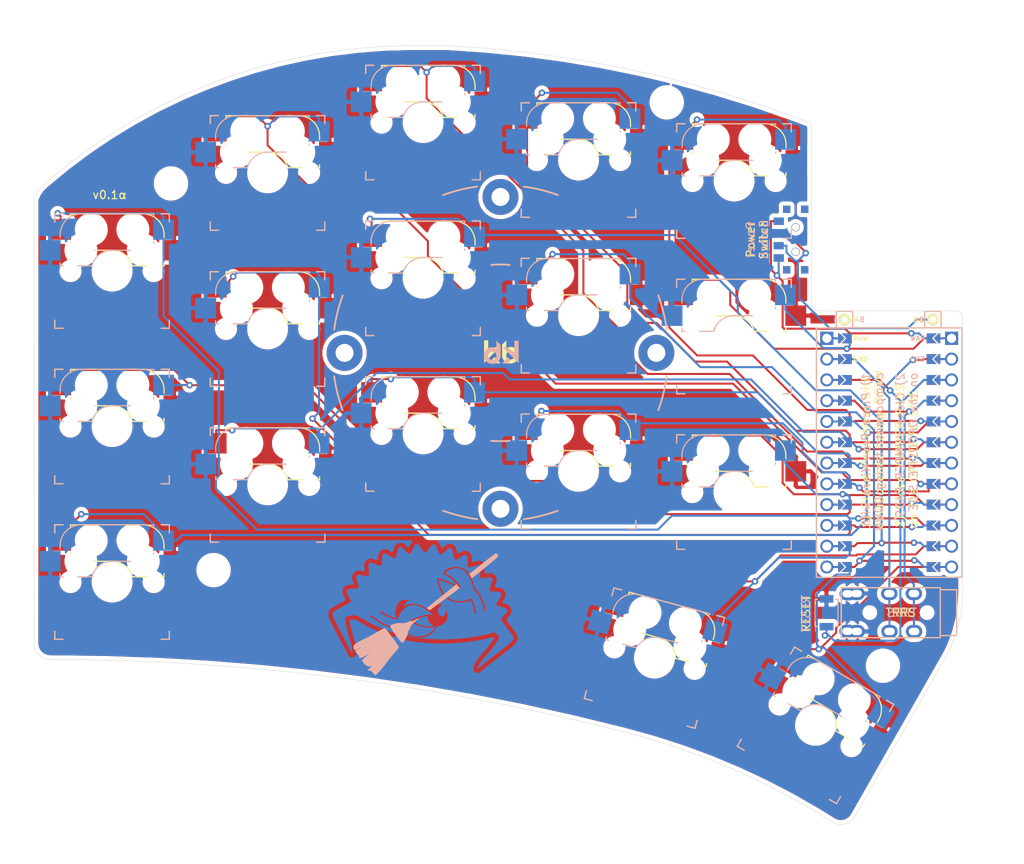
<source format=kicad_pcb>
(kicad_pcb (version 20171130) (host pcbnew "(5.1.4)-1")
  (layers (0 F.Cu signal) (31 B.Cu signal) (34 B.Paste user) (35 F.Paste user) (36 B.SilkS user) (37 F.SilkS user) (38 B.Mask user) (39 F.Mask user) (44 Edge.Cuts user))
  (net 0 "")
  (net 1 gnd)
  (net 2 vcc)
  (net 3 Switch18)
  (net 4 reset)
  (net 5 Switch1)
  (net 6 Switch2)
  (net 7 Switch3)
  (net 8 Switch4)
  (net 9 Switch5)
  (net 10 Switch6)
  (net 11 Switch7)
  (net 12 Switch8)
  (net 13 Switch9)
  (net 14 Switch10)
  (net 15 Switch11)
  (net 16 Switch12)
  (net 17 Switch13)
  (net 18 Switch14)
  (net 19 Switch15)
  (net 20 Switch16)
  (net 21 Switch17)
  (net 22 raw)
  (net 23 BT+_r)
  (net 24 "Net-(SW_POWERR1-Pad1)")
  (module Promicro-Jumpers:ProMicro_unrouted (layer F.Cu) (at 139.954 99.187 270)
    (fp_text reference U1 hide)
    (fp_text value ProMicro-kbd hide)
    (fp_text user "" (at -1.2065 -16.256) (layer B.SilkS) (effects (justify mirror)))
    (pad "" smd custom (at 13.97 -5.842 270) (size 0.1 0.1) (layers B.Cu B.Mask) (clearance 0.1) (options (clearance outline) (anchor rect)) (primitives (gr_poly (pts (xy 0.6 -0.4) (xy -0.6 -0.4) (xy -0.6 -0.2) (xy 0 0.4) (xy 0.6 -0.2)) (width 0))))
    (pad "" smd custom (at 13.97 -6.35 270) (size 0.25 1) (layers B.Cu) (options (clearance outline) (anchor rect)) (primitives))
    (pad 13 smd custom (at 13.97 -4.826 270) (size 1.2 0.5) (layers B.Cu B.Mask) (net 13 Switch9) (clearance 0.1) (options (clearance outline) (anchor rect)) (primitives (gr_poly (pts (xy 0.6 0) (xy -0.6 0) (xy -0.6 -1) (xy 0 -0.4) (xy 0.6 -1)) (width 0))))
    (pad "" smd custom (at 11.43 -5.842 270) (size 0.1 0.1) (layers B.Cu B.Mask) (clearance 0.1) (options (clearance outline) (anchor rect)) (primitives (gr_poly (pts (xy 0.6 -0.4) (xy -0.6 -0.4) (xy -0.6 -0.2) (xy 0 0.4) (xy 0.6 -0.2)) (width 0))))
    (pad "" smd custom (at 11.43 -6.35 270) (size 0.25 1) (layers B.Cu) (options (clearance outline) (anchor rect)) (primitives))
    (pad 14 smd custom (at 11.43 -4.826 270) (size 1.2 0.5) (layers B.Cu B.Mask) (net 12 Switch8) (clearance 0.1) (options (clearance outline) (anchor rect)) (primitives (gr_poly (pts (xy 0.6 0) (xy -0.6 0) (xy -0.6 -1) (xy 0 -0.4) (xy 0.6 -1)) (width 0))))
    (pad "" smd custom (at 8.89 -5.842 270) (size 0.1 0.1) (layers B.Cu B.Mask) (clearance 0.1) (options (clearance outline) (anchor rect)) (primitives (gr_poly (pts (xy 0.6 -0.4) (xy -0.6 -0.4) (xy -0.6 -0.2) (xy 0 0.4) (xy 0.6 -0.2)) (width 0))))
    (pad "" smd custom (at 8.89 -6.35 270) (size 0.25 1) (layers B.Cu) (options (clearance outline) (anchor rect)) (primitives))
    (pad 15 smd custom (at 8.89 -4.826 270) (size 1.2 0.5) (layers B.Cu B.Mask) (net 11 Switch7) (clearance 0.1) (options (clearance outline) (anchor rect)) (primitives (gr_poly (pts (xy 0.6 0) (xy -0.6 0) (xy -0.6 -1) (xy 0 -0.4) (xy 0.6 -1)) (width 0))))
    (pad "" smd custom (at 6.35 -5.842 270) (size 0.1 0.1) (layers B.Cu B.Mask) (clearance 0.1) (options (clearance outline) (anchor rect)) (primitives (gr_poly (pts (xy 0.6 -0.4) (xy -0.6 -0.4) (xy -0.6 -0.2) (xy 0 0.4) (xy 0.6 -0.2)) (width 0))))
    (pad "" smd custom (at 6.35 -6.35 270) (size 0.25 1) (layers B.Cu) (options (clearance outline) (anchor rect)) (primitives))
    (pad 16 smd custom (at 6.35 -4.826 270) (size 1.2 0.5) (layers B.Cu B.Mask) (net 10 Switch6) (clearance 0.1) (options (clearance outline) (anchor rect)) (primitives (gr_poly (pts (xy 0.6 0) (xy -0.6 0) (xy -0.6 -1) (xy 0 -0.4) (xy 0.6 -1)) (width 0))))
    (pad "" smd custom (at 3.81 -5.842 270) (size 0.1 0.1) (layers B.Cu B.Mask) (clearance 0.1) (options (clearance outline) (anchor rect)) (primitives (gr_poly (pts (xy 0.6 -0.4) (xy -0.6 -0.4) (xy -0.6 -0.2) (xy 0 0.4) (xy 0.6 -0.2)) (width 0))))
    (pad "" smd custom (at 3.81 -6.35 270) (size 0.25 1) (layers B.Cu) (options (clearance outline) (anchor rect)) (primitives))
    (pad 17 smd custom (at 3.81 -4.826 270) (size 1.2 0.5) (layers B.Cu B.Mask) (net 6 Switch2) (clearance 0.1) (options (clearance outline) (anchor rect)) (primitives (gr_poly (pts (xy 0.6 0) (xy -0.6 0) (xy -0.6 -1) (xy 0 -0.4) (xy 0.6 -1)) (width 0))))
    (pad "" smd custom (at 1.27 -5.842 270) (size 0.1 0.1) (layers B.Cu B.Mask) (clearance 0.1) (options (clearance outline) (anchor rect)) (primitives (gr_poly (pts (xy 0.6 -0.4) (xy -0.6 -0.4) (xy -0.6 -0.2) (xy 0 0.4) (xy 0.6 -0.2)) (width 0))))
    (pad "" smd custom (at 1.27 -6.35 270) (size 0.25 1) (layers B.Cu) (options (clearance outline) (anchor rect)) (primitives))
    (pad 18 smd custom (at 1.27 -4.826 270) (size 1.2 0.5) (layers B.Cu B.Mask) (net 7 Switch3) (clearance 0.1) (options (clearance outline) (anchor rect)) (primitives (gr_poly (pts (xy 0.6 0) (xy -0.6 0) (xy -0.6 -1) (xy 0 -0.4) (xy 0.6 -1)) (width 0))))
    (pad "" smd custom (at -1.27 -5.842 270) (size 0.1 0.1) (layers B.Cu B.Mask) (clearance 0.1) (options (clearance outline) (anchor rect)) (primitives (gr_poly (pts (xy 0.6 -0.4) (xy -0.6 -0.4) (xy -0.6 -0.2) (xy 0 0.4) (xy 0.6 -0.2)) (width 0))))
    (pad "" smd custom (at -1.27 -6.35 270) (size 0.25 1) (layers B.Cu) (options (clearance outline) (anchor rect)) (primitives))
    (pad 19 smd custom (at -1.27 -4.826 270) (size 1.2 0.5) (layers B.Cu B.Mask) (net 8 Switch4) (clearance 0.1) (options (clearance outline) (anchor rect)) (primitives (gr_poly (pts (xy 0.6 0) (xy -0.6 0) (xy -0.6 -1) (xy 0 -0.4) (xy 0.6 -1)) (width 0))))
    (pad "" smd custom (at -3.81 -5.842 270) (size 0.1 0.1) (layers B.Cu B.Mask) (clearance 0.1) (options (clearance outline) (anchor rect)) (primitives (gr_poly (pts (xy 0.6 -0.4) (xy -0.6 -0.4) (xy -0.6 -0.2) (xy 0 0.4) (xy 0.6 -0.2)) (width 0))))
    (pad "" smd custom (at -3.81 -6.35 270) (size 0.25 1) (layers B.Cu) (options (clearance outline) (anchor rect)) (primitives))
    (pad 20 smd custom (at -3.81 -4.826 270) (size 1.2 0.5) (layers B.Cu B.Mask) (net 9 Switch5) (clearance 0.1) (options (clearance outline) (anchor rect)) (primitives (gr_poly (pts (xy 0.6 0) (xy -0.6 0) (xy -0.6 -1) (xy 0 -0.4) (xy 0.6 -1)) (width 0))))
    (pad "" smd custom (at -6.35 -5.842 270) (size 0.1 0.1) (layers B.Cu B.Mask) (clearance 0.1) (options (clearance outline) (anchor rect)) (primitives (gr_poly (pts (xy 0.6 -0.4) (xy -0.6 -0.4) (xy -0.6 -0.2) (xy 0 0.4) (xy 0.6 -0.2)) (width 0))))
    (pad "" smd custom (at -6.35 -6.35 270) (size 0.25 1) (layers B.Cu) (options (clearance outline) (anchor rect)) (primitives))
    (pad 21 smd custom (at -6.35 -4.826 270) (size 1.2 0.5) (layers B.Cu B.Mask) (net 2 vcc) (clearance 0.1) (options (clearance outline) (anchor rect)) (primitives (gr_poly (pts (xy 0.6 0) (xy -0.6 0) (xy -0.6 -1) (xy 0 -0.4) (xy 0.6 -1)) (width 0))))
    (pad "" smd custom (at -8.89 -5.842 270) (size 0.1 0.1) (layers B.Cu B.Mask) (clearance 0.1) (options (clearance outline) (anchor rect)) (primitives (gr_poly (pts (xy 0.6 -0.4) (xy -0.6 -0.4) (xy -0.6 -0.2) (xy 0 0.4) (xy 0.6 -0.2)) (width 0))))
    (pad "" smd custom (at -8.89 -6.35 270) (size 0.25 1) (layers B.Cu) (options (clearance outline) (anchor rect)) (primitives))
    (pad 22 smd custom (at -8.89 -4.826 270) (size 1.2 0.5) (layers B.Cu B.Mask) (net 4 reset) (clearance 0.1) (options (clearance outline) (anchor rect)) (primitives (gr_poly (pts (xy 0.6 0) (xy -0.6 0) (xy -0.6 -1) (xy 0 -0.4) (xy 0.6 -1)) (width 0))))
    (pad "" smd custom (at -11.43 -5.842 270) (size 0.1 0.1) (layers B.Cu B.Mask) (clearance 0.1) (options (clearance outline) (anchor rect)) (primitives (gr_poly (pts (xy 0.6 -0.4) (xy -0.6 -0.4) (xy -0.6 -0.2) (xy 0 0.4) (xy 0.6 -0.2)) (width 0))))
    (pad "" smd custom (at -11.43 -6.35 270) (size 0.25 1) (layers B.Cu) (options (clearance outline) (anchor rect)) (primitives))
    (pad 23 smd custom (at -11.43 -4.826 270) (size 1.2 0.5) (layers B.Cu B.Mask) (net 1 gnd) (clearance 0.1) (options (clearance outline) (anchor rect)) (primitives (gr_poly (pts (xy 0.6 0) (xy -0.6 0) (xy -0.6 -1) (xy 0 -0.4) (xy 0.6 -1)) (width 0))))
    (pad 24 smd custom (at -13.97 -4.826 270) (size 1.2 0.5) (layers B.Cu B.Mask) (net 22 raw) (clearance 0.1) (options (clearance outline) (anchor rect)) (primitives (gr_poly (pts (xy 0.6 0) (xy -0.6 0) (xy -0.6 -1) (xy 0 -0.4) (xy 0.6 -1)) (width 0))))
    (pad "" smd custom (at -13.97 -5.842 270) (size 0.1 0.1) (layers B.Cu B.Mask) (clearance 0.1) (options (clearance outline) (anchor rect)) (primitives (gr_poly (pts (xy 0.6 -0.4) (xy -0.6 -0.4) (xy -0.6 -0.2) (xy 0 0.4) (xy 0.6 -0.2)) (width 0))))
    (pad "" smd custom (at -13.97 -6.35 270) (size 0.25 1) (layers B.Cu) (options (clearance outline) (anchor rect)) (primitives))
    (pad 12 smd custom (at 13.97 4.826 90) (size 1.2 0.5) (layers B.Cu B.Mask) (net 21 Switch17) (clearance 0.1) (options (clearance outline) (anchor rect)) (primitives (gr_poly (pts (xy 0.6 0) (xy -0.6 0) (xy -0.6 -1) (xy 0 -0.4) (xy 0.6 -1)) (width 0))))
    (pad "" smd custom (at 13.97 5.842 90) (size 0.1 0.1) (layers B.Cu B.Mask) (clearance 0.1) (options (clearance outline) (anchor rect)) (primitives (gr_poly (pts (xy 0.6 -0.4) (xy -0.6 -0.4) (xy -0.6 -0.2) (xy 0 0.4) (xy 0.6 -0.2)) (width 0))))
    (pad "" smd custom (at 13.97 6.35 90) (size 0.25 1) (layers B.Cu) (options (clearance outline) (anchor rect)) (primitives))
    (pad 11 smd custom (at 11.43 4.826 90) (size 1.2 0.5) (layers B.Cu B.Mask) (net 20 Switch16) (clearance 0.1) (options (clearance outline) (anchor rect)) (primitives (gr_poly (pts (xy 0.6 0) (xy -0.6 0) (xy -0.6 -1) (xy 0 -0.4) (xy 0.6 -1)) (width 0))))
    (pad "" smd custom (at 11.43 5.842 90) (size 0.1 0.1) (layers B.Cu B.Mask) (clearance 0.1) (options (clearance outline) (anchor rect)) (primitives (gr_poly (pts (xy 0.6 -0.4) (xy -0.6 -0.4) (xy -0.6 -0.2) (xy 0 0.4) (xy 0.6 -0.2)) (width 0))))
    (pad "" smd custom (at 11.43 6.35 90) (size 0.25 1) (layers B.Cu) (options (clearance outline) (anchor rect)) (primitives))
    (pad 10 smd custom (at 8.89 4.826 90) (size 1.2 0.5) (layers B.Cu B.Mask) (net 5 Switch1) (clearance 0.1) (options (clearance outline) (anchor rect)) (primitives (gr_poly (pts (xy 0.6 0) (xy -0.6 0) (xy -0.6 -1) (xy 0 -0.4) (xy 0.6 -1)) (width 0))))
    (pad "" smd custom (at 8.89 5.842 90) (size 0.1 0.1) (layers B.Cu B.Mask) (clearance 0.1) (options (clearance outline) (anchor rect)) (primitives (gr_poly (pts (xy 0.6 -0.4) (xy -0.6 -0.4) (xy -0.6 -0.2) (xy 0 0.4) (xy 0.6 -0.2)) (width 0))))
    (pad "" smd custom (at 8.89 6.35 90) (size 0.25 1) (layers B.Cu) (options (clearance outline) (anchor rect)) (primitives))
    (pad 9 smd custom (at 6.35 4.826 90) (size 1.2 0.5) (layers B.Cu B.Mask) (net 19 Switch15) (clearance 0.1) (options (clearance outline) (anchor rect)) (primitives (gr_poly (pts (xy 0.6 0) (xy -0.6 0) (xy -0.6 -1) (xy 0 -0.4) (xy 0.6 -1)) (width 0))))
    (pad "" smd custom (at 6.35 5.842 90) (size 0.1 0.1) (layers B.Cu B.Mask) (clearance 0.1) (options (clearance outline) (anchor rect)) (primitives (gr_poly (pts (xy 0.6 -0.4) (xy -0.6 -0.4) (xy -0.6 -0.2) (xy 0 0.4) (xy 0.6 -0.2)) (width 0))))
    (pad "" smd custom (at 6.35 6.35 90) (size 0.25 1) (layers B.Cu) (options (clearance outline) (anchor rect)) (primitives))
    (pad 8 smd custom (at 3.81 4.826 90) (size 1.2 0.5) (layers B.Cu B.Mask) (net 18 Switch14) (clearance 0.1) (options (clearance outline) (anchor rect)) (primitives (gr_poly (pts (xy 0.6 0) (xy -0.6 0) (xy -0.6 -1) (xy 0 -0.4) (xy 0.6 -1)) (width 0))))
    (pad "" smd custom (at 3.81 5.842 90) (size 0.1 0.1) (layers B.Cu B.Mask) (clearance 0.1) (options (clearance outline) (anchor rect)) (primitives (gr_poly (pts (xy 0.6 -0.4) (xy -0.6 -0.4) (xy -0.6 -0.2) (xy 0 0.4) (xy 0.6 -0.2)) (width 0))))
    (pad "" smd custom (at 3.81 6.35 90) (size 0.25 1) (layers B.Cu) (options (clearance outline) (anchor rect)) (primitives))
    (pad 7 smd custom (at 1.27 4.826 90) (size 1.2 0.5) (layers B.Cu B.Mask) (net 17 Switch13) (clearance 0.1) (options (clearance outline) (anchor rect)) (primitives (gr_poly (pts (xy 0.6 0) (xy -0.6 0) (xy -0.6 -1) (xy 0 -0.4) (xy 0.6 -1)) (width 0))))
    (pad "" smd custom (at 1.27 5.842 90) (size 0.1 0.1) (layers B.Cu B.Mask) (clearance 0.1) (options (clearance outline) (anchor rect)) (primitives (gr_poly (pts (xy 0.6 -0.4) (xy -0.6 -0.4) (xy -0.6 -0.2) (xy 0 0.4) (xy 0.6 -0.2)) (width 0))))
    (pad "" smd custom (at 1.27 6.35 90) (size 0.25 1) (layers B.Cu) (options (clearance outline) (anchor rect)) (primitives))
    (pad 6 smd custom (at -1.27 4.826 90) (size 1.2 0.5) (layers B.Cu B.Mask) (net 16 Switch12) (clearance 0.1) (options (clearance outline) (anchor rect)) (primitives (gr_poly (pts (xy 0.6 0) (xy -0.6 0) (xy -0.6 -1) (xy 0 -0.4) (xy 0.6 -1)) (width 0))))
    (pad "" smd custom (at -1.27 5.842 90) (size 0.1 0.1) (layers B.Cu B.Mask) (clearance 0.1) (options (clearance outline) (anchor rect)) (primitives (gr_poly (pts (xy 0.6 -0.4) (xy -0.6 -0.4) (xy -0.6 -0.2) (xy 0 0.4) (xy 0.6 -0.2)) (width 0))))
    (pad "" smd custom (at -1.27 6.35 90) (size 0.25 1) (layers B.Cu) (options (clearance outline) (anchor rect)) (primitives))
    (pad 5 smd custom (at -3.81 4.826 90) (size 1.2 0.5) (layers B.Cu B.Mask) (net 15 Switch11) (clearance 0.1) (options (clearance outline) (anchor rect)) (primitives (gr_poly (pts (xy 0.6 0) (xy -0.6 0) (xy -0.6 -1) (xy 0 -0.4) (xy 0.6 -1)) (width 0))))
    (pad "" smd custom (at -3.81 5.842 90) (size 0.1 0.1) (layers B.Cu B.Mask) (clearance 0.1) (options (clearance outline) (anchor rect)) (primitives (gr_poly (pts (xy 0.6 -0.4) (xy -0.6 -0.4) (xy -0.6 -0.2) (xy 0 0.4) (xy 0.6 -0.2)) (width 0))))
    (pad "" smd custom (at -3.81 6.35 90) (size 0.25 1) (layers B.Cu) (options (clearance outline) (anchor rect)) (primitives))
    (pad 4 smd custom (at -6.35 4.826 90) (size 1.2 0.5) (layers B.Cu B.Mask) (net 1 gnd) (clearance 0.1) (options (clearance outline) (anchor rect)) (primitives (gr_poly (pts (xy 0.6 0) (xy -0.6 0) (xy -0.6 -1) (xy 0 -0.4) (xy 0.6 -1)) (width 0))))
    (pad "" smd custom (at -6.35 5.842 90) (size 0.1 0.1) (layers B.Cu B.Mask) (clearance 0.1) (options (clearance outline) (anchor rect)) (primitives (gr_poly (pts (xy 0.6 -0.4) (xy -0.6 -0.4) (xy -0.6 -0.2) (xy 0 0.4) (xy 0.6 -0.2)) (width 0))))
    (pad "" smd custom (at -6.35 6.35 90) (size 0.25 1) (layers B.Cu) (options (clearance outline) (anchor rect)) (primitives))
    (pad 3 smd custom (at -8.89 4.826 90) (size 1.2 0.5) (layers B.Cu B.Mask) (net 1 gnd) (clearance 0.1) (options (clearance outline) (anchor rect)) (primitives (gr_poly (pts (xy 0.6 0) (xy -0.6 0) (xy -0.6 -1) (xy 0 -0.4) (xy 0.6 -1)) (width 0))))
    (pad "" smd custom (at -8.89 5.842 90) (size 0.1 0.1) (layers B.Cu B.Mask) (clearance 0.1) (options (clearance outline) (anchor rect)) (primitives (gr_poly (pts (xy 0.6 -0.4) (xy -0.6 -0.4) (xy -0.6 -0.2) (xy 0 0.4) (xy 0.6 -0.2)) (width 0))))
    (pad "" smd custom (at -8.89 6.35 90) (size 0.25 1) (layers B.Cu) (options (clearance outline) (anchor rect)) (primitives))
    (pad 2 smd custom (at -11.43 4.826 90) (size 1.2 0.5) (layers B.Cu B.Mask) (net 3 Switch18) (clearance 0.1) (options (clearance outline) (anchor rect)) (primitives (gr_poly (pts (xy 0.6 0) (xy -0.6 0) (xy -0.6 -1) (xy 0 -0.4) (xy 0.6 -1)) (width 0))))
    (pad "" smd custom (at -11.43 5.842 90) (size 0.1 0.1) (layers B.Cu B.Mask) (clearance 0.1) (options (clearance outline) (anchor rect)) (primitives (gr_poly (pts (xy 0.6 -0.4) (xy -0.6 -0.4) (xy -0.6 -0.2) (xy 0 0.4) (xy 0.6 -0.2)) (width 0))))
    (pad "" smd custom (at -11.43 6.35 90) (size 0.25 1) (layers B.Cu) (options (clearance outline) (anchor rect)) (primitives))
    (pad "" smd custom (at -13.97 5.842 90) (size 0.1 0.1) (layers B.Cu B.Mask) (clearance 0.1) (options (clearance outline) (anchor rect)) (primitives (gr_poly (pts (xy 0.6 -0.4) (xy -0.6 -0.4) (xy -0.6 -0.2) (xy 0 0.4) (xy 0.6 -0.2)) (width 0))))
    (pad 1 smd custom (at -13.97 4.826 90) (size 1.2 0.5) (layers B.Cu B.Mask) (net 14 Switch10) (clearance 0.1) (options (clearance outline) (anchor rect)) (primitives (gr_poly (pts (xy 0.6 0) (xy -0.6 0) (xy -0.6 -1) (xy 0 -0.4) (xy 0.6 -1)) (width 0))))
    (pad "" smd custom (at -13.97 6.35 90) (size 0.25 1) (layers B.Cu) (options (clearance outline) (anchor rect)) (primitives))
    (pad 5 smd custom (at -3.81 -4.826 270) (size 1.2 0.5) (layers F.Cu F.Mask) (net 15 Switch11) (clearance 0.1) (options (clearance outline) (anchor rect)) (primitives (gr_poly (pts (xy 0.6 0) (xy -0.6 0) (xy -0.6 -1) (xy 0 -0.4) (xy 0.6 -1)) (width 0))))
    (pad "" smd custom (at 11.43 -6.35 270) (size 0.25 1) (layers F.Cu) (options (clearance outline) (anchor rect)) (primitives))
    (pad 11 smd custom (at 11.43 -4.826 270) (size 1.2 0.5) (layers F.Cu F.Mask) (net 20 Switch16) (clearance 0.1) (options (clearance outline) (anchor rect)) (primitives (gr_poly (pts (xy 0.6 0) (xy -0.6 0) (xy -0.6 -1) (xy 0 -0.4) (xy 0.6 -1)) (width 0))))
    (pad "" smd custom (at 11.43 -5.842 270) (size 0.1 0.1) (layers F.Cu F.Mask) (clearance 0.1) (options (clearance outline) (anchor rect)) (primitives (gr_poly (pts (xy 0.6 -0.4) (xy -0.6 -0.4) (xy -0.6 -0.2) (xy 0 0.4) (xy 0.6 -0.2)) (width 0))))
    (pad "" smd custom (at 8.89 -5.842 270) (size 0.1 0.1) (layers F.Cu F.Mask) (clearance 0.1) (options (clearance outline) (anchor rect)) (primitives (gr_poly (pts (xy 0.6 -0.4) (xy -0.6 -0.4) (xy -0.6 -0.2) (xy 0 0.4) (xy 0.6 -0.2)) (width 0))))
    (pad 10 smd custom (at 8.89 -4.826 270) (size 1.2 0.5) (layers F.Cu F.Mask) (net 5 Switch1) (clearance 0.1) (options (clearance outline) (anchor rect)) (primitives (gr_poly (pts (xy 0.6 0) (xy -0.6 0) (xy -0.6 -1) (xy 0 -0.4) (xy 0.6 -1)) (width 0))))
    (pad "" smd custom (at 6.35 -5.842 270) (size 0.1 0.1) (layers F.Cu F.Mask) (clearance 0.1) (options (clearance outline) (anchor rect)) (primitives (gr_poly (pts (xy 0.6 -0.4) (xy -0.6 -0.4) (xy -0.6 -0.2) (xy 0 0.4) (xy 0.6 -0.2)) (width 0))))
    (pad "" smd custom (at -1.27 -5.842 270) (size 0.1 0.1) (layers F.Cu F.Mask) (clearance 0.1) (options (clearance outline) (anchor rect)) (primitives (gr_poly (pts (xy 0.6 -0.4) (xy -0.6 -0.4) (xy -0.6 -0.2) (xy 0 0.4) (xy 0.6 -0.2)) (width 0))))
    (pad "" smd custom (at -3.81 -5.842 270) (size 0.1 0.1) (layers F.Cu F.Mask) (clearance 0.1) (options (clearance outline) (anchor rect)) (primitives (gr_poly (pts (xy 0.6 -0.4) (xy -0.6 -0.4) (xy -0.6 -0.2) (xy 0 0.4) (xy 0.6 -0.2)) (width 0))))
    (pad "" smd custom (at -6.35 -6.35 270) (size 0.25 1) (layers F.Cu) (options (clearance outline) (anchor rect)) (primitives))
    (pad 9 smd custom (at 6.35 -4.826 270) (size 1.2 0.5) (layers F.Cu F.Mask) (net 19 Switch15) (clearance 0.1) (options (clearance outline) (anchor rect)) (primitives (gr_poly (pts (xy 0.6 0) (xy -0.6 0) (xy -0.6 -1) (xy 0 -0.4) (xy 0.6 -1)) (width 0))))
    (pad "" smd custom (at -1.27 -6.35 270) (size 0.25 1) (layers F.Cu) (options (clearance outline) (anchor rect)) (primitives))
    (pad "" smd custom (at 3.81 -6.35 270) (size 0.25 1) (layers F.Cu) (options (clearance outline) (anchor rect)) (primitives))
    (pad "" smd custom (at -3.81 -6.35 270) (size 0.25 1) (layers F.Cu) (options (clearance outline) (anchor rect)) (primitives))
    (pad "" smd custom (at 13.97 -5.842 270) (size 0.1 0.1) (layers F.Cu F.Mask) (clearance 0.1) (options (clearance outline) (anchor rect)) (primitives (gr_poly (pts (xy 0.6 -0.4) (xy -0.6 -0.4) (xy -0.6 -0.2) (xy 0 0.4) (xy 0.6 -0.2)) (width 0))))
    (pad "" smd custom (at 6.35 -6.35 270) (size 0.25 1) (layers F.Cu) (options (clearance outline) (anchor rect)) (primitives))
    (pad "" smd custom (at 3.81 -5.842 270) (size 0.1 0.1) (layers F.Cu F.Mask) (clearance 0.1) (options (clearance outline) (anchor rect)) (primitives (gr_poly (pts (xy 0.6 -0.4) (xy -0.6 -0.4) (xy -0.6 -0.2) (xy 0 0.4) (xy 0.6 -0.2)) (width 0))))
    (pad 12 smd custom (at 13.97 -4.826 270) (size 1.2 0.5) (layers F.Cu F.Mask) (net 21 Switch17) (clearance 0.1) (options (clearance outline) (anchor rect)) (primitives (gr_poly (pts (xy 0.6 0) (xy -0.6 0) (xy -0.6 -1) (xy 0 -0.4) (xy 0.6 -1)) (width 0))))
    (pad "" smd custom (at 1.27 -6.35 270) (size 0.25 1) (layers F.Cu) (options (clearance outline) (anchor rect)) (primitives))
    (pad 8 smd custom (at 3.81 -4.826 270) (size 1.2 0.5) (layers F.Cu F.Mask) (net 18 Switch14) (clearance 0.1) (options (clearance outline) (anchor rect)) (primitives (gr_poly (pts (xy 0.6 0) (xy -0.6 0) (xy -0.6 -1) (xy 0 -0.4) (xy 0.6 -1)) (width 0))))
    (pad "" smd custom (at 8.89 -6.35 270) (size 0.25 1) (layers F.Cu) (options (clearance outline) (anchor rect)) (primitives))
    (pad "" smd custom (at 1.27 -5.842 270) (size 0.1 0.1) (layers F.Cu F.Mask) (clearance 0.1) (options (clearance outline) (anchor rect)) (primitives (gr_poly (pts (xy 0.6 -0.4) (xy -0.6 -0.4) (xy -0.6 -0.2) (xy 0 0.4) (xy 0.6 -0.2)) (width 0))))
    (pad "" smd custom (at 13.97 -6.35 270) (size 0.25 1) (layers F.Cu) (options (clearance outline) (anchor rect)) (primitives))
    (pad 7 smd custom (at 1.27 -4.826 270) (size 1.2 0.5) (layers F.Cu F.Mask) (net 17 Switch13) (clearance 0.1) (options (clearance outline) (anchor rect)) (primitives (gr_poly (pts (xy 0.6 0) (xy -0.6 0) (xy -0.6 -1) (xy 0 -0.4) (xy 0.6 -1)) (width 0))))
    (pad 6 smd custom (at -1.27 -4.826 270) (size 1.2 0.5) (layers F.Cu F.Mask) (net 16 Switch12) (clearance 0.1) (options (clearance outline) (anchor rect)) (primitives (gr_poly (pts (xy 0.6 0) (xy -0.6 0) (xy -0.6 -1) (xy 0 -0.4) (xy 0.6 -1)) (width 0))))
    (pad "" smd custom (at -6.35 -5.842 270) (size 0.1 0.1) (layers F.Cu F.Mask) (clearance 0.1) (options (clearance outline) (anchor rect)) (primitives (gr_poly (pts (xy 0.6 -0.4) (xy -0.6 -0.4) (xy -0.6 -0.2) (xy 0 0.4) (xy 0.6 -0.2)) (width 0))))
    (pad "" smd custom (at -11.43 -5.842 270) (size 0.1 0.1) (layers F.Cu F.Mask) (clearance 0.1) (options (clearance outline) (anchor rect)) (primitives (gr_poly (pts (xy 0.6 -0.4) (xy -0.6 -0.4) (xy -0.6 -0.2) (xy 0 0.4) (xy 0.6 -0.2)) (width 0))))
    (pad 4 smd custom (at -6.35 -4.826 270) (size 1.2 0.5) (layers F.Cu F.Mask) (net 1 gnd) (clearance 0.1) (options (clearance outline) (anchor rect)) (primitives (gr_poly (pts (xy 0.6 0) (xy -0.6 0) (xy -0.6 -1) (xy 0 -0.4) (xy 0.6 -1)) (width 0))))
    (pad "" smd custom (at -13.97 -6.35 270) (size 0.25 1) (layers F.Cu) (options (clearance outline) (anchor rect)) (primitives))
    (pad 2 smd custom (at -11.43 -4.826 270) (size 1.2 0.5) (layers F.Cu F.Mask) (net 3 Switch18) (clearance 0.1) (options (clearance outline) (anchor rect)) (primitives (gr_poly (pts (xy 0.6 0) (xy -0.6 0) (xy -0.6 -1) (xy 0 -0.4) (xy 0.6 -1)) (width 0))))
    (pad "" smd custom (at -11.43 -6.35 270) (size 0.25 1) (layers F.Cu) (options (clearance outline) (anchor rect)) (primitives))
    (pad "" smd custom (at -13.97 -5.842 270) (size 0.1 0.1) (layers F.Cu F.Mask) (clearance 0.1) (options (clearance outline) (anchor rect)) (primitives (gr_poly (pts (xy 0.6 -0.4) (xy -0.6 -0.4) (xy -0.6 -0.2) (xy 0 0.4) (xy 0.6 -0.2)) (width 0))))
    (pad "" smd custom (at -8.89 -5.842 270) (size 0.1 0.1) (layers F.Cu F.Mask) (clearance 0.1) (options (clearance outline) (anchor rect)) (primitives (gr_poly (pts (xy 0.6 -0.4) (xy -0.6 -0.4) (xy -0.6 -0.2) (xy 0 0.4) (xy 0.6 -0.2)) (width 0))))
    (pad "" smd custom (at -8.89 -6.35 270) (size 0.25 1) (layers F.Cu) (options (clearance outline) (anchor rect)) (primitives))
    (pad 3 smd custom (at -8.89 -4.826 270) (size 1.2 0.5) (layers F.Cu F.Mask) (net 1 gnd) (clearance 0.1) (options (clearance outline) (anchor rect)) (primitives (gr_poly (pts (xy 0.6 0) (xy -0.6 0) (xy -0.6 -1) (xy 0 -0.4) (xy 0.6 -1)) (width 0))))
    (pad 1 smd custom (at -13.97 -4.826 270) (size 1.2 0.5) (layers F.Cu F.Mask) (net 14 Switch10) (clearance 0.1) (options (clearance outline) (anchor rect)) (primitives (gr_poly (pts (xy 0.6 0) (xy -0.6 0) (xy -0.6 -1) (xy 0 -0.4) (xy 0.6 -1)) (width 0))))
    (pad 13 smd custom (at 13.97 4.826 90) (size 1.2 0.5) (layers F.Cu F.Mask) (net 13 Switch9) (clearance 0.1) (options (clearance outline) (anchor rect)) (primitives (gr_poly (pts (xy 0.6 0) (xy -0.6 0) (xy -0.6 -1) (xy 0 -0.4) (xy 0.6 -1)) (width 0))))
    (pad "" smd custom (at 13.97 5.842 90) (size 0.1 0.1) (layers F.Cu F.Mask) (clearance 0.1) (options (clearance outline) (anchor rect)) (primitives (gr_poly (pts (xy 0.6 -0.4) (xy -0.6 -0.4) (xy -0.6 -0.2) (xy 0 0.4) (xy 0.6 -0.2)) (width 0))))
    (pad "" smd custom (at 13.97 6.35 90) (size 0.25 1) (layers F.Cu) (options (clearance outline) (anchor rect)) (primitives))
    (pad 14 smd custom (at 11.43 4.826 90) (size 1.2 0.5) (layers F.Cu F.Mask) (net 12 Switch8) (clearance 0.1) (options (clearance outline) (anchor rect)) (primitives (gr_poly (pts (xy 0.6 0) (xy -0.6 0) (xy -0.6 -1) (xy 0 -0.4) (xy 0.6 -1)) (width 0))))
    (pad "" smd custom (at 11.43 5.842 90) (size 0.1 0.1) (layers F.Cu F.Mask) (clearance 0.1) (options (clearance outline) (anchor rect)) (primitives (gr_poly (pts (xy 0.6 -0.4) (xy -0.6 -0.4) (xy -0.6 -0.2) (xy 0 0.4) (xy 0.6 -0.2)) (width 0))))
    (pad "" smd custom (at 11.43 6.35 90) (size 0.25 1) (layers F.Cu) (options (clearance outline) (anchor rect)) (primitives))
    (pad 15 smd custom (at 8.89 4.826 90) (size 1.2 0.5) (layers F.Cu F.Mask) (net 11 Switch7) (clearance 0.1) (options (clearance outline) (anchor rect)) (primitives (gr_poly (pts (xy 0.6 0) (xy -0.6 0) (xy -0.6 -1) (xy 0 -0.4) (xy 0.6 -1)) (width 0))))
    (pad "" smd custom (at 8.89 5.842 90) (size 0.1 0.1) (layers F.Cu F.Mask) (clearance 0.1) (options (clearance outline) (anchor rect)) (primitives (gr_poly (pts (xy 0.6 -0.4) (xy -0.6 -0.4) (xy -0.6 -0.2) (xy 0 0.4) (xy 0.6 -0.2)) (width 0))))
    (pad "" smd custom (at 8.89 6.35 90) (size 0.25 1) (layers F.Cu) (options (clearance outline) (anchor rect)) (primitives))
    (pad 16 smd custom (at 6.35 4.826 90) (size 1.2 0.5) (layers F.Cu F.Mask) (net 10 Switch6) (clearance 0.1) (options (clearance outline) (anchor rect)) (primitives (gr_poly (pts (xy 0.6 0) (xy -0.6 0) (xy -0.6 -1) (xy 0 -0.4) (xy 0.6 -1)) (width 0))))
    (pad "" smd custom (at 6.35 5.842 90) (size 0.1 0.1) (layers F.Cu F.Mask) (clearance 0.1) (options (clearance outline) (anchor rect)) (primitives (gr_poly (pts (xy 0.6 -0.4) (xy -0.6 -0.4) (xy -0.6 -0.2) (xy 0 0.4) (xy 0.6 -0.2)) (width 0))))
    (pad "" smd custom (at 6.35 6.35 90) (size 0.25 1) (layers F.Cu) (options (clearance outline) (anchor rect)) (primitives))
    (pad 17 smd custom (at 3.81 4.826 90) (size 1.2 0.5) (layers F.Cu F.Mask) (net 6 Switch2) (clearance 0.1) (options (clearance outline) (anchor rect)) (primitives (gr_poly (pts (xy 0.6 0) (xy -0.6 0) (xy -0.6 -1) (xy 0 -0.4) (xy 0.6 -1)) (width 0))))
    (pad "" smd custom (at 3.81 5.842 90) (size 0.1 0.1) (layers F.Cu F.Mask) (clearance 0.1) (options (clearance outline) (anchor rect)) (primitives (gr_poly (pts (xy 0.6 -0.4) (xy -0.6 -0.4) (xy -0.6 -0.2) (xy 0 0.4) (xy 0.6 -0.2)) (width 0))))
    (pad "" smd custom (at 3.81 6.35 90) (size 0.25 1) (layers F.Cu) (options (clearance outline) (anchor rect)) (primitives))
    (pad 18 smd custom (at 1.27 4.826 90) (size 1.2 0.5) (layers F.Cu F.Mask) (net 7 Switch3) (clearance 0.1) (options (clearance outline) (anchor rect)) (primitives (gr_poly (pts (xy 0.6 0) (xy -0.6 0) (xy -0.6 -1) (xy 0 -0.4) (xy 0.6 -1)) (width 0))))
    (pad "" smd custom (at 1.27 5.842 90) (size 0.1 0.1) (layers F.Cu F.Mask) (clearance 0.1) (options (clearance outline) (anchor rect)) (primitives (gr_poly (pts (xy 0.6 -0.4) (xy -0.6 -0.4) (xy -0.6 -0.2) (xy 0 0.4) (xy 0.6 -0.2)) (width 0))))
    (pad "" smd custom (at 1.27 6.35 90) (size 0.25 1) (layers F.Cu) (options (clearance outline) (anchor rect)) (primitives))
    (pad 19 smd custom (at -1.27 4.826 90) (size 1.2 0.5) (layers F.Cu F.Mask) (net 8 Switch4) (clearance 0.1) (options (clearance outline) (anchor rect)) (primitives (gr_poly (pts (xy 0.6 0) (xy -0.6 0) (xy -0.6 -1) (xy 0 -0.4) (xy 0.6 -1)) (width 0))))
    (pad "" smd custom (at -1.27 5.842 90) (size 0.1 0.1) (layers F.Cu F.Mask) (clearance 0.1) (options (clearance outline) (anchor rect)) (primitives (gr_poly (pts (xy 0.6 -0.4) (xy -0.6 -0.4) (xy -0.6 -0.2) (xy 0 0.4) (xy 0.6 -0.2)) (width 0))))
    (pad "" smd custom (at -1.27 6.35 90) (size 0.25 1) (layers F.Cu) (options (clearance outline) (anchor rect)) (primitives))
    (pad 20 smd custom (at -3.81 4.826 90) (size 1.2 0.5) (layers F.Cu F.Mask) (net 9 Switch5) (clearance 0.1) (options (clearance outline) (anchor rect)) (primitives (gr_poly (pts (xy 0.6 0) (xy -0.6 0) (xy -0.6 -1) (xy 0 -0.4) (xy 0.6 -1)) (width 0))))
    (pad "" smd custom (at -3.81 5.842 90) (size 0.1 0.1) (layers F.Cu F.Mask) (clearance 0.1) (options (clearance outline) (anchor rect)) (primitives (gr_poly (pts (xy 0.6 -0.4) (xy -0.6 -0.4) (xy -0.6 -0.2) (xy 0 0.4) (xy 0.6 -0.2)) (width 0))))
    (pad "" smd custom (at -3.81 6.35 90) (size 0.25 1) (layers F.Cu) (options (clearance outline) (anchor rect)) (primitives))
    (pad 21 smd custom (at -6.35 4.826 90) (size 1.2 0.5) (layers F.Cu F.Mask) (net 2 vcc) (clearance 0.1) (options (clearance outline) (anchor rect)) (primitives (gr_poly (pts (xy 0.6 0) (xy -0.6 0) (xy -0.6 -1) (xy 0 -0.4) (xy 0.6 -1)) (width 0))))
    (pad "" smd custom (at -6.35 5.842 90) (size 0.1 0.1) (layers F.Cu F.Mask) (clearance 0.1) (options (clearance outline) (anchor rect)) (primitives (gr_poly (pts (xy 0.6 -0.4) (xy -0.6 -0.4) (xy -0.6 -0.2) (xy 0 0.4) (xy 0.6 -0.2)) (width 0))))
    (pad "" smd custom (at -6.35 6.35 90) (size 0.25 1) (layers F.Cu) (options (clearance outline) (anchor rect)) (primitives))
    (pad 22 smd custom (at -8.89 4.826 90) (size 1.2 0.5) (layers F.Cu F.Mask) (net 4 reset) (clearance 0.1) (options (clearance outline) (anchor rect)) (primitives (gr_poly (pts (xy 0.6 0) (xy -0.6 0) (xy -0.6 -1) (xy 0 -0.4) (xy 0.6 -1)) (width 0))))
    (pad "" smd custom (at -8.89 5.842 90) (size 0.1 0.1) (layers F.Cu F.Mask) (clearance 0.1) (options (clearance outline) (anchor rect)) (primitives (gr_poly (pts (xy 0.6 -0.4) (xy -0.6 -0.4) (xy -0.6 -0.2) (xy 0 0.4) (xy 0.6 -0.2)) (width 0))))
    (pad "" smd custom (at -8.89 6.35 90) (size 0.25 1) (layers F.Cu) (options (clearance outline) (anchor rect)) (primitives))
    (pad 23 smd custom (at -11.43 4.826 90) (size 1.2 0.5) (layers F.Cu F.Mask) (net 1 gnd) (clearance 0.1) (options (clearance outline) (anchor rect)) (primitives (gr_poly (pts (xy 0.6 0) (xy -0.6 0) (xy -0.6 -1) (xy 0 -0.4) (xy 0.6 -1)) (width 0))))
    (pad "" smd custom (at -11.43 5.842 90) (size 0.1 0.1) (layers F.Cu F.Mask) (clearance 0.1) (options (clearance outline) (anchor rect)) (primitives (gr_poly (pts (xy 0.6 -0.4) (xy -0.6 -0.4) (xy -0.6 -0.2) (xy 0 0.4) (xy 0.6 -0.2)) (width 0))))
    (pad "" smd custom (at -11.43 6.35 90) (size 0.25 1) (layers F.Cu) (options (clearance outline) (anchor rect)) (primitives))
    (pad "" thru_hole rect (at -13.97 -7.62 270) (size 1.6 1.6) (drill 1.1) (layers B.Cu B.Mask))
    (pad "" thru_hole rect (at -13.97 7.62 270) (size 1.6 1.6) (drill 1.1) (layers F.Cu F.Mask))
    (pad "" smd custom (at -13.97 6.35 90) (size 0.25 1) (layers F.Cu) (options (clearance outline) (anchor rect)) (primitives))
    (pad 24 smd custom (at -13.97 4.826 90) (size 1.2 0.5) (layers F.Cu F.Mask) (net 22 raw) (clearance 0.1) (options (clearance outline) (anchor rect)) (primitives (gr_poly (pts (xy 0.6 0) (xy -0.6 0) (xy -0.6 -1) (xy 0 -0.4) (xy 0.6 -1)) (width 0))))
    (pad "" smd custom (at -13.97 5.842 90) (size 0.1 0.1) (layers F.Cu F.Mask) (clearance 0.1) (options (clearance outline) (anchor rect)) (primitives (gr_poly (pts (xy 0.6 -0.4) (xy -0.6 -0.4) (xy -0.6 -0.2) (xy 0 0.4) (xy 0.6 -0.2)) (width 0))))
    (pad "" thru_hole circle (at -13.97 -7.62 270) (size 1.6 1.6) (drill 1.1) (layers *.Cu *.Mask))
    (pad "" thru_hole circle (at -11.43 -7.62 270) (size 1.6 1.6) (drill 1.1) (layers *.Cu *.Mask))
    (pad "" thru_hole circle (at -8.89 -7.62 270) (size 1.6 1.6) (drill 1.1) (layers *.Cu *.Mask))
    (pad "" thru_hole circle (at -6.35 -7.62 270) (size 1.6 1.6) (drill 1.1) (layers *.Cu *.Mask))
    (pad "" thru_hole circle (at -3.81 -7.62 270) (size 1.6 1.6) (drill 1.1) (layers *.Cu *.Mask))
    (pad "" thru_hole circle (at -1.27 -7.62 270) (size 1.6 1.6) (drill 1.1) (layers *.Cu *.Mask))
    (pad "" thru_hole circle (at 1.27 -7.62 270) (size 1.6 1.6) (drill 1.1) (layers *.Cu *.Mask))
    (pad "" thru_hole circle (at 3.81 -7.62 270) (size 1.6 1.6) (drill 1.1) (layers *.Cu *.Mask))
    (pad "" thru_hole circle (at 6.35 -7.62 270) (size 1.6 1.6) (drill 1.1) (layers *.Cu *.Mask))
    (pad "" thru_hole circle (at 8.89 -7.62 270) (size 1.6 1.6) (drill 1.1) (layers *.Cu *.Mask))
    (pad "" thru_hole circle (at 11.43 -7.62 270) (size 1.6 1.6) (drill 1.1) (layers *.Cu *.Mask))
    (pad "" thru_hole circle (at 13.97 -7.62 270) (size 1.6 1.6) (drill 1.1) (layers *.Cu *.Mask))
    (pad "" thru_hole circle (at 13.97 7.62 270) (size 1.6 1.6) (drill 1.1) (layers *.Cu *.Mask))
    (pad "" thru_hole circle (at 11.43 7.62 270) (size 1.6 1.6) (drill 1.1) (layers *.Cu *.Mask))
    (pad "" thru_hole circle (at 8.89 7.62 270) (size 1.6 1.6) (drill 1.1) (layers *.Cu *.Mask))
    (pad "" thru_hole circle (at 6.35 7.62 270) (size 1.6 1.6) (drill 1.1) (layers *.Cu *.Mask))
    (pad "" thru_hole circle (at 3.81 7.62 270) (size 1.6 1.6) (drill 1.1) (layers *.Cu *.Mask))
    (pad "" thru_hole circle (at 1.27 7.62 270) (size 1.6 1.6) (drill 1.1) (layers *.Cu *.Mask))
    (pad "" thru_hole circle (at -1.27 7.62 270) (size 1.6 1.6) (drill 1.1) (layers *.Cu *.Mask))
    (pad "" thru_hole circle (at -3.81 7.62 270) (size 1.6 1.6) (drill 1.1) (layers *.Cu *.Mask))
    (pad "" thru_hole circle (at -6.35 7.62 270) (size 1.6 1.6) (drill 1.1) (layers *.Cu *.Mask))
    (pad "" thru_hole circle (at -8.89 7.62 270) (size 1.6 1.6) (drill 1.1) (layers *.Cu *.Mask))
    (pad "" thru_hole circle (at -11.43 7.62 270) (size 1.6 1.6) (drill 1.1) (layers *.Cu *.Mask))
    (pad "" thru_hole circle (at -13.97 7.62 270) (size 1.6 1.6) (drill 1.1) (layers *.Cu *.Mask))
  )
  (module MountingHole:MountingHole_3.2mm_M3 (layer F.Cu) (at 57.404 113.538)
    (fp_text reference "Mounting 03" hide)
    (fp_text value MountingHole_3.2mm_M3)
    (pad 1 np_thru_hole circle (at 0 0) (size 3.2 3.2) (drill 3.2) (layers *.Cu *.Mask))
  )
  (module MountingHole:MountingHole_3.2mm_M3 (layer F.Cu) (at 139.192 125.222)
    (fp_text reference "Mounting 02" hide)
    (fp_text value MountingHole_3.2mm_M3)
    (pad 1 np_thru_hole circle (at 0 0) (size 3.2 3.2) (drill 3.2) (layers *.Cu *.Mask))
  )
  (module MountingHole:MountingHole_3.2mm_M3 (layer F.Cu) (at 112.776 56.388)
    (fp_text reference "Mounting 01" hide)
    (fp_text value MountingHole_3.2mm_M3)
    (pad 1 np_thru_hole circle (at 0 0) (size 3.2 3.2) (drill 3.2) (layers *.Cu *.Mask))
  )
  (module MountingHole:MountingHole_3.2mm_M3 (layer F.Cu) (at 52.197 66.294)
    (fp_text reference "Mounting 04" hide)
    (fp_text value MountingHole_3.2mm_M3)
    (pad 1 np_thru_hole circle (at 0 0) (size 3.2 3.2) (drill 3.2) (layers *.Cu *.Mask))
  )
  (module Kailh:SPDT_C128955r (layer F.Cu) (at 128.524 73.152 270)
    (fp_text reference SW_POWERR_BK hide)
    (fp_text value SW_SPDT)
    (pad 2 smd rect (at -0.75 2.075 270) (size 0.9 1.25) (layers F.Cu F.Paste F.Mask) (net 23 BT+_r))
    (pad 3 smd rect (at -2.25 2.075 270) (size 0.9 1.25) (layers F.Cu F.Paste F.Mask) (net 22 raw))
    (pad 1 smd rect (at 2.25 2.075 270) (size 0.9 1.25) (layers F.Cu F.Paste F.Mask))
    (pad 0 smd rect (at 3.7 -1.1 270) (size 0.9 0.9) (layers F.Cu F.Paste F.Mask))
    (pad 0 smd rect (at 3.7 1.1 270) (size 0.9 0.9) (layers F.Cu F.Paste F.Mask))
    (pad 0 smd rect (at -3.7 1.1 270) (size 0.9 0.9) (layers F.Cu F.Paste F.Mask))
    (pad 0 smd rect (at -3.7 -1.1 270) (size 0.9 0.9) (layers F.Cu F.Paste F.Mask))
  )
  (module Kailh:SPDT_C128955 (layer B.Cu) (at 128.524 73.152 90)
    (fp_text reference SW_POWERR1 hide)
    (fp_text value SW_SPDT)
    (pad 0 smd rect (at -3.7 1.1 90) (size 0.9 0.9) (layers B.Cu B.Paste B.Mask))
    (pad 0 smd rect (at -3.7 -1.1 90) (size 0.9 0.9) (layers B.Cu B.Paste B.Mask))
    (pad 0 smd rect (at 3.7 -1.1 90) (size 0.9 0.9) (layers B.Cu B.Paste B.Mask))
    (pad 0 smd rect (at 3.7 1.1 90) (size 0.9 0.9) (layers B.Cu B.Paste B.Mask))
    (pad 1 smd rect (at 2.25 -2.075 90) (size 0.9 1.25) (layers B.Cu B.Paste B.Mask) (net 24 "Net-(SW_POWERR1-Pad1)"))
    (pad 3 smd rect (at -2.25 -2.075 90) (size 0.9 1.25) (layers B.Cu B.Paste B.Mask) (net 22 raw))
    (pad 2 smd rect (at -0.75 -2.075 90) (size 0.9 1.25) (layers B.Cu B.Paste B.Mask) (net 23 BT+_r))
    (pad "" np_thru_hole circle (at -1.5 0 90) (size 1 1) (drill 0.9) (layers *.Cu *.Mask))
    (pad "" np_thru_hole circle (at 1.5 0 90) (size 1 1) (drill 0.9) (layers *.Cu *.Mask))
  )
  (module kbd:1pin_conn (layer F.Cu) (at 145.288 82.931)
    (fp_text reference Bat+r1 hide)
    (fp_text value MountingHole_Pad hide)
    (pad 1 thru_hole circle (at 0 0) (size 1.397 1.397) (drill 0.8128) (layers *.Cu *.Mask F.SilkS) (net 23 BT+_r))
  )
  (module kbd:1pin_conn (layer F.Cu) (at 134.493 82.931)
    (fp_text reference BatGND1 hide)
    (fp_text value MountingHole_Pad hide)
    (pad 1 thru_hole circle (at 0 0) (size 1.397 1.397) (drill 0.8128) (layers *.Cu *.Mask F.SilkS) (net 1 gnd))
  )
  (module Kailh:TRRS-PJ-DPB2 (layer F.Cu) (at 146.19 118.734 270)
    (fp_text reference J2)
    (fp_text value AudioJack4dpb hide)
    (fp_text user TRRS (at 0.011 4.712 180) (layer B.SilkS) (effects (justify mirror)))
    (fp_text user TRRS (at 0 4.826 180) (layer F.SilkS))
    (pad R1 thru_hole oval (at -2.33 6.22 90) (size 1.6 2) (drill oval 0.9 1.3) (layers *.Cu *.Mask) (net 3 Switch18))
    (pad R2 thru_hole oval (at -2.33 3.22 90) (size 1.6 2) (drill oval 0.9 1.3) (layers *.Cu *.Mask) (net 2 vcc))
    (pad T thru_hole oval (at -2.33 10.22 90) (size 1.6 2) (drill oval 0.9 1.3) (layers *.Cu *.Mask) (net 1 gnd))
    (pad S thru_hole oval (at 2.27 11.32 90) (size 1.6 2) (drill oval 0.9 1.3) (layers *.Cu *.Mask) (net 1 gnd))
    (pad S thru_hole oval (at -2.3 11.3 270) (size 1.6 2) (drill oval 0.9 1.3) (layers *.Cu *.Mask) (net 1 gnd))
    (pad T thru_hole oval (at 2.3 10.2 270) (size 1.6 2) (drill oval 0.9 1.3) (layers *.Cu *.Mask) (net 1 gnd))
    (pad R2 thru_hole oval (at 2.3 3.2 270) (size 1.6 2) (drill oval 0.9 1.3) (layers *.Cu *.Mask) (net 2 vcc))
    (pad "" np_thru_hole circle (at 0 8.6 270) (size 0.8 0.8) (drill 0.8) (layers *.Cu *.Mask))
    (pad "" np_thru_hole circle (at 0 1.6 270) (size 0.8 0.8) (drill 0.8) (layers *.Cu *.Mask))
    (pad R1 thru_hole oval (at 2.3 6.2 270) (size 1.6 2) (drill oval 0.9 1.3) (layers *.Cu *.Mask) (net 3 Switch18))
  )
  (module kbd:Tenting_Puck2 (layer F.Cu) (at 92.456 86.995)
    (fp_text reference REF**)
    (fp_text value "Tenting Puck")
    (pad 1 thru_hole circle (at 0 -19.05) (size 4.4 4.4) (drill 2.2) (layers *.Cu *.Mask))
    (pad 1 thru_hole circle (at 19.05 0) (size 4.4 4.4) (drill 2.2) (layers *.Cu *.Mask))
    (pad 1 thru_hole circle (at 0 19.05) (size 4.4 4.4) (drill 2.2) (layers *.Cu *.Mask))
    (pad 1 thru_hole circle (at -19.05 0) (size 4.4 4.4) (drill 2.2) (layers *.Cu *.Mask))
  )
  (module "Keyswitches by Daprice:Kailh_socket_MX_reversible_sameside" (layer F.Cu) (at 120.98 104.008)
    (fp_text reference SW18 hide)
    (fp_text value SW_Push hide)
    (pad 1 smd rect (at -6.29 -5.08) (size 2.55 2.5) (layers F.Cu F.Paste F.Mask) (net 19 Switch15))
    (pad 2 smd rect (at 7.56 -2.54) (size 2.55 2.5) (layers F.Cu F.Paste F.Mask) (net 1 gnd))
    (pad "" np_thru_hole circle (at -2.54 -5.08) (size 3 3) (drill 3) (layers *.Cu *.Mask))
    (pad "" np_thru_hole circle (at 3.81 -2.54) (size 3 3) (drill 3) (layers *.Cu *.Mask))
    (pad 2 smd rect (at -7.56 -2.54) (size 2.55 2.5) (layers B.Cu B.Paste B.Mask) (net 1 gnd))
    (pad "" np_thru_hole circle (at -5.08 0) (size 1.7018 1.7018) (drill 1.7018) (layers *.Cu *.Mask))
    (pad "" np_thru_hole circle (at 5.08 0) (size 1.7018 1.7018) (drill 1.7018) (layers *.Cu *.Mask))
    (pad "" np_thru_hole circle (at 0 0) (size 3.9878 3.9878) (drill 3.9878) (layers *.Cu *.Mask))
    (pad "" np_thru_hole circle (at -3.81 -2.54) (size 3 3) (drill 3) (layers *.Cu *.Mask))
    (pad "" np_thru_hole circle (at 2.54 -5.08) (size 3 3) (drill 3) (layers *.Cu *.Mask))
    (pad 1 smd rect (at 6.29 -5.08) (size 2.55 2.5) (layers B.Cu B.Paste B.Mask) (net 19 Switch15))
  )
  (module "Keyswitches by Daprice:Kailh_socket_MX_reversible_sameside" (layer F.Cu) (at 111.272 124.288 345)
    (fp_text reference SW21 hide)
    (fp_text value SW_Push hide)
    (pad 1 smd rect (at -6.29 -5.08 345) (size 2.55 2.5) (layers F.Cu F.Paste F.Mask) (net 20 Switch16))
    (pad 2 smd rect (at 7.56 -2.54 345) (size 2.55 2.5) (layers F.Cu F.Paste F.Mask) (net 1 gnd))
    (pad "" np_thru_hole circle (at -2.54 -5.08 345) (size 3 3) (drill 3) (layers *.Cu *.Mask))
    (pad "" np_thru_hole circle (at 3.81 -2.54 345) (size 3 3) (drill 3) (layers *.Cu *.Mask))
    (pad 2 smd rect (at -7.56 -2.54 345) (size 2.55 2.5) (layers B.Cu B.Paste B.Mask) (net 1 gnd))
    (pad "" np_thru_hole circle (at -5.08 0 345) (size 1.7018 1.7018) (drill 1.7018) (layers *.Cu *.Mask))
    (pad "" np_thru_hole circle (at 5.08 0 345) (size 1.7018 1.7018) (drill 1.7018) (layers *.Cu *.Mask))
    (pad "" np_thru_hole circle (at 0 0 345) (size 3.9878 3.9878) (drill 3.9878) (layers *.Cu *.Mask))
    (pad "" np_thru_hole circle (at -3.81 -2.54 345) (size 3 3) (drill 3) (layers *.Cu *.Mask))
    (pad "" np_thru_hole circle (at 2.54 -5.08 345) (size 3 3) (drill 3) (layers *.Cu *.Mask))
    (pad 1 smd rect (at 6.29 -5.08 345) (size 2.55 2.5) (layers B.Cu B.Paste B.Mask) (net 20 Switch16))
  )
  (module "Keyswitches by Daprice:Kailh_socket_MX_reversible_sameside" (layer F.Cu) (at 130.95 132.504 330)
    (fp_text reference SW20 hide)
    (fp_text value SW_Push hide)
    (pad 1 smd rect (at -6.29 -5.08 330) (size 2.55 2.5) (layers F.Cu F.Paste F.Mask) (net 21 Switch17))
    (pad 2 smd rect (at 7.56 -2.54 330) (size 2.55 2.5) (layers F.Cu F.Paste F.Mask) (net 1 gnd))
    (pad "" np_thru_hole circle (at -2.54 -5.08 330) (size 3 3) (drill 3) (layers *.Cu *.Mask))
    (pad "" np_thru_hole circle (at 3.81 -2.54 330) (size 3 3) (drill 3) (layers *.Cu *.Mask))
    (pad 2 smd rect (at -7.56 -2.54 330) (size 2.55 2.5) (layers B.Cu B.Paste B.Mask) (net 1 gnd))
    (pad "" np_thru_hole circle (at -5.08 0 330) (size 1.7018 1.7018) (drill 1.7018) (layers *.Cu *.Mask))
    (pad "" np_thru_hole circle (at 5.08 0 330) (size 1.7018 1.7018) (drill 1.7018) (layers *.Cu *.Mask))
    (pad "" np_thru_hole circle (at 0 0 330) (size 3.9878 3.9878) (drill 3.9878) (layers *.Cu *.Mask))
    (pad "" np_thru_hole circle (at -3.81 -2.54 330) (size 3 3) (drill 3) (layers *.Cu *.Mask))
    (pad "" np_thru_hole circle (at 2.54 -5.08 330) (size 3 3) (drill 3) (layers *.Cu *.Mask))
    (pad 1 smd rect (at 6.29 -5.08 330) (size 2.55 2.5) (layers B.Cu B.Paste B.Mask) (net 21 Switch17))
  )
  (module "Keyswitches by Daprice:Kailh_socket_MX_reversible_sameside" (layer F.Cu) (at 102 101.468)
    (fp_text reference SW17 hide)
    (fp_text value SW_Push hide)
    (pad 1 smd rect (at -6.29 -5.08) (size 2.55 2.5) (layers F.Cu F.Paste F.Mask) (net 18 Switch14))
    (pad 2 smd rect (at 7.56 -2.54) (size 2.55 2.5) (layers F.Cu F.Paste F.Mask) (net 1 gnd))
    (pad "" np_thru_hole circle (at -2.54 -5.08) (size 3 3) (drill 3) (layers *.Cu *.Mask))
    (pad "" np_thru_hole circle (at 3.81 -2.54) (size 3 3) (drill 3) (layers *.Cu *.Mask))
    (pad 2 smd rect (at -7.56 -2.54) (size 2.55 2.5) (layers B.Cu B.Paste B.Mask) (net 1 gnd))
    (pad "" np_thru_hole circle (at -5.08 0) (size 1.7018 1.7018) (drill 1.7018) (layers *.Cu *.Mask))
    (pad "" np_thru_hole circle (at 5.08 0) (size 1.7018 1.7018) (drill 1.7018) (layers *.Cu *.Mask))
    (pad "" np_thru_hole circle (at 0 0) (size 3.9878 3.9878) (drill 3.9878) (layers *.Cu *.Mask))
    (pad "" np_thru_hole circle (at -3.81 -2.54) (size 3 3) (drill 3) (layers *.Cu *.Mask))
    (pad "" np_thru_hole circle (at 2.54 -5.08) (size 3 3) (drill 3) (layers *.Cu *.Mask))
    (pad 1 smd rect (at 6.29 -5.08) (size 2.55 2.5) (layers B.Cu B.Paste B.Mask) (net 18 Switch14))
  )
  (module "Keyswitches by Daprice:Kailh_socket_MX_reversible_sameside" (layer F.Cu) (at 83 96.896)
    (fp_text reference SW16 hide)
    (fp_text value SW_Push hide)
    (pad 1 smd rect (at -6.29 -5.08) (size 2.55 2.5) (layers F.Cu F.Paste F.Mask) (net 17 Switch13))
    (pad 2 smd rect (at 7.56 -2.54) (size 2.55 2.5) (layers F.Cu F.Paste F.Mask) (net 1 gnd))
    (pad "" np_thru_hole circle (at -2.54 -5.08) (size 3 3) (drill 3) (layers *.Cu *.Mask))
    (pad "" np_thru_hole circle (at 3.81 -2.54) (size 3 3) (drill 3) (layers *.Cu *.Mask))
    (pad 2 smd rect (at -7.56 -2.54) (size 2.55 2.5) (layers B.Cu B.Paste B.Mask) (net 1 gnd))
    (pad "" np_thru_hole circle (at -5.08 0) (size 1.7018 1.7018) (drill 1.7018) (layers *.Cu *.Mask))
    (pad "" np_thru_hole circle (at 5.08 0) (size 1.7018 1.7018) (drill 1.7018) (layers *.Cu *.Mask))
    (pad "" np_thru_hole circle (at 0 0) (size 3.9878 3.9878) (drill 3.9878) (layers *.Cu *.Mask))
    (pad "" np_thru_hole circle (at -3.81 -2.54) (size 3 3) (drill 3) (layers *.Cu *.Mask))
    (pad "" np_thru_hole circle (at 2.54 -5.08) (size 3 3) (drill 3) (layers *.Cu *.Mask))
    (pad 1 smd rect (at 6.29 -5.08) (size 2.55 2.5) (layers B.Cu B.Paste B.Mask) (net 17 Switch13))
  )
  (module "Keyswitches by Daprice:Kailh_socket_MX_reversible_sameside" (layer F.Cu) (at 64.008 103.124)
    (fp_text reference SW15 hide)
    (fp_text value SW_Push hide)
    (pad 1 smd rect (at -6.29 -5.08) (size 2.55 2.5) (layers F.Cu F.Paste F.Mask) (net 16 Switch12))
    (pad 2 smd rect (at 7.56 -2.54) (size 2.55 2.5) (layers F.Cu F.Paste F.Mask) (net 1 gnd))
    (pad "" np_thru_hole circle (at -2.54 -5.08) (size 3 3) (drill 3) (layers *.Cu *.Mask))
    (pad "" np_thru_hole circle (at 3.81 -2.54) (size 3 3) (drill 3) (layers *.Cu *.Mask))
    (pad 2 smd rect (at -7.56 -2.54) (size 2.55 2.5) (layers B.Cu B.Paste B.Mask) (net 1 gnd))
    (pad "" np_thru_hole circle (at -5.08 0) (size 1.7018 1.7018) (drill 1.7018) (layers *.Cu *.Mask))
    (pad "" np_thru_hole circle (at 5.08 0) (size 1.7018 1.7018) (drill 1.7018) (layers *.Cu *.Mask))
    (pad "" np_thru_hole circle (at 0 0) (size 3.9878 3.9878) (drill 3.9878) (layers *.Cu *.Mask))
    (pad "" np_thru_hole circle (at -3.81 -2.54) (size 3 3) (drill 3) (layers *.Cu *.Mask))
    (pad "" np_thru_hole circle (at 2.54 -5.08) (size 3 3) (drill 3) (layers *.Cu *.Mask))
    (pad 1 smd rect (at 6.29 -5.08) (size 2.55 2.5) (layers B.Cu B.Paste B.Mask) (net 16 Switch12))
  )
  (module "Keyswitches by Daprice:Kailh_socket_MX_reversible_sameside" (layer F.Cu) (at 45 115)
    (fp_text reference SW14 hide)
    (fp_text value SW_Push hide)
    (pad 1 smd rect (at -6.29 -5.08) (size 2.55 2.5) (layers F.Cu F.Paste F.Mask) (net 15 Switch11))
    (pad 2 smd rect (at 7.56 -2.54) (size 2.55 2.5) (layers F.Cu F.Paste F.Mask) (net 1 gnd))
    (pad "" np_thru_hole circle (at -2.54 -5.08) (size 3 3) (drill 3) (layers *.Cu *.Mask))
    (pad "" np_thru_hole circle (at 3.81 -2.54) (size 3 3) (drill 3) (layers *.Cu *.Mask))
    (pad 2 smd rect (at -7.56 -2.54) (size 2.55 2.5) (layers B.Cu B.Paste B.Mask) (net 1 gnd))
    (pad "" np_thru_hole circle (at -5.08 0) (size 1.7018 1.7018) (drill 1.7018) (layers *.Cu *.Mask))
    (pad "" np_thru_hole circle (at 5.08 0) (size 1.7018 1.7018) (drill 1.7018) (layers *.Cu *.Mask))
    (pad "" np_thru_hole circle (at 0 0) (size 3.9878 3.9878) (drill 3.9878) (layers *.Cu *.Mask))
    (pad "" np_thru_hole circle (at -3.81 -2.54) (size 3 3) (drill 3) (layers *.Cu *.Mask))
    (pad "" np_thru_hole circle (at 2.54 -5.08) (size 3 3) (drill 3) (layers *.Cu *.Mask))
    (pad 1 smd rect (at 6.29 -5.08) (size 2.55 2.5) (layers B.Cu B.Paste B.Mask) (net 15 Switch11))
  )
  (module "Keyswitches by Daprice:Kailh_socket_MX_reversible_sameside" (layer F.Cu) (at 120.98 84.99)
    (fp_text reference SW12 hide)
    (fp_text value SW_Push hide)
    (pad 1 smd rect (at -6.29 -5.08) (size 2.55 2.5) (layers F.Cu F.Paste F.Mask) (net 14 Switch10))
    (pad 2 smd rect (at 7.56 -2.54) (size 2.55 2.5) (layers F.Cu F.Paste F.Mask) (net 1 gnd))
    (pad "" np_thru_hole circle (at -2.54 -5.08) (size 3 3) (drill 3) (layers *.Cu *.Mask))
    (pad "" np_thru_hole circle (at 3.81 -2.54) (size 3 3) (drill 3) (layers *.Cu *.Mask))
    (pad 2 smd rect (at -7.56 -2.54) (size 2.55 2.5) (layers B.Cu B.Paste B.Mask) (net 1 gnd))
    (pad "" np_thru_hole circle (at -5.08 0) (size 1.7018 1.7018) (drill 1.7018) (layers *.Cu *.Mask))
    (pad "" np_thru_hole circle (at 5.08 0) (size 1.7018 1.7018) (drill 1.7018) (layers *.Cu *.Mask))
    (pad "" np_thru_hole circle (at 0 0) (size 3.9878 3.9878) (drill 3.9878) (layers *.Cu *.Mask))
    (pad "" np_thru_hole circle (at -3.81 -2.54) (size 3 3) (drill 3) (layers *.Cu *.Mask))
    (pad "" np_thru_hole circle (at 2.54 -5.08) (size 3 3) (drill 3) (layers *.Cu *.Mask))
    (pad 1 smd rect (at 6.29 -5.08) (size 2.55 2.5) (layers B.Cu B.Paste B.Mask) (net 14 Switch10))
  )
  (module "Keyswitches by Daprice:Kailh_socket_MX_reversible_sameside" (layer F.Cu) (at 102 82.45)
    (fp_text reference SW11 hide)
    (fp_text value SW_Push hide)
    (pad 1 smd rect (at -6.29 -5.08) (size 2.55 2.5) (layers F.Cu F.Paste F.Mask) (net 13 Switch9))
    (pad 2 smd rect (at 7.56 -2.54) (size 2.55 2.5) (layers F.Cu F.Paste F.Mask) (net 1 gnd))
    (pad "" np_thru_hole circle (at -2.54 -5.08) (size 3 3) (drill 3) (layers *.Cu *.Mask))
    (pad "" np_thru_hole circle (at 3.81 -2.54) (size 3 3) (drill 3) (layers *.Cu *.Mask))
    (pad 2 smd rect (at -7.56 -2.54) (size 2.55 2.5) (layers B.Cu B.Paste B.Mask) (net 1 gnd))
    (pad "" np_thru_hole circle (at -5.08 0) (size 1.7018 1.7018) (drill 1.7018) (layers *.Cu *.Mask))
    (pad "" np_thru_hole circle (at 5.08 0) (size 1.7018 1.7018) (drill 1.7018) (layers *.Cu *.Mask))
    (pad "" np_thru_hole circle (at 0 0) (size 3.9878 3.9878) (drill 3.9878) (layers *.Cu *.Mask))
    (pad "" np_thru_hole circle (at -3.81 -2.54) (size 3 3) (drill 3) (layers *.Cu *.Mask))
    (pad "" np_thru_hole circle (at 2.54 -5.08) (size 3 3) (drill 3) (layers *.Cu *.Mask))
    (pad 1 smd rect (at 6.29 -5.08) (size 2.55 2.5) (layers B.Cu B.Paste B.Mask) (net 13 Switch9))
  )
  (module "Keyswitches by Daprice:Kailh_socket_MX_reversible_sameside" (layer F.Cu) (at 83 77.878)
    (fp_text reference SW10 hide)
    (fp_text value SW_Push hide)
    (pad 1 smd rect (at -6.29 -5.08) (size 2.55 2.5) (layers F.Cu F.Paste F.Mask) (net 12 Switch8))
    (pad 2 smd rect (at 7.56 -2.54) (size 2.55 2.5) (layers F.Cu F.Paste F.Mask) (net 1 gnd))
    (pad "" np_thru_hole circle (at -2.54 -5.08) (size 3 3) (drill 3) (layers *.Cu *.Mask))
    (pad "" np_thru_hole circle (at 3.81 -2.54) (size 3 3) (drill 3) (layers *.Cu *.Mask))
    (pad 2 smd rect (at -7.56 -2.54) (size 2.55 2.5) (layers B.Cu B.Paste B.Mask) (net 1 gnd))
    (pad "" np_thru_hole circle (at -5.08 0) (size 1.7018 1.7018) (drill 1.7018) (layers *.Cu *.Mask))
    (pad "" np_thru_hole circle (at 5.08 0) (size 1.7018 1.7018) (drill 1.7018) (layers *.Cu *.Mask))
    (pad "" np_thru_hole circle (at 0 0) (size 3.9878 3.9878) (drill 3.9878) (layers *.Cu *.Mask))
    (pad "" np_thru_hole circle (at -3.81 -2.54) (size 3 3) (drill 3) (layers *.Cu *.Mask))
    (pad "" np_thru_hole circle (at 2.54 -5.08) (size 3 3) (drill 3) (layers *.Cu *.Mask))
    (pad 1 smd rect (at 6.29 -5.08) (size 2.55 2.5) (layers B.Cu B.Paste B.Mask) (net 12 Switch8))
  )
  (module "Keyswitches by Daprice:Kailh_socket_MX_reversible_sameside" (layer F.Cu) (at 64 84.074)
    (fp_text reference SW9 hide)
    (fp_text value SW_Push hide)
    (pad 1 smd rect (at -6.29 -5.08) (size 2.55 2.5) (layers F.Cu F.Paste F.Mask) (net 11 Switch7))
    (pad 2 smd rect (at 7.56 -2.54) (size 2.55 2.5) (layers F.Cu F.Paste F.Mask) (net 1 gnd))
    (pad "" np_thru_hole circle (at -2.54 -5.08) (size 3 3) (drill 3) (layers *.Cu *.Mask))
    (pad "" np_thru_hole circle (at 3.81 -2.54) (size 3 3) (drill 3) (layers *.Cu *.Mask))
    (pad 2 smd rect (at -7.56 -2.54) (size 2.55 2.5) (layers B.Cu B.Paste B.Mask) (net 1 gnd))
    (pad "" np_thru_hole circle (at -5.08 0) (size 1.7018 1.7018) (drill 1.7018) (layers *.Cu *.Mask))
    (pad "" np_thru_hole circle (at 5.08 0) (size 1.7018 1.7018) (drill 1.7018) (layers *.Cu *.Mask))
    (pad "" np_thru_hole circle (at 0 0) (size 3.9878 3.9878) (drill 3.9878) (layers *.Cu *.Mask))
    (pad "" np_thru_hole circle (at -3.81 -2.54) (size 3 3) (drill 3) (layers *.Cu *.Mask))
    (pad "" np_thru_hole circle (at 2.54 -5.08) (size 3 3) (drill 3) (layers *.Cu *.Mask))
    (pad 1 smd rect (at 6.29 -5.08) (size 2.55 2.5) (layers B.Cu B.Paste B.Mask) (net 11 Switch7))
  )
  (module "Keyswitches by Daprice:Kailh_socket_MX_reversible_sameside" (layer F.Cu) (at 45 96)
    (fp_text reference SW8 hide)
    (fp_text value SW_Push hide)
    (pad 1 smd rect (at -6.29 -5.08) (size 2.55 2.5) (layers F.Cu F.Paste F.Mask) (net 10 Switch6))
    (pad 2 smd rect (at 7.56 -2.54) (size 2.55 2.5) (layers F.Cu F.Paste F.Mask) (net 1 gnd))
    (pad "" np_thru_hole circle (at -2.54 -5.08) (size 3 3) (drill 3) (layers *.Cu *.Mask))
    (pad "" np_thru_hole circle (at 3.81 -2.54) (size 3 3) (drill 3) (layers *.Cu *.Mask))
    (pad 2 smd rect (at -7.56 -2.54) (size 2.55 2.5) (layers B.Cu B.Paste B.Mask) (net 1 gnd))
    (pad "" np_thru_hole circle (at -5.08 0) (size 1.7018 1.7018) (drill 1.7018) (layers *.Cu *.Mask))
    (pad "" np_thru_hole circle (at 5.08 0) (size 1.7018 1.7018) (drill 1.7018) (layers *.Cu *.Mask))
    (pad "" np_thru_hole circle (at 0 0) (size 3.9878 3.9878) (drill 3.9878) (layers *.Cu *.Mask))
    (pad "" np_thru_hole circle (at -3.81 -2.54) (size 3 3) (drill 3) (layers *.Cu *.Mask))
    (pad "" np_thru_hole circle (at 2.54 -5.08) (size 3 3) (drill 3) (layers *.Cu *.Mask))
    (pad 1 smd rect (at 6.29 -5.08) (size 2.55 2.5) (layers B.Cu B.Paste B.Mask) (net 10 Switch6))
  )
  (module "Keyswitches by Daprice:Kailh_socket_MX_reversible_sameside" (layer F.Cu) (at 121 66)
    (fp_text reference SW6 hide)
    (fp_text value SW_Push hide)
    (pad 1 smd rect (at -6.29 -5.08) (size 2.55 2.5) (layers F.Cu F.Paste F.Mask) (net 9 Switch5))
    (pad 2 smd rect (at 7.56 -2.54) (size 2.55 2.5) (layers F.Cu F.Paste F.Mask) (net 1 gnd))
    (pad "" np_thru_hole circle (at -2.54 -5.08) (size 3 3) (drill 3) (layers *.Cu *.Mask))
    (pad "" np_thru_hole circle (at 3.81 -2.54) (size 3 3) (drill 3) (layers *.Cu *.Mask))
    (pad 2 smd rect (at -7.56 -2.54) (size 2.55 2.5) (layers B.Cu B.Paste B.Mask) (net 1 gnd))
    (pad "" np_thru_hole circle (at -5.08 0) (size 1.7018 1.7018) (drill 1.7018) (layers *.Cu *.Mask))
    (pad "" np_thru_hole circle (at 5.08 0) (size 1.7018 1.7018) (drill 1.7018) (layers *.Cu *.Mask))
    (pad "" np_thru_hole circle (at 0 0) (size 3.9878 3.9878) (drill 3.9878) (layers *.Cu *.Mask))
    (pad "" np_thru_hole circle (at -3.81 -2.54) (size 3 3) (drill 3) (layers *.Cu *.Mask))
    (pad "" np_thru_hole circle (at 2.54 -5.08) (size 3 3) (drill 3) (layers *.Cu *.Mask))
    (pad 1 smd rect (at 6.29 -5.08) (size 2.55 2.5) (layers B.Cu B.Paste B.Mask) (net 9 Switch5))
  )
  (module "Keyswitches by Daprice:Kailh_socket_MX_reversible_sameside" (layer F.Cu) (at 101.994 63.432)
    (fp_text reference SW5 hide)
    (fp_text value SW_Push hide)
    (pad 1 smd rect (at -6.29 -5.08) (size 2.55 2.5) (layers F.Cu F.Paste F.Mask) (net 8 Switch4))
    (pad 2 smd rect (at 7.56 -2.54) (size 2.55 2.5) (layers F.Cu F.Paste F.Mask) (net 1 gnd))
    (pad "" np_thru_hole circle (at -2.54 -5.08) (size 3 3) (drill 3) (layers *.Cu *.Mask))
    (pad "" np_thru_hole circle (at 3.81 -2.54) (size 3 3) (drill 3) (layers *.Cu *.Mask))
    (pad 2 smd rect (at -7.56 -2.54) (size 2.55 2.5) (layers B.Cu B.Paste B.Mask) (net 1 gnd))
    (pad "" np_thru_hole circle (at -5.08 0) (size 1.7018 1.7018) (drill 1.7018) (layers *.Cu *.Mask))
    (pad "" np_thru_hole circle (at 5.08 0) (size 1.7018 1.7018) (drill 1.7018) (layers *.Cu *.Mask))
    (pad "" np_thru_hole circle (at 0 0) (size 3.9878 3.9878) (drill 3.9878) (layers *.Cu *.Mask))
    (pad "" np_thru_hole circle (at -3.81 -2.54) (size 3 3) (drill 3) (layers *.Cu *.Mask))
    (pad "" np_thru_hole circle (at 2.54 -5.08) (size 3 3) (drill 3) (layers *.Cu *.Mask))
    (pad 1 smd rect (at 6.29 -5.08) (size 2.55 2.5) (layers B.Cu B.Paste B.Mask) (net 8 Switch4))
  )
  (module "Keyswitches by Daprice:Kailh_socket_MX_reversible_sameside" (layer F.Cu) (at 83 58.86)
    (fp_text reference SW4 hide)
    (fp_text value SW_Push hide)
    (pad 1 smd rect (at -6.29 -5.08) (size 2.55 2.5) (layers F.Cu F.Paste F.Mask) (net 7 Switch3))
    (pad 2 smd rect (at 7.56 -2.54) (size 2.55 2.5) (layers F.Cu F.Paste F.Mask) (net 1 gnd))
    (pad "" np_thru_hole circle (at -2.54 -5.08) (size 3 3) (drill 3) (layers *.Cu *.Mask))
    (pad "" np_thru_hole circle (at 3.81 -2.54) (size 3 3) (drill 3) (layers *.Cu *.Mask))
    (pad 2 smd rect (at -7.56 -2.54) (size 2.55 2.5) (layers B.Cu B.Paste B.Mask) (net 1 gnd))
    (pad "" np_thru_hole circle (at -5.08 0) (size 1.7018 1.7018) (drill 1.7018) (layers *.Cu *.Mask))
    (pad "" np_thru_hole circle (at 5.08 0) (size 1.7018 1.7018) (drill 1.7018) (layers *.Cu *.Mask))
    (pad "" np_thru_hole circle (at 0 0) (size 3.9878 3.9878) (drill 3.9878) (layers *.Cu *.Mask))
    (pad "" np_thru_hole circle (at -3.81 -2.54) (size 3 3) (drill 3) (layers *.Cu *.Mask))
    (pad "" np_thru_hole circle (at 2.54 -5.08) (size 3 3) (drill 3) (layers *.Cu *.Mask))
    (pad 1 smd rect (at 6.29 -5.08) (size 2.55 2.5) (layers B.Cu B.Paste B.Mask) (net 7 Switch3))
  )
  (module "Keyswitches by Daprice:Kailh_socket_MX_reversible_sameside" (layer F.Cu) (at 64 65)
    (fp_text reference SW3 hide)
    (fp_text value SW_Push hide)
    (pad 1 smd rect (at -6.29 -5.08) (size 2.55 2.5) (layers F.Cu F.Paste F.Mask) (net 6 Switch2))
    (pad 2 smd rect (at 7.56 -2.54) (size 2.55 2.5) (layers F.Cu F.Paste F.Mask) (net 1 gnd))
    (pad "" np_thru_hole circle (at -2.54 -5.08) (size 3 3) (drill 3) (layers *.Cu *.Mask))
    (pad "" np_thru_hole circle (at 3.81 -2.54) (size 3 3) (drill 3) (layers *.Cu *.Mask))
    (pad 2 smd rect (at -7.56 -2.54) (size 2.55 2.5) (layers B.Cu B.Paste B.Mask) (net 1 gnd))
    (pad "" np_thru_hole circle (at -5.08 0) (size 1.7018 1.7018) (drill 1.7018) (layers *.Cu *.Mask))
    (pad "" np_thru_hole circle (at 5.08 0) (size 1.7018 1.7018) (drill 1.7018) (layers *.Cu *.Mask))
    (pad "" np_thru_hole circle (at 0 0) (size 3.9878 3.9878) (drill 3.9878) (layers *.Cu *.Mask))
    (pad "" np_thru_hole circle (at -3.81 -2.54) (size 3 3) (drill 3) (layers *.Cu *.Mask))
    (pad "" np_thru_hole circle (at 2.54 -5.08) (size 3 3) (drill 3) (layers *.Cu *.Mask))
    (pad 1 smd rect (at 6.29 -5.08) (size 2.55 2.5) (layers B.Cu B.Paste B.Mask) (net 6 Switch2))
  )
  (module "Keyswitches by Daprice:Kailh_socket_MX_reversible_sameside" (layer F.Cu) (at 45 77)
    (fp_text reference SW2 hide)
    (fp_text value SW_Push hide)
    (pad 1 smd rect (at -6.29 -5.08) (size 2.55 2.5) (layers F.Cu F.Paste F.Mask) (net 5 Switch1))
    (pad 2 smd rect (at 7.56 -2.54) (size 2.55 2.5) (layers F.Cu F.Paste F.Mask) (net 1 gnd))
    (pad "" np_thru_hole circle (at -2.54 -5.08) (size 3 3) (drill 3) (layers *.Cu *.Mask))
    (pad "" np_thru_hole circle (at 3.81 -2.54) (size 3 3) (drill 3) (layers *.Cu *.Mask))
    (pad 2 smd rect (at -7.56 -2.54) (size 2.55 2.5) (layers B.Cu B.Paste B.Mask) (net 1 gnd))
    (pad "" np_thru_hole circle (at -5.08 0) (size 1.7018 1.7018) (drill 1.7018) (layers *.Cu *.Mask))
    (pad "" np_thru_hole circle (at 5.08 0) (size 1.7018 1.7018) (drill 1.7018) (layers *.Cu *.Mask))
    (pad "" np_thru_hole circle (at 0 0) (size 3.9878 3.9878) (drill 3.9878) (layers *.Cu *.Mask))
    (pad "" np_thru_hole circle (at -3.81 -2.54) (size 3 3) (drill 3) (layers *.Cu *.Mask))
    (pad "" np_thru_hole circle (at 2.54 -5.08) (size 3 3) (drill 3) (layers *.Cu *.Mask))
    (pad 1 smd rect (at 6.29 -5.08) (size 2.55 2.5) (layers B.Cu B.Paste B.Mask) (net 5 Switch1))
  )
  (module kbd:SW_SPST_B3U-1000P (layer B.Cu) (at 132.289 118.758 270)
    (fp_text reference RST_F hide)
    (fp_text value SW_Push)
    (fp_text user RESET (at 0.114 2.497 90) (layer F.SilkS))
    (pad 2 smd rect (at 1.7 0 270) (size 0.9 1.7) (layers B.Cu B.Paste B.Mask) (net 4 reset))
    (pad 1 smd rect (at -1.7 0 270) (size 0.9 1.7) (layers B.Cu B.Paste B.Mask) (net 1 gnd))
  )
  (module kbd:SW_SPST_B3U-1000P (layer F.Cu) (at 132.291 118.758 270)
    (fp_text reference RST_B hide)
    (fp_text value SW_Push)
    (fp_text user RESET (at 0.127 2.497 90) (layer B.SilkS) (effects (justify mirror)))
    (pad 1 smd rect (at -1.7 0 270) (size 0.9 1.7) (layers F.Cu F.Paste F.Mask) (net 1 gnd))
    (pad 2 smd rect (at 1.7 0 270) (size 0.9 1.7) (layers F.Cu F.Paste F.Mask) (net 4 reset))
  )
  (module Kailh:ferris_broom (layer B.Cu) (at 84.455 118.745 173)
    (fp_text reference G*** hide)
    (fp_text value LOGO hide)
    (fp_poly (pts (xy -2.070755 5.735079) (xy -2.013767 5.733193) (xy -1.962647 5.729706) (xy -1.947334 5.728157) (xy -1.91579 5.72403) (xy -1.878997 5.7183) (xy -1.841135 5.711737) (xy -1.806387 5.705109) (xy -1.778935 5.699187) (xy -1.762962 5.694739) (xy -1.761197 5.693913) (xy -1.749383 5.689933) (xy -1.733913 5.686542) (xy -1.69976 5.678685) (xy -1.654944 5.666018) (xy -1.604482 5.650132) (xy -1.553391 5.632615) (xy -1.506685 5.615056) (xy -1.500717 5.612659) (xy -1.452864 5.593201) (xy -1.41605 5.578176) (xy -1.397757 5.569244) (xy -1.388734 5.561978) (xy -1.388534 5.561206) (xy -1.381213 5.555741) (xy -1.363354 5.550046) (xy -1.361017 5.54952) (xy -1.334178 5.540519) (xy -1.312334 5.52897) (xy -1.296618 5.519291) (xy -1.269751 5.503909) (xy -1.235579 5.484988) (xy -1.20015 5.465865) (xy -1.165151 5.446711) (xy -1.136388 5.43002) (xy -1.116756 5.41754) (xy -1.109147 5.411019) (xy -1.109134 5.410901) (xy -1.10226 5.403266) (xy -1.08585 5.394053) (xy -1.067279 5.384314) (xy -1.042639 5.369673) (xy -1.017625 5.353721) (xy -0.997933 5.340048) (xy -0.9906 5.334) (xy -0.981678 5.327142) (xy -0.963529 5.314319) (xy -0.950384 5.305308) (xy -0.929902 5.290103) (xy -0.916869 5.277912) (xy -0.9144 5.273582) (xy -0.907692 5.266773) (xy -0.903817 5.26626) (xy -0.891672 5.261021) (xy -0.87273 5.247713) (xy -0.861947 5.238743) (xy -0.83469 5.215391) (xy -0.805662 5.191395) (xy -0.798736 5.185833) (xy -0.783298 5.173272) (xy -0.766052 5.158572) (xy -0.744798 5.139762) (xy -0.717335 5.114874) (xy -0.681463 5.08194) (xy -0.645536 5.048757) (xy -0.620612 5.023913) (xy -0.5975 4.997804) (xy -0.57919 4.974145) (xy -0.568671 4.956653) (xy -0.567267 4.951469) (xy -0.574481 4.944193) (xy -0.592494 4.934555) (xy -0.615857 4.924975) (xy -0.639126 4.917873) (xy -0.646085 4.916446) (xy -0.66792 4.910824) (xy -0.688468 4.903524) (xy -0.709079 4.896441) (xy -0.723126 4.893733) (xy -0.736557 4.891119) (xy -0.760155 4.884352) (xy -0.781842 4.877256) (xy -0.807062 4.869305) (xy -0.824412 4.865225) (xy -0.829734 4.865593) (xy -0.834929 4.865546) (xy -0.840317 4.861881) (xy -0.855473 4.854392) (xy -0.878215 4.847573) (xy -0.880534 4.847062) (xy -0.905832 4.839411) (xy -0.926267 4.82956) (xy -0.926868 4.829151) (xy -0.94749 4.819766) (xy -0.96086 4.817533) (xy -0.979529 4.813619) (xy -1.003289 4.803975) (xy -1.007659 4.801729) (xy -1.035188 4.789332) (xy -1.062581 4.780376) (xy -1.064684 4.779889) (xy -1.083341 4.77372) (xy -1.092105 4.76673) (xy -1.0922 4.76606) (xy -1.099409 4.760066) (xy -1.112072 4.758267) (xy -1.132942 4.75281) (xy -1.151467 4.741333) (xy -1.169281 4.729143) (xy -1.183206 4.7244) (xy -1.199285 4.720663) (xy -1.217894 4.712669) (xy -1.23352 4.704764) (xy -1.26091 4.691156) (xy -1.296604 4.673555) (xy -1.337143 4.653672) (xy -1.350434 4.647174) (xy -1.389858 4.627766) (xy -1.423633 4.610852) (xy -1.448933 4.59787) (xy -1.462935 4.590257) (xy -1.464734 4.589042) (xy -1.474577 4.582584) (xy -1.492773 4.5728) (xy -1.494367 4.572) (xy -1.512926 4.562153) (xy -1.523685 4.555359) (xy -1.524 4.555067) (xy -1.533841 4.548685) (xy -1.552032 4.538937) (xy -1.553634 4.538133) (xy -1.572192 4.528291) (xy -1.582951 4.521505) (xy -1.583267 4.521213) (xy -1.593061 4.514343) (xy -1.615209 4.501387) (xy -1.646767 4.483895) (xy -1.66297 4.472895) (xy -1.669742 4.466167) (xy -1.681018 4.458082) (xy -1.68361 4.4577) (xy -1.694208 4.453086) (xy -1.71368 4.441126) (xy -1.732602 4.428096) (xy -1.755478 4.412672) (xy -1.77295 4.40277) (xy -1.780117 4.40058) (xy -1.786238 4.396375) (xy -1.786467 4.3942) (xy -1.79291 4.385979) (xy -1.794934 4.385733) (xy -1.807142 4.380633) (xy -1.820334 4.370917) (xy -1.840889 4.352931) (xy -1.8542 4.341283) (xy -1.869873 4.33012) (xy -1.8796 4.326467) (xy -1.887821 4.320024) (xy -1.888067 4.318) (xy -1.894943 4.310532) (xy -1.901033 4.309533) (xy -1.91516 4.302683) (xy -1.918872 4.296833) (xy -1.929139 4.285588) (xy -1.934834 4.284133) (xy -1.946994 4.280058) (xy -1.948745 4.277783) (xy -1.956307 4.269799) (xy -1.973742 4.254458) (xy -1.997562 4.234807) (xy -2.002367 4.23096) (xy -2.05897 4.185366) (xy -2.107345 4.145084) (xy -2.152571 4.105695) (xy -2.199724 4.062784) (xy -2.25082 4.014837) (xy -2.282144 3.986602) (xy -2.31506 3.959258) (xy -2.343577 3.937729) (xy -2.3495 3.933712) (xy -2.382716 3.908023) (xy -2.422294 3.871176) (xy -2.465482 3.826283) (xy -2.509527 3.776456) (xy -2.551678 3.724809) (xy -2.589183 3.674454) (xy -2.619144 3.628746) (xy -2.632928 3.60764) (xy -2.652372 3.580174) (xy -2.668043 3.559171) (xy -2.690166 3.527118) (xy -2.712998 3.489087) (xy -2.727361 3.461805) (xy -2.741979 3.433921) (xy -2.755504 3.412175) (xy -2.765069 3.401168) (xy -2.765246 3.401062) (xy -2.776185 3.389869) (xy -2.772838 3.38069) (xy -2.761979 3.3782) (xy -2.745394 3.38026) (xy -2.719645 3.385523) (xy -2.703126 3.389552) (xy -2.659361 3.400905) (xy -2.296252 3.040302) (xy -2.179516 2.924591) (xy -2.064878 2.811389) (xy -1.953713 2.702039) (xy -1.847395 2.597883) (xy -1.747298 2.500265) (xy -1.654795 2.410526) (xy -1.57126 2.33001) (xy -1.498069 2.260059) (xy -1.490134 2.252522) (xy -1.435936 2.201049) (xy -1.392906 2.159989) (xy -1.359926 2.1281) (xy -1.335881 2.104141) (xy -1.319654 2.086869) (xy -1.310128 2.075042) (xy -1.306187 2.067418) (xy -1.306715 2.062755) (xy -1.310595 2.05981) (xy -1.31522 2.057912) (xy -1.335836 2.04737) (xy -1.347003 2.039052) (xy -1.360058 2.029955) (xy -1.383666 2.016257) (xy -1.413109 2.000674) (xy -1.418167 1.998126) (xy -1.449636 1.981792) (xy -1.47753 1.966258) (xy -1.496319 1.954618) (xy -1.497626 1.953683) (xy -1.517702 1.942744) (xy -1.533609 1.938867) (xy -1.546724 1.934474) (xy -1.5494 1.928989) (xy -1.552509 1.92298) (xy -1.554445 1.924155) (xy -1.564266 1.92363) (xy -1.582504 1.916106) (xy -1.588569 1.912866) (xy -1.609834 1.902294) (xy -1.625786 1.896729) (xy -1.627975 1.896481) (xy -1.642532 1.89276) (xy -1.660765 1.884708) (xy -1.69831 1.868494) (xy -1.74143 1.854734) (xy -1.766179 1.849081) (xy -1.786701 1.844) (xy -1.798574 1.839186) (xy -1.814186 1.832973) (xy -1.824567 1.830496) (xy -1.846536 1.826373) (xy -1.858182 1.823299) (xy -1.865883 1.819529) (xy -1.8669 1.818913) (xy -1.880912 1.813315) (xy -1.90606 1.80559) (xy -1.936925 1.797166) (xy -1.96809 1.789471) (xy -1.994134 1.783934) (xy -2.0066 1.782091) (xy -2.028804 1.778781) (xy -2.056421 1.772863) (xy -2.061634 1.771551) (xy -2.086245 1.765782) (xy -2.10518 1.762402) (xy -2.1082 1.762121) (xy -2.124082 1.760743) (xy -2.148861 1.758045) (xy -2.159 1.756841) (xy -2.305927 1.744119) (xy -2.460366 1.740238) (xy -2.616413 1.745054) (xy -2.768162 1.758421) (xy -2.878667 1.774503) (xy -2.906407 1.779029) (xy -2.931223 1.782618) (xy -2.955197 1.786837) (xy -2.983266 1.793214) (xy -2.986257 1.793986) (xy -3.042283 1.808501) (xy -3.082076 1.818429) (xy -3.105611 1.823765) (xy -3.1115 1.82473) (xy -3.127667 1.82777) (xy -3.151485 1.833749) (xy -3.174475 1.840449) (xy -3.183467 1.843551) (xy -3.198545 1.847117) (xy -3.202785 1.846988) (xy -3.21378 1.849392) (xy -3.234258 1.85712) (xy -3.246771 1.862577) (xy -3.270943 1.872644) (xy -3.289611 1.878752) (xy -3.294782 1.8796) (xy -3.308606 1.882445) (xy -3.333658 1.889919) (xy -3.365418 1.900426) (xy -3.399364 1.912375) (xy -3.430976 1.924171) (xy -3.455733 1.934221) (xy -3.469115 1.94093) (xy -3.469422 1.941163) (xy -3.481387 1.946064) (xy -3.485257 1.944699) (xy -3.494781 1.945644) (xy -3.514807 1.953018) (xy -3.540037 1.964756) (xy -3.566417 1.977743) (xy -3.586726 1.987136) (xy -3.596168 1.990774) (xy -3.608624 1.995179) (xy -3.633452 2.005979) (xy -3.667953 2.021854) (xy -3.709424 2.041482) (xy -3.755166 2.063543) (xy -3.802478 2.086715) (xy -3.848659 2.109679) (xy -3.891009 2.131112) (xy -3.926827 2.149694) (xy -3.953413 2.164103) (xy -3.966429 2.171879) (xy -3.98478 2.183619) (xy -4.013092 2.201131) (xy -4.046745 2.221575) (xy -4.066578 2.233469) (xy -4.141123 2.277946) (xy -4.166062 2.263214) (xy -4.182833 2.25204) (xy -4.190878 2.244189) (xy -4.191 2.243637) (xy -4.196453 2.235762) (xy -4.211055 2.218735) (xy -4.232176 2.195567) (xy -4.243917 2.183086) (xy -4.282792 2.141536) (xy -4.311807 2.108922) (xy -4.333329 2.08247) (xy -4.349727 2.059403) (xy -4.350795 2.057765) (xy -4.365502 2.03706) (xy -4.377267 2.022726) (xy -4.388135 2.008492) (xy -4.403941 1.984977) (xy -4.419601 1.959976) (xy -4.436055 1.933584) (xy -4.450101 1.912459) (xy -4.458294 1.901656) (xy -4.465894 1.890317) (xy -4.478754 1.867674) (xy -4.494699 1.837636) (xy -4.503518 1.820333) (xy -4.521058 1.785565) (xy -4.537267 1.753678) (xy -4.549583 1.7297) (xy -4.553101 1.722967) (xy -4.56451 1.701134) (xy -4.573819 1.682438) (xy -4.583879 1.660939) (xy -4.59754 1.630694) (xy -4.599823 1.6256) (xy -4.615489 1.590924) (xy -4.633411 1.55167) (xy -4.644207 1.528233) (xy -4.655959 1.502202) (xy -4.663982 1.48317) (xy -4.666521 1.475356) (xy -4.669029 1.467185) (xy -4.676768 1.447947) (xy -4.686716 1.424881) (xy -4.698389 1.397194) (xy -4.706961 1.374454) (xy -4.710155 1.363458) (xy -4.716227 1.344645) (xy -4.718775 1.339882) (xy -4.726507 1.322361) (xy -4.728771 1.314482) (xy -4.733021 1.299758) (xy -4.741585 1.272692) (xy -4.753239 1.236938) (xy -4.766757 1.196147) (xy -4.780914 1.153976) (xy -4.794486 1.114076) (xy -4.806248 1.080102) (xy -4.814974 1.055707) (xy -4.818906 1.045633) (xy -4.825384 1.028109) (xy -4.833854 1.00132) (xy -4.83939 0.982133) (xy -4.848012 0.951076) (xy -4.853486 0.931763) (xy -4.857161 0.919616) (xy -4.860389 0.910054) (xy -4.861855 0.905933) (xy -4.868436 0.885379) (xy -4.876284 0.858025) (xy -4.883583 0.830562) (xy -4.888513 0.809679) (xy -4.88946 0.804333) (xy -4.892803 0.788878) (xy -4.899338 0.764723) (xy -4.902643 0.753533) (xy -4.909664 0.729081) (xy -4.914085 0.711191) (xy -4.914775 0.706967) (xy -4.91934 0.691914) (xy -4.920362 0.690033) (xy -4.92499 0.67698) (xy -4.930473 0.655055) (xy -4.935276 0.631437) (xy -4.937859 0.613305) (xy -4.937828 0.608491) (xy -4.942569 0.599489) (xy -4.953337 0.588129) (xy -4.966151 0.569374) (xy -4.969934 0.553568) (xy -4.972994 0.534634) (xy -4.980814 0.507721) (xy -4.986867 0.491066) (xy -4.996249 0.466605) (xy -5.002398 0.449303) (xy -5.003801 0.444186) (xy -4.995894 0.442635) (xy -4.974416 0.441374) (xy -4.942725 0.44054) (xy -4.907471 0.440267) (xy -4.858575 0.441078) (xy -4.825375 0.443592) (xy -4.806709 0.447925) (xy -4.80243 0.45085) (xy -4.796046 0.465159) (xy -4.789915 0.489191) (xy -4.787716 0.501754) (xy -4.782751 0.526331) (xy -4.776939 0.543089) (xy -4.774224 0.546704) (xy -4.767907 0.558099) (xy -4.766734 0.56747) (xy -4.764223 0.585366) (xy -4.757934 0.610759) (xy -4.755175 0.619887) (xy -4.746726 0.64924) (xy -4.73758 0.685216) (xy -4.732587 0.706967) (xy -4.725807 0.735286) (xy -4.719432 0.757098) (xy -4.715622 0.766233) (xy -4.710566 0.778721) (xy -4.703841 0.801902) (xy -4.699102 0.821267) (xy -4.691063 0.852638) (xy -4.682224 0.881313) (xy -4.677762 0.893233) (xy -4.670016 0.913835) (xy -4.65964 0.944425) (xy -4.648752 0.978736) (xy -4.647716 0.982133) (xy -4.635131 1.02196) (xy -4.620636 1.065324) (xy -4.60563 1.108299) (xy -4.591515 1.146961) (xy -4.57969 1.177386) (xy -4.571557 1.195648) (xy -4.571474 1.195802) (xy -4.564695 1.213623) (xy -4.563534 1.221459) (xy -4.560378 1.233487) (xy -4.551874 1.257388) (xy -4.539464 1.289521) (xy -4.524594 1.326249) (xy -4.508708 1.363931) (xy -4.493249 1.398928) (xy -4.492197 1.401233) (xy -4.482454 1.422676) (xy -4.469047 1.45235) (xy -4.457757 1.477433) (xy -4.443475 1.508535) (xy -4.429785 1.537226) (xy -4.421541 1.553633) (xy -4.410349 1.575105) (xy -4.402 1.591531) (xy -4.401901 1.591733) (xy -4.374228 1.647385) (xy -4.350719 1.693428) (xy -4.332188 1.728318) (xy -4.319447 1.750514) (xy -4.314361 1.757723) (xy -4.305518 1.76946) (xy -4.29126 1.790995) (xy -4.275667 1.816043) (xy -4.258319 1.843548) (xy -4.242421 1.866792) (xy -4.232387 1.8796) (xy -4.218581 1.897092) (xy -4.203775 1.919536) (xy -4.203045 1.920764) (xy -4.191271 1.938205) (xy -4.182417 1.947057) (xy -4.181399 1.947333) (xy -4.173653 1.953863) (xy -4.16148 1.970196) (xy -4.157068 1.977074) (xy -4.144845 1.995788) (xy -4.133378 2.008295) (xy -4.120158 2.014366) (xy -4.102676 2.013769) (xy -4.078424 2.006275) (xy -4.044891 1.991654) (xy -3.999569 1.969676) (xy -3.98215 1.961044) (xy -3.920601 1.930654) (xy -3.866749 1.904492) (xy -3.814863 1.879834) (xy -3.759208 1.853957) (xy -3.69405 1.824138) (xy -3.690595 1.822566) (xy -3.667203 1.812833) (xy -3.634343 1.800351) (xy -3.595568 1.786334) (xy -3.554424 1.771994) (xy -3.514464 1.758544) (xy -3.479234 1.747199) (xy -3.452286 1.739171) (xy -3.437169 1.735673) (xy -3.436214 1.735614) (xy -3.421173 1.731869) (xy -3.400437 1.722871) (xy -3.399381 1.722326) (xy -3.372649 1.711464) (xy -3.331096 1.698701) (xy -3.276661 1.684554) (xy -3.211282 1.669542) (xy -3.167996 1.660415) (xy -3.141615 1.654541) (xy -3.122273 1.649356) (xy -3.116167 1.647034) (xy -3.103222 1.643128) (xy -3.076296 1.637864) (xy -3.038248 1.631654) (xy -2.991935 1.624909) (xy -2.940217 1.618041) (xy -2.885953 1.611462) (xy -2.832001 1.605582) (xy -2.8194 1.604319) (xy -2.761684 1.599843) (xy -2.691766 1.596355) (xy -2.612836 1.593855) (xy -2.528081 1.592342) (xy -2.440689 1.591815) (xy -2.353849 1.592273) (xy -2.270747 1.593714) (xy -2.194573 1.596138) (xy -2.128513 1.599544) (xy -2.075757 1.603929) (xy -2.070049 1.604571) (xy -1.991895 1.614353) (xy -1.92762 1.623948) (xy -1.874184 1.633871) (xy -1.828547 1.644635) (xy -1.820334 1.646866) (xy -1.790994 1.654912) (xy -1.754472 1.664791) (xy -1.7272 1.672091) (xy -1.69622 1.680641) (xy -1.669898 1.68844) (xy -1.655234 1.693336) (xy -1.636713 1.699579) (xy -1.610391 1.707391) (xy -1.6002 1.710203) (xy -1.566846 1.720761) (xy -1.532795 1.733816) (xy -1.526582 1.736536) (xy -1.502363 1.746301) (xy -1.483152 1.751999) (xy -1.478398 1.7526) (xy -1.464053 1.757175) (xy -1.460903 1.760415) (xy -1.449873 1.767649) (xy -1.43077 1.773788) (xy -1.413037 1.77993) (xy -1.405471 1.787011) (xy -1.405467 1.787139) (xy -1.398422 1.79362) (xy -1.389676 1.794933) (xy -1.371408 1.799783) (xy -1.353692 1.80975) (xy -1.336277 1.820751) (xy -1.309127 1.835985) (xy -1.277778 1.852359) (xy -1.274234 1.854136) (xy -1.245659 1.86879) (xy -1.223428 1.880938) (xy -1.21155 1.888367) (xy -1.210734 1.889138) (xy -1.201253 1.896357) (xy -1.18268 1.90782) (xy -1.175471 1.911936) (xy -1.144442 1.929301) (xy -1.112596 1.902334) (xy -1.088531 1.880917) (xy -1.060275 1.854312) (xy -1.042025 1.836363) (xy -1.025702 1.820447) (xy -0.998926 1.794961) (xy -0.963711 1.761794) (xy -0.922072 1.722834) (xy -0.876021 1.679972) (xy -0.827573 1.635096) (xy -0.821267 1.62927) (xy -0.758406 1.571118) (xy -0.693392 1.510779) (xy -0.628105 1.450013) (xy -0.564426 1.39058) (xy -0.504238 1.334242) (xy -0.44942 1.282756) (xy -0.401854 1.237885) (xy -0.36342 1.201388) (xy -0.341395 1.180254) (xy -0.305485 1.145541) (xy -0.420701 1.139759) (xy -0.463656 1.137225) (xy -0.500768 1.134325) (xy -0.528627 1.131378) (xy -0.543824 1.128703) (xy -0.545242 1.128116) (xy -0.561252 1.124209) (xy -0.569084 1.124643) (xy -0.583235 1.124223) (xy -0.608998 1.121125) (xy -0.642426 1.116058) (xy -0.679575 1.109732) (xy -0.716499 1.102856) (xy -0.74925 1.096139) (xy -0.773883 1.09029) (xy -0.786453 1.086019) (xy -0.787151 1.085444) (xy -0.797928 1.08073) (xy -0.817879 1.077463) (xy -0.819 1.077371) (xy -0.836751 1.074004) (xy -0.866821 1.066208) (xy -0.905506 1.055025) (xy -0.949098 1.041497) (xy -0.965303 1.036245) (xy -1.012778 1.020346) (xy -1.046641 1.007985) (xy -1.069526 0.997914) (xy -1.084063 0.988883) (xy -1.092884 0.979642) (xy -1.096214 0.974091) (xy -1.10685 0.957332) (xy -1.125236 0.931971) (xy -1.148181 0.902334) (xy -1.159584 0.888217) (xy -1.192382 0.843994) (xy -1.225498 0.792074) (xy -1.255957 0.737724) (xy -1.280781 0.686208) (xy -1.29551 0.6477) (xy -1.306217 0.618567) (xy -1.320309 0.586012) (xy -1.325393 0.575471) (xy -1.337269 0.549663) (xy -1.345601 0.52771) (xy -1.34752 0.520437) (xy -1.354654 0.50122) (xy -1.359971 0.493624) (xy -1.366894 0.482099) (xy -1.378513 0.458431) (xy -1.393159 0.426168) (xy -1.407835 0.392024) (xy -1.473801 0.219116) (xy -1.524288 0.052216) (xy -1.559283 -0.108567) (xy -1.578773 -0.263125) (xy -1.582746 -0.411347) (xy -1.571188 -0.553125) (xy -1.544087 -0.68835) (xy -1.536763 -0.714729) (xy -1.522625 -0.76045) (xy -1.508301 -0.801795) (xy -1.49491 -0.835961) (xy -1.483571 -0.860144) (xy -1.475403 -0.871543) (xy -1.47396 -0.872067) (xy -1.468704 -0.879132) (xy -1.467179 -0.887449) (xy -1.462511 -0.902042) (xy -1.451301 -0.926091) (xy -1.435883 -0.954633) (xy -1.434341 -0.957299) (xy -1.357519 -1.072624) (xy -1.265833 -1.18015) (xy -1.159586 -1.279612) (xy -1.039079 -1.370748) (xy -0.904613 -1.453292) (xy -0.814617 -1.499918) (xy -0.773639 -1.518889) (xy -0.72857 -1.538253) (xy -0.682266 -1.556952) (xy -0.637585 -1.573932) (xy -0.597387 -1.588137) (xy -0.564528 -1.598512) (xy -0.541866 -1.604) (xy -0.532748 -1.60403) (xy -0.525402 -1.604743) (xy -0.524934 -1.607162) (xy -0.517545 -1.613712) (xy -0.499407 -1.620868) (xy -0.476559 -1.62704) (xy -0.455041 -1.630639) (xy -0.440893 -1.630074) (xy -0.439833 -1.629565) (xy -0.432348 -1.63066) (xy -0.4318 -1.633567) (xy -0.424558 -1.640306) (xy -0.410634 -1.642534) (xy -0.389467 -1.642534) (xy -0.389467 -1.748482) (xy -0.388853 -1.790316) (xy -0.38718 -1.826869) (xy -0.384698 -1.854316) (xy -0.381661 -1.868834) (xy -0.381511 -1.869132) (xy -0.373766 -1.884174) (xy -0.361457 -1.908828) (xy -0.348776 -1.934634) (xy -0.313665 -2.00279) (xy -0.273086 -2.075146) (xy -0.228941 -2.148772) (xy -0.183132 -2.220739) (xy -0.137562 -2.288116) (xy -0.094131 -2.347974) (xy -0.054741 -2.397383) (xy -0.03175 -2.422984) (xy -0.020508 -2.436165) (xy -0.016934 -2.442634) (xy -0.011132 -2.451404) (xy 0.004838 -2.46966) (xy 0.028827 -2.495271) (xy 0.058685 -2.526104) (xy 0.09226 -2.56003) (xy 0.127403 -2.594915) (xy 0.161962 -2.628629) (xy 0.193787 -2.659039) (xy 0.220729 -2.684016) (xy 0.240635 -2.701426) (xy 0.251357 -2.709139) (xy 0.252143 -2.709334) (xy 0.261604 -2.715446) (xy 0.270933 -2.726267) (xy 0.284385 -2.739382) (xy 0.293969 -2.7432) (xy 0.303989 -2.7477) (xy 0.3048 -2.75044) (xy 0.311272 -2.758407) (xy 0.328396 -2.772893) (xy 0.352727 -2.791029) (xy 0.357716 -2.794536) (xy 0.383427 -2.813027) (xy 0.403076 -2.828255) (xy 0.412996 -2.837355) (xy 0.413455 -2.838096) (xy 0.423196 -2.844228) (xy 0.428272 -2.8448) (xy 0.439078 -2.849604) (xy 0.440266 -2.853267) (xy 0.447072 -2.860895) (xy 0.452261 -2.861734) (xy 0.464911 -2.866014) (xy 0.467077 -2.868912) (xy 0.47555 -2.877099) (xy 0.494468 -2.890737) (xy 0.519452 -2.907097) (xy 0.546122 -2.923451) (xy 0.570095 -2.93707) (xy 0.586994 -2.945224) (xy 0.591464 -2.9464) (xy 0.600633 -2.951795) (xy 0.601133 -2.954296) (xy 0.608157 -2.962744) (xy 0.619355 -2.967976) (xy 0.637046 -2.975554) (xy 0.662036 -2.988495) (xy 0.676939 -2.996968) (xy 0.706305 -3.012717) (xy 0.735698 -3.026081) (xy 0.74707 -3.030331) (xy 0.767587 -3.038442) (xy 0.779589 -3.045721) (xy 0.780503 -3.046987) (xy 0.789178 -3.052009) (xy 0.811367 -3.061336) (xy 0.844468 -3.074065) (xy 0.885882 -3.089294) (xy 0.933008 -3.106119) (xy 0.983246 -3.12364) (xy 1.033995 -3.140952) (xy 1.082657 -3.157154) (xy 1.12663 -3.171344) (xy 1.163315 -3.182618) (xy 1.190111 -3.190075) (xy 1.198033 -3.191901) (xy 1.229229 -3.19867) (xy 1.256604 -3.205355) (xy 1.269999 -3.209185) (xy 1.28907 -3.214091) (xy 1.318413 -3.220158) (xy 1.350433 -3.225859) (xy 1.408824 -3.235135) (xy 1.461418 -3.242723) (xy 1.511054 -3.248826) (xy 1.560571 -3.253646) (xy 1.612806 -3.257387) (xy 1.6706 -3.260253) (xy 1.73679 -3.262445) (xy 1.814216 -3.264168) (xy 1.905716 -3.265623) (xy 1.90643 -3.265633) (xy 2.030388 -3.266781) (xy 2.140474 -3.266389) (xy 2.2397 -3.264223) (xy 2.331077 -3.260051) (xy 2.417617 -3.25364) (xy 2.50233 -3.244757) (xy 2.588228 -3.233168) (xy 2.678323 -3.218641) (xy 2.775625 -3.200942) (xy 2.798233 -3.196612) (xy 2.856562 -3.185156) (xy 2.90134 -3.175862) (xy 2.935709 -3.168038) (xy 2.962807 -3.160992) (xy 2.971744 -3.158408) (xy 2.998319 -3.151599) (xy 3.015691 -3.152138) (xy 3.027605 -3.162505) (xy 3.037809 -3.185179) (xy 3.045055 -3.206931) (xy 3.053774 -3.235226) (xy 3.059625 -3.256257) (xy 3.061439 -3.265787) (xy 3.061374 -3.265926) (xy 3.052766 -3.266895) (xy 3.029432 -3.26861) (xy 2.993554 -3.270936) (xy 2.947318 -3.273737) (xy 2.892906 -3.276877) (xy 2.832501 -3.28022) (xy 2.827251 -3.280505) (xy 2.762658 -3.284095) (xy 2.700432 -3.287736) (xy 2.643534 -3.291242) (xy 2.594924 -3.294424) (xy 2.557561 -3.297097) (xy 2.535766 -3.298934) (xy 2.495883 -3.302294) (xy 2.44946 -3.30534) (xy 2.408766 -3.30732) (xy 2.376175 -3.308145) (xy 2.329871 -3.308787) (xy 2.272824 -3.30925) (xy 2.208005 -3.309538) (xy 2.138384 -3.309654) (xy 2.066933 -3.3096) (xy 1.996623 -3.309381) (xy 1.930423 -3.309) (xy 1.871306 -3.30846) (xy 1.822241 -3.307764) (xy 1.7862 -3.306916) (xy 1.777999 -3.306617) (xy 1.754905 -3.305833) (xy 1.71691 -3.304758) (xy 1.666045 -3.303441) (xy 1.604339 -3.30193) (xy 1.533822 -3.300274) (xy 1.456524 -3.298522) (xy 1.374475 -3.296722) (xy 1.295399 -3.295042) (xy 1.001519 -3.287945) (xy 0.722297 -3.279161) (xy 0.455526 -3.268519) (xy 0.199 -3.255844) (xy -0.04949 -3.240964) (xy -0.29215 -3.223706) (xy -0.531187 -3.203896) (xy -0.768808 -3.181363) (xy -1.007221 -3.155933) (xy -1.248632 -3.127432) (xy -1.495249 -3.095689) (xy -1.74928 -3.06053) (xy -1.811867 -3.051525) (xy -2.208085 -2.990355) (xy -2.608847 -2.921136) (xy -3.012582 -2.844292) (xy -3.417717 -2.760252) (xy -3.822682 -2.669439) (xy -4.225904 -2.572282) (xy -4.625812 -2.469205) (xy -5.020834 -2.360634) (xy -5.409398 -2.246997) (xy -5.789932 -2.128719) (xy -6.160866 -2.006226) (xy -6.520627 -1.879944) (xy -6.867643 -1.7503) (xy -7.200342 -1.617719) (xy -7.382337 -1.54127) (xy -7.504507 -1.488932) (xy -7.53897 -1.503934) (xy -7.647014 -1.557772) (xy -7.758215 -1.626224) (xy -7.870468 -1.707811) (xy -7.981664 -1.801055) (xy -8.042167 -1.857308) (xy -8.081687 -1.896583) (xy -8.109862 -1.928055) (xy -8.128475 -1.954615) (xy -8.139311 -1.979151) (xy -8.144153 -2.004554) (xy -8.144934 -2.023718) (xy -8.141031 -2.075149) (xy -8.129157 -2.135964) (xy -8.109061 -2.206842) (xy -8.080493 -2.288462) (xy -8.043201 -2.381503) (xy -7.996937 -2.486643) (xy -7.941449 -2.604561) (xy -7.898316 -2.6924) (xy -7.823081 -2.839647) (xy -7.740389 -2.994671) (xy -7.651577 -3.155278) (xy -7.557981 -3.319274) (xy -7.460938 -3.484463) (xy -7.361784 -3.648651) (xy -7.261857 -3.809643) (xy -7.162493 -3.965244) (xy -7.065028 -4.11326) (xy -6.9708 -4.251496) (xy -6.881145 -4.377757) (xy -6.828313 -4.449234) (xy -6.704379 -4.619897) (xy -6.58618 -4.794474) (xy -6.47474 -4.971103) (xy -6.371083 -5.147925) (xy -6.276233 -5.32308) (xy -6.191216 -5.494707) (xy -6.117055 -5.660945) (xy -6.054775 -5.819936) (xy -6.02397 -5.909733) (xy -6.005617 -5.970327) (xy -5.991295 -6.025477) (xy -5.98131 -6.073271) (xy -5.975967 -6.111796) (xy -5.975572 -6.139139) (xy -5.98043 -6.153387) (xy -5.984805 -6.155009) (xy -5.995667 -6.151072) (xy -6.007101 -6.145199) (xy -6.033907 -6.126357) (xy -6.071113 -6.094226) (xy -6.118677 -6.048848) (xy -6.176559 -5.990265) (xy -6.244718 -5.91852) (xy -6.323113 -5.833655) (xy -6.411703 -5.735712) (xy -6.510448 -5.624734) (xy -6.542842 -5.588) (xy -6.598388 -5.526413) (xy -6.663871 -5.456393) (xy -6.736569 -5.380754) (xy -6.813759 -5.30231) (xy -6.892721 -5.223873) (xy -6.935554 -5.182108) (xy -7.023286 -5.096994) (xy -7.118664 -5.004157) (xy -7.220607 -4.904664) (xy -7.328034 -4.799584) (xy -7.439863 -4.689983) (xy -7.555015 -4.57693) (xy -7.672407 -4.461493) (xy -7.79096 -4.34474) (xy -7.909591 -4.227739) (xy -8.027221 -4.111556) (xy -8.142768 -3.997261) (xy -8.255151 -3.885922) (xy -8.36329 -3.778605) (xy -8.466103 -3.676379) (xy -8.562509 -3.580312) (xy -8.651428 -3.491472) (xy -8.731778 -3.410926) (xy -8.802478 -3.339743) (xy -8.862449 -3.27899) (xy -8.877975 -3.263174) (xy -8.999074 -3.139426) (xy -9.108801 -3.026855) (xy -9.207809 -2.924719) (xy -9.296752 -2.832274) (xy -9.376285 -2.748778) (xy -9.447061 -2.673488) (xy -9.509735 -2.605661) (xy -9.564961 -2.544555) (xy -9.613393 -2.489426) (xy -9.655684 -2.439531) (xy -9.69249 -2.394129) (xy -9.724464 -2.352475) (xy -9.75226 -2.313828) (xy -9.776533 -2.277444) (xy -9.797936 -2.24258) (xy -9.817124 -2.208494) (xy -9.832228 -2.179483) (xy -9.869379 -2.093136) (xy -9.892885 -2.009656) (xy -9.90265 -1.930443) (xy -9.898581 -1.856903) (xy -9.880581 -1.790437) (xy -9.861201 -1.751419) (xy -9.853029 -1.740922) (xy -9.834833 -1.719935) (xy -9.806501 -1.688339) (xy -9.767924 -1.646017) (xy -9.718991 -1.592849) (xy -9.659592 -1.528717) (xy -9.589615 -1.453504) (xy -9.50895 -1.367091) (xy -9.417487 -1.269359) (xy -9.315115 -1.160191) (xy -9.201724 -1.039468) (xy -9.077202 -0.907071) (xy -8.941441 -0.762884) (xy -8.794328 -0.606787) (xy -8.635754 -0.438661) (xy -8.4709 -0.263997) (xy -8.392445 -0.180857) (xy -8.324845 -0.109104) (xy -8.267301 -0.047841) (xy -8.219011 0.003826) (xy -8.179175 0.046794) (xy -8.146993 0.081959) (xy -8.121663 0.110216) (xy -8.102386 0.132462) (xy -8.088361 0.149592) (xy -8.078786 0.162503) (xy -8.072862 0.172089) (xy -8.069788 0.179248) (xy -8.068764 0.184875) (xy -8.068734 0.18605) (xy -8.073433 0.195317) (xy -8.086997 0.217295) (xy -8.108628 0.250791) (xy -8.137528 0.294613) (xy -8.172897 0.347567) (xy -8.213937 0.408461) (xy -8.25985 0.4761) (xy -8.309837 0.549292) (xy -8.363099 0.626844) (xy -8.385824 0.659805) (xy -8.458165 0.764969) (xy -8.522122 0.858675) (xy -8.57748 0.940601) (xy -8.624026 1.010423) (xy -8.661547 1.067817) (xy -8.689828 1.112459) (xy -8.708656 1.144026) (xy -8.717816 1.162195) (xy -8.718058 1.162863) (xy -8.729786 1.21456) (xy -8.733484 1.273968) (xy -8.729298 1.334052) (xy -8.717373 1.387779) (xy -8.713193 1.399409) (xy -8.686223 1.449877) (xy -8.647879 1.498002) (xy -8.602653 1.539014) (xy -8.555038 1.568142) (xy -8.553722 1.568737) (xy -8.53999 1.573969) (xy -8.520486 1.579766) (xy -8.494039 1.586353) (xy -8.459477 1.593959) (xy -8.415626 1.602809) (xy -8.361316 1.613131) (xy -8.295375 1.62515) (xy -8.216629 1.639094) (xy -8.123907 1.65519) (xy -8.016038 1.673663) (xy -7.9756 1.680543) (xy -7.883117 1.696335) (xy -7.795612 1.711425) (xy -7.714508 1.72556) (xy -7.641228 1.738484) (xy -7.577193 1.749942) (xy -7.523828 1.759679) (xy -7.482554 1.76744) (xy -7.454794 1.772969) (xy -7.44197 1.776013) (xy -7.441274 1.776345) (xy -7.435728 1.785552) (xy -7.423863 1.807026) (xy -7.407168 1.838012) (xy -7.387137 1.875754) (xy -7.376128 1.896694) (xy -7.316143 2.011156) (xy -7.536499 2.514761) (xy -7.575079 2.603255) (xy -7.611912 2.688361) (xy -7.646382 2.768614) (xy -7.677872 2.842551) (xy -7.705765 2.908708) (xy -7.729445 2.965618) (xy -7.748295 3.011819) (xy -7.761699 3.045845) (xy -7.769041 3.066232) (xy -7.769889 3.069152) (xy -7.779328 3.138016) (xy -7.773365 3.20586) (xy -7.753418 3.270448) (xy -7.720908 3.32954) (xy -7.677252 3.380899) (xy -7.623872 3.422288) (xy -7.562185 3.451469) (xy -7.520451 3.462437) (xy -7.503442 3.46366) (xy -7.47035 3.464095) (xy -7.422006 3.46376) (xy -7.359241 3.462672) (xy -7.282884 3.460851) (xy -7.193768 3.458314) (xy -7.092723 3.455079) (xy -6.980581 3.451165) (xy -6.943584 3.449813) (xy -6.849854 3.446378) (xy -6.761281 3.443181) (xy -6.679289 3.440271) (xy -6.605302 3.437696) (xy -6.540743 3.435505) (xy -6.487035 3.433745) (xy -6.445602 3.432464) (xy -6.417867 3.431711) (xy -6.405254 3.431533) (xy -6.404627 3.431588) (xy -6.399359 3.438438) (xy -6.385403 3.456254) (xy -6.364575 3.482724) (xy -6.338696 3.515534) (xy -6.322857 3.535584) (xy -6.241962 3.637935) (xy -6.359396 4.157884) (xy -6.385338 4.272724) (xy -6.407801 4.372262) (xy -6.427011 4.457716) (xy -6.443195 4.530307) (xy -6.456582 4.591253) (xy -6.467398 4.641776) (xy -6.475871 4.683094) (xy -6.482227 4.716427) (xy -6.486693 4.742995) (xy -6.489498 4.764018) (xy -6.490868 4.780715) (xy -6.49103 4.794306) (xy -6.490211 4.806011) (xy -6.488639 4.817049) (xy -6.486541 4.82864) (xy -6.485443 4.834598) (xy -6.464751 4.906432) (xy -6.431211 4.96927) (xy -6.386359 5.021701) (xy -6.331729 5.062312) (xy -6.268858 5.089691) (xy -6.199279 5.102427) (xy -6.19383 5.102753) (xy -6.180466 5.103085) (xy -6.165697 5.102545) (xy -6.148201 5.100848) (xy -6.126657 5.097706) (xy -6.099742 5.092835) (xy -6.066136 5.085948) (xy -6.024517 5.076759) (xy -5.973562 5.064982) (xy -5.911951 5.050331) (xy -5.838361 5.03252) (xy -5.751472 5.011262) (xy -5.649961 4.986272) (xy -5.609167 4.976204) (xy -5.084234 4.846591) (xy -4.984751 4.931194) (xy -4.946907 4.963556) (xy -4.920121 4.987307) (xy -4.902484 5.004727) (xy -4.892085 5.018095) (xy -4.887017 5.029692) (xy -4.885368 5.041797) (xy -4.885227 5.050016) (xy -4.885517 5.067072) (xy -4.88636 5.098594) (xy -4.887676 5.142127) (xy -4.889388 5.195216) (xy -4.891418 5.255406) (xy -4.89369 5.32024) (xy -4.894335 5.338233) (xy -4.896579 5.404602) (xy -4.898436 5.467623) (xy -4.899849 5.524704) (xy -4.900765 5.573255) (xy -4.901127 5.610685) (xy -4.90088 5.634404) (xy -4.900725 5.63775) (xy -4.897967 5.683267) (xy -4.821767 5.604324) (xy -4.706123 5.484674) (xy -4.598246 5.373404) (xy -4.494294 5.266568) (xy -4.390426 5.160216) (xy -4.282801 5.0504) (xy -4.2799 5.047446) (xy -4.209234 4.975434) (xy -4.149474 4.914473) (xy -4.099639 4.863555) (xy -4.058748 4.821671) (xy -4.025819 4.787813) (xy -3.999871 4.760973) (xy -3.979924 4.740142) (xy -3.964995 4.724312) (xy -3.955867 4.714417) (xy -3.943396 4.699332) (xy -3.941868 4.688809) (xy -3.950621 4.675081) (xy -3.952324 4.672859) (xy -3.965858 4.652938) (xy -3.981869 4.626276) (xy -3.988491 4.614333) (xy -4.001214 4.591716) (xy -4.011127 4.575966) (xy -4.014361 4.572) (xy -4.019445 4.563576) (xy -4.030899 4.542185) (xy -4.047607 4.510046) (xy -4.068451 4.469382) (xy -4.092316 4.422413) (xy -4.118085 4.371359) (xy -4.144643 4.318443) (xy -4.170872 4.265885) (xy -4.195657 4.215906) (xy -4.217881 4.170726) (xy -4.236428 4.132568) (xy -4.250182 4.103652) (xy -4.254786 4.093633) (xy -4.27113 4.057213) (xy -4.288546 4.018193) (xy -4.298282 3.996266) (xy -4.311837 3.965952) (xy -4.324613 3.937881) (xy -4.330935 3.9243) (xy -4.344918 3.893675) (xy -4.360127 3.858573) (xy -4.375022 3.822787) (xy -4.388065 3.790109) (xy -4.397716 3.764332) (xy -4.402437 3.749248) (xy -4.402667 3.74754) (xy -4.406285 3.734031) (xy -4.415301 3.712829) (xy -4.418678 3.705977) (xy -4.4306 3.679738) (xy -4.43941 3.655426) (xy -4.440394 3.65184) (xy -4.447875 3.62928) (xy -4.459169 3.602211) (xy -4.46189 3.596424) (xy -4.473709 3.568315) (xy -4.482601 3.540918) (xy -4.483645 3.536587) (xy -4.489703 3.518649) (xy -4.501035 3.503529) (xy -4.520715 3.488528) (xy -4.55182 3.470949) (xy -4.567767 3.462783) (xy -4.588279 3.451052) (xy -4.616396 3.433123) (xy -4.648966 3.411229) (xy -4.68284 3.387602) (xy -4.714866 3.364474) (xy -4.741892 3.344079) (xy -4.760766 3.328649) (xy -4.768215 3.320776) (xy -4.775936 3.312544) (xy -4.792979 3.297796) (xy -4.808936 3.285004) (xy -4.832276 3.265623) (xy -4.859419 3.241264) (xy -4.887524 3.214722) (xy -4.91375 3.188793) (xy -4.935255 3.166272) (xy -4.949199 3.149954) (xy -4.953001 3.14325) (xy -4.959575 3.134724) (xy -4.975676 3.122962) (xy -4.978401 3.121313) (xy -4.995398 3.109579) (xy -5.003652 3.100555) (xy -5.003801 3.099757) (xy -5.009201 3.090821) (xy -5.023456 3.073272) (xy -5.043651 3.050669) (xy -5.046772 3.047319) (xy -5.07423 3.016804) (xy -5.102413 2.983605) (xy -5.121962 2.9591) (xy -5.143535 2.93146) (xy -5.164957 2.905127) (xy -5.176714 2.891366) (xy -5.196327 2.866375) (xy -5.215056 2.83819) (xy -5.217383 2.834217) (xy -5.229758 2.814798) (xy -5.239395 2.803573) (xy -5.241622 2.802466) (xy -5.249005 2.795784) (xy -5.261239 2.778681) (xy -5.269702 2.764965) (xy -5.285342 2.740178) (xy -5.300063 2.719879) (xy -5.305591 2.713552) (xy -5.320221 2.696591) (xy -5.336265 2.674708) (xy -5.350189 2.653165) (xy -5.358461 2.637224) (xy -5.359401 2.633407) (xy -5.364395 2.622551) (xy -5.376692 2.605416) (xy -5.379469 2.602033) (xy -5.397652 2.577412) (xy -5.414536 2.55015) (xy -5.415452 2.548465) (xy -5.431557 2.521404) (xy -5.450521 2.493293) (xy -5.453531 2.489198) (xy -5.467447 2.468119) (xy -5.485624 2.437214) (xy -5.50493 2.401892) (xy -5.512337 2.3876) (xy -5.53119 2.351387) (xy -5.549962 2.316689) (xy -5.565535 2.289226) (xy -5.570034 2.281766) (xy -5.584239 2.257618) (xy -5.603186 2.223532) (xy -5.625633 2.181929) (xy -5.65034 2.135225) (xy -5.676068 2.085839) (xy -5.701577 2.03619) (xy -5.725626 1.988695) (xy -5.746975 1.945773) (xy -5.764385 1.909843) (xy -5.776615 1.883321) (xy -5.782426 1.868627) (xy -5.782734 1.866964) (xy -5.786108 1.858387) (xy -5.795269 1.837696) (xy -5.808778 1.808089) (xy -5.823535 1.776313) (xy -5.843183 1.733514) (xy -5.863006 1.688983) (xy -5.880143 1.649212) (xy -5.888145 1.629833) (xy -5.903393 1.59264) (xy -5.919609 1.554265) (xy -5.93201 1.525885) (xy -5.94293 1.500169) (xy -5.950214 1.480347) (xy -5.952067 1.472631) (xy -5.955656 1.460251) (xy -5.964633 1.43966) (xy -5.96841 1.432024) (xy -5.977994 1.410551) (xy -5.990916 1.377974) (xy -6.005246 1.339284) (xy -6.015182 1.310946) (xy -6.045612 1.221901) (xy -6.04329 1.074618) (xy -6.040967 0.927335) (xy -6.004767 0.908388) (xy -5.968566 0.889441) (xy -5.952432 0.925204) (xy -5.9439 0.946623) (xy -5.931927 0.980024) (xy -5.917975 1.021182) (xy -5.903505 1.065871) (xy -5.90055 1.075267) (xy -5.887331 1.117063) (xy -5.875612 1.15325) (xy -5.86644 1.180652) (xy -5.860863 1.196097) (xy -5.859989 1.198033) (xy -5.854064 1.214345) (xy -5.853632 1.21667) (xy -5.849456 1.229274) (xy -5.840127 1.251932) (xy -5.829398 1.275937) (xy -5.817056 1.303744) (xy -5.807771 1.326701) (xy -5.803982 1.338254) (xy -5.79906 1.353601) (xy -5.789747 1.377213) (xy -5.784661 1.389054) (xy -5.772829 1.416598) (xy -5.758057 1.452003) (xy -5.744235 1.4859) (xy -5.730185 1.519477) (xy -5.711677 1.561831) (xy -5.691577 1.606467) (xy -5.679602 1.632379) (xy -5.663401 1.667293) (xy -5.650246 1.696183) (xy -5.641577 1.715852) (xy -5.638801 1.723031) (xy -5.635004 1.733989) (xy -5.624442 1.757451) (xy -5.608354 1.790997) (xy -5.58798 1.83221) (xy -5.56456 1.878671) (xy -5.539335 1.927962) (xy -5.513543 1.977664) (xy -5.488426 2.025361) (xy -5.465223 2.068632) (xy -5.445174 2.105061) (xy -5.429519 2.132228) (xy -5.4261 2.137833) (xy -5.412601 2.160964) (xy -5.394696 2.193543) (xy -5.375505 2.229849) (xy -5.368404 2.243666) (xy -5.34953 2.279238) (xy -5.330521 2.312579) (xy -5.314506 2.338279) (xy -5.309597 2.345265) (xy -5.290931 2.372324) (xy -5.273771 2.400437) (xy -5.271519 2.404531) (xy -5.255047 2.431502) (xy -5.236677 2.456722) (xy -5.235536 2.458099) (xy -5.222323 2.475708) (xy -5.21566 2.488214) (xy -5.215467 2.489473) (xy -5.210705 2.501396) (xy -5.198774 2.521179) (xy -5.183207 2.543561) (xy -5.167538 2.563279) (xy -5.161658 2.569619) (xy -5.149211 2.585067) (xy -5.13343 2.608465) (xy -5.125769 2.621032) (xy -5.112197 2.642334) (xy -5.101451 2.655921) (xy -5.097688 2.658533) (xy -5.090143 2.665208) (xy -5.078401 2.681987) (xy -5.073449 2.690283) (xy -5.05564 2.71788) (xy -5.035601 2.744173) (xy -5.032781 2.747433) (xy -5.014935 2.768557) (xy -4.992852 2.796045) (xy -4.978029 2.815166) (xy -4.954608 2.844348) (xy -4.92611 2.877651) (xy -4.902839 2.903386) (xy -4.882048 2.92641) (xy -4.866789 2.944877) (xy -4.85998 2.955227) (xy -4.859867 2.955824) (xy -4.853301 2.964087) (xy -4.837218 2.975717) (xy -4.834467 2.97738) (xy -4.81746 2.989221) (xy -4.809213 2.998487) (xy -4.809067 2.999317) (xy -4.803205 3.008671) (xy -4.787511 3.026461) (xy -4.764828 3.049893) (xy -4.737996 3.07617) (xy -4.709856 3.102497) (xy -4.68325 3.126079) (xy -4.665002 3.14107) (xy -4.643797 3.15825) (xy -4.628843 3.171611) (xy -4.624282 3.176842) (xy -4.615639 3.185766) (xy -4.595958 3.201699) (xy -4.568391 3.22241) (xy -4.536089 3.245665) (xy -4.502203 3.269232) (xy -4.469885 3.290879) (xy -4.442286 3.308373) (xy -4.423834 3.31885) (xy -4.387421 3.338173) (xy -4.363637 3.353861) (xy -4.349406 3.368613) (xy -4.34165 3.385127) (xy -4.339712 3.392654) (xy -4.331913 3.418501) (xy -4.320334 3.44741) (xy -4.317957 3.452491) (xy -4.30636 3.479112) (xy -4.297637 3.503645) (xy -4.29646 3.507907) (xy -4.288756 3.530597) (xy -4.2771 3.557303) (xy -4.274744 3.562043) (xy -4.264637 3.584164) (xy -4.259095 3.600756) (xy -4.258734 3.603606) (xy -4.255555 3.615272) (xy -4.247043 3.638621) (xy -4.234737 3.669862) (xy -4.220178 3.705202) (xy -4.204902 3.740848) (xy -4.190451 3.773009) (xy -4.187002 3.780366) (xy -4.176761 3.802498) (xy -4.163328 3.832191) (xy -4.154349 3.852333) (xy -4.138804 3.88695) (xy -4.120884 3.926147) (xy -4.109952 3.9497) (xy -4.098216 3.975323) (xy -4.090351 3.993579) (xy -4.088063 4.0005) (xy -4.085141 4.007637) (xy -4.075616 4.027513) (xy -4.060659 4.057824) (xy -4.041445 4.096266) (xy -4.019145 4.140536) (xy -3.994933 4.188331) (xy -3.96998 4.237346) (xy -3.94546 4.285279) (xy -3.922545 4.329825) (xy -3.902408 4.368681) (xy -3.886221 4.399544) (xy -3.875158 4.420109) (xy -3.870401 4.428067) (xy -3.863598 4.437426) (xy -3.852142 4.456661) (xy -3.844558 4.4704) (xy -3.829167 4.497296) (xy -3.813984 4.521149) (xy -3.808574 4.528692) (xy -3.797228 4.54836) (xy -3.793067 4.564175) (xy -3.789181 4.579717) (xy -3.785138 4.584368) (xy -3.77526 4.594481) (xy -3.759928 4.614337) (xy -3.741994 4.639704) (xy -3.724312 4.666349) (xy -3.709735 4.69004) (xy -3.701117 4.706546) (xy -3.699934 4.710742) (xy -3.694093 4.726495) (xy -3.677538 4.752041) (xy -3.651723 4.785395) (xy -3.618101 4.824573) (xy -3.610107 4.83344) (xy -3.582713 4.865234) (xy -3.554611 4.900464) (xy -3.534658 4.9276) (xy -3.494217 4.982042) (xy -3.446963 5.039263) (xy -3.399341 5.09151) (xy -3.393017 5.097981) (xy -3.375305 5.116516) (xy -3.36378 5.129718) (xy -3.361267 5.133614) (xy -3.35513 5.143258) (xy -3.338135 5.161855) (xy -3.31241 5.187491) (xy -3.280081 5.21825) (xy -3.243274 5.252215) (xy -3.204117 5.287472) (xy -3.164737 5.322103) (xy -3.127259 5.354194) (xy -3.093811 5.381829) (xy -3.066518 5.403092) (xy -3.048121 5.415709) (xy -3.031073 5.427489) (xy -3.02276 5.43659) (xy -3.0226 5.437425) (xy -3.015803 5.443481) (xy -3.011092 5.444067) (xy -2.998475 5.449035) (xy -2.978209 5.461823) (xy -2.962409 5.473618) (xy -2.940096 5.489958) (xy -2.922028 5.500726) (xy -2.91465 5.503251) (xy -2.904801 5.507701) (xy -2.904067 5.51022) (xy -2.896983 5.517455) (xy -2.87945 5.526666) (xy -2.874434 5.528733) (xy -2.85526 5.537903) (xy -2.845228 5.545913) (xy -2.8448 5.547247) (xy -2.837921 5.553363) (xy -2.8321 5.554133) (xy -2.820828 5.558348) (xy -2.8194 5.561927) (xy -2.812103 5.568992) (xy -2.79451 5.575187) (xy -2.794098 5.575279) (xy -2.774624 5.581581) (xy -2.763965 5.588651) (xy -2.752334 5.59535) (xy -2.743738 5.596466) (xy -2.725457 5.602595) (xy -2.717878 5.609073) (xy -2.706551 5.617818) (xy -2.701266 5.617879) (xy -2.69049 5.618964) (xy -2.671495 5.626423) (xy -2.666242 5.629031) (xy -2.64111 5.640219) (xy -2.608908 5.652231) (xy -2.5908 5.658121) (xy -2.528812 5.67687) (xy -2.480969 5.691143) (xy -2.445242 5.701484) (xy -2.419607 5.708442) (xy -2.402037 5.712563) (xy -2.390504 5.714393) (xy -2.382982 5.714479) (xy -2.382201 5.714392) (xy -2.361722 5.715323) (xy -2.353734 5.717529) (xy -2.329853 5.723465) (xy -2.292322 5.728311) (xy -2.244394 5.73198) (xy -2.189321 5.734388) (xy -2.130357 5.735449) (xy -2.070755 5.735079)) (layer B.Cu) (width 0.01))
    (fp_poly (pts (xy 3.338859 1.039943) (xy 3.381528 1.037073) (xy 3.414098 1.031849) (xy 3.443386 1.022761) (xy 3.471333 1.010616) (xy 3.542832 0.967875) (xy 3.607733 0.911121) (xy 3.664984 0.842341) (xy 3.713532 0.763523) (xy 3.752325 0.676654) (xy 3.780309 0.58372) (xy 3.796432 0.486708) (xy 3.799747 0.390693) (xy 3.797299 0.313779) (xy 3.759199 0.350196) (xy 3.673719 0.423651) (xy 3.575263 0.494102) (xy 3.467764 0.559419) (xy 3.355157 0.617476) (xy 3.241376 0.666145) (xy 3.130355 0.703298) (xy 3.084249 0.715249) (xy 3.049708 0.723486) (xy 3.017103 0.731513) (xy 2.996217 0.736878) (xy 2.969051 0.742504) (xy 2.944627 0.745053) (xy 2.943301 0.745067) (xy 2.926849 0.747477) (xy 2.920999 0.752447) (xy 2.926114 0.766195) (xy 2.939823 0.789421) (xy 2.959677 0.818764) (xy 2.983225 0.850868) (xy 3.008019 0.882372) (xy 3.031607 0.90992) (xy 3.04881 0.92765) (xy 3.109678 0.977639) (xy 3.170468 1.012259) (xy 3.234392 1.032756) (xy 3.304661 1.040371) (xy 3.338859 1.039943)) (layer B.Cu) (width 0.01))
    (fp_poly (pts (xy 0.876959 -0.512614) (xy 0.879912 -0.513257) (xy 0.909731 -0.520829) (xy 0.950577 -0.532551) (xy 0.999376 -0.547409) (xy 1.053055 -0.564389) (xy 1.108539 -0.582475) (xy 1.162754 -0.600654) (xy 1.212625 -0.617911) (xy 1.25508 -0.633232) (xy 1.287043 -0.645603) (xy 1.303866 -0.653146) (xy 1.327085 -0.664074) (xy 1.359259 -0.677603) (xy 1.392766 -0.690556) (xy 1.41799 -0.70002) (xy 1.442859 -0.709847) (xy 1.469644 -0.721054) (xy 1.500622 -0.734654) (xy 1.538066 -0.751664) (xy 1.584249 -0.773098) (xy 1.641445 -0.799972) (xy 1.701799 -0.828502) (xy 1.790699 -0.870597) (xy 1.990634 -1.072415) (xy 2.069517 -1.152176) (xy 2.137023 -1.220741) (xy 2.193816 -1.278817) (xy 2.240566 -1.327109) (xy 2.277937 -1.366325) (xy 2.306597 -1.39717) (xy 2.327213 -1.420351) (xy 2.340451 -1.436574) (xy 2.346978 -1.446545) (xy 2.347727 -1.450669) (xy 2.337133 -1.458448) (xy 2.313359 -1.470926) (xy 2.279096 -1.486898) (xy 2.237036 -1.50516) (xy 2.189869 -1.524506) (xy 2.140286 -1.543732) (xy 2.137833 -1.544653) (xy 2.097444 -1.559856) (xy 2.058067 -1.574784) (xy 2.025451 -1.587254) (xy 2.01182 -1.592529) (xy 1.986019 -1.601772) (xy 1.965641 -1.607611) (xy 1.958789 -1.608667) (xy 1.941554 -1.61242) (xy 1.932401 -1.616333) (xy 1.916696 -1.622488) (xy 1.888261 -1.631781) (xy 1.850774 -1.643153) (xy 1.807909 -1.655543) (xy 1.763342 -1.667892) (xy 1.720749 -1.679138) (xy 1.683806 -1.688221) (xy 1.680633 -1.688954) (xy 1.64504 -1.697141) (xy 1.610788 -1.705064) (xy 1.587499 -1.710491) (xy 1.510641 -1.726839) (xy 1.427179 -1.741738) (xy 1.350433 -1.752959) (xy 1.307609 -1.758468) (xy 1.263139 -1.764289) (xy 1.225385 -1.769324) (xy 1.219199 -1.770165) (xy 1.156081 -1.776576) (xy 1.0818 -1.780579) (xy 1.001959 -1.782131) (xy 0.922164 -1.781187) (xy 0.848018 -1.777702) (xy 0.800099 -1.773465) (xy 0.751827 -1.767563) (xy 0.696348 -1.759999) (xy 0.637115 -1.751324) (xy 0.57758 -1.742086) (xy 0.521197 -1.732835) (xy 0.471419 -1.724123) (xy 0.431698 -1.716498) (xy 0.406399 -1.710756) (xy 0.379671 -1.703999) (xy 0.347122 -1.696235) (xy 0.334433 -1.69333) (xy 0.286755 -1.6819) (xy 0.237291 -1.668513) (xy 0.181713 -1.65192) (xy 0.115695 -1.630872) (xy 0.097366 -1.624871) (xy 0.057153 -1.612043) (xy 0.021585 -1.601424) (xy -0.005616 -1.594076) (xy -0.02073 -1.59106) (xy -0.021167 -1.59104) (xy -0.020533 -1.588533) (xy -0.006195 -1.582029) (xy 0.01937 -1.572526) (xy 0.052427 -1.561425) (xy 0.090109 -1.548565) (xy 0.12247 -1.536207) (xy 0.145654 -1.525903) (xy 0.155135 -1.520055) (xy 0.166798 -1.512017) (xy 0.171701 -1.512258) (xy 0.180836 -1.510909) (xy 0.200781 -1.50325) (xy 0.227383 -1.490895) (xy 0.229859 -1.489659) (xy 0.348134 -1.421013) (xy 0.455886 -1.339375) (xy 0.55229 -1.245632) (xy 0.636521 -1.140672) (xy 0.707755 -1.025383) (xy 0.75626 -0.922867) (xy 0.771785 -0.882802) (xy 0.78707 -0.838997) (xy 0.80115 -0.794778) (xy 0.813059 -0.753473) (xy 0.821834 -0.718408) (xy 0.826508 -0.692911) (xy 0.826433 -0.680945) (xy 0.826989 -0.669474) (xy 0.829813 -0.667297) (xy 0.834165 -0.658281) (xy 0.839539 -0.636304) (xy 0.845077 -0.605234) (xy 0.847767 -0.586531) (xy 0.852768 -0.550086) (xy 0.85688 -0.527452) (xy 0.861412 -0.515648) (xy 0.867669 -0.511696) (xy 0.876959 -0.512614)) (layer B.Cu) (width 0.01))
    (fp_poly (pts (xy 1.18609 8.26694) (xy 1.214188 8.264416) (xy 1.237977 8.258478) (xy 1.263762 8.247824) (xy 1.28018 8.239924) (xy 1.332822 8.207593) (xy 1.373164 8.170943) (xy 1.383832 8.156508) (xy 1.402225 8.12883) (xy 1.427504 8.089272) (xy 1.458829 8.039199) (xy 1.495361 7.979973) (xy 1.536259 7.912958) (xy 1.580683 7.839518) (xy 1.627793 7.761017) (xy 1.676751 7.678817) (xy 1.688673 7.658705) (xy 1.749686 7.555933) (xy 1.802685 7.467207) (xy 1.848074 7.391879) (xy 1.886258 7.329302) (xy 1.917639 7.278828) (xy 1.942624 7.239812) (xy 1.961614 7.211605) (xy 1.975016 7.193561) (xy 1.983232 7.185032) (xy 1.985006 7.184165) (xy 1.99968 7.182101) (xy 2.027464 7.178955) (xy 2.064598 7.175126) (xy 2.107324 7.171015) (xy 2.114947 7.170311) (xy 2.161716 7.166274) (xy 2.194493 7.164243) (xy 2.216106 7.164256) (xy 2.229381 7.166351) (xy 2.237146 7.170565) (xy 2.238569 7.171966) (xy 2.24602 7.180248) (xy 2.26376 7.200056) (xy 2.290799 7.230284) (xy 2.326148 7.269825) (xy 2.368819 7.317574) (xy 2.417823 7.372423) (xy 2.472171 7.433267) (xy 2.530876 7.498999) (xy 2.592947 7.568512) (xy 2.606265 7.583428) (xy 2.669458 7.654042) (xy 2.729997 7.721376) (xy 2.786832 7.784281) (xy 2.838912 7.84161) (xy 2.885185 7.892213) (xy 2.924601 7.934941) (xy 2.956108 7.968647) (xy 2.978657 7.992182) (xy 2.991195 8.004397) (xy 2.99226 8.005268) (xy 3.046465 8.036544) (xy 3.108708 8.055594) (xy 3.17475 8.061852) (xy 3.240349 8.054752) (xy 3.278688 8.043487) (xy 3.335647 8.013629) (xy 3.387009 7.970326) (xy 3.429288 7.916938) (xy 3.45033 7.878233) (xy 3.457965 7.859688) (xy 3.470674 7.826764) (xy 3.487877 7.78104) (xy 3.508994 7.724098) (xy 3.533443 7.657519) (xy 3.560645 7.582884) (xy 3.590019 7.501775) (xy 3.620985 7.415771) (xy 3.652961 7.326455) (xy 3.653977 7.323608) (xy 3.830783 6.828249) (xy 3.957129 6.788924) (xy 4.083474 6.7496) (xy 4.522832 7.079603) (xy 4.599843 7.137265) (xy 4.673782 7.192281) (xy 4.74339 7.243735) (xy 4.807407 7.290713) (xy 4.864574 7.332298) (xy 4.913631 7.367577) (xy 4.953318 7.395635) (xy 4.982376 7.415555) (xy 4.999546 7.426424) (xy 5.002045 7.427717) (xy 5.051638 7.442567) (xy 5.109023 7.447434) (xy 5.168424 7.442465) (xy 5.224067 7.42781) (xy 5.239021 7.421613) (xy 5.291008 7.390283) (xy 5.338536 7.347533) (xy 5.377344 7.297853) (xy 5.401481 7.250429) (xy 5.40705 7.230297) (xy 5.414883 7.193742) (xy 5.424921 7.141113) (xy 5.437101 7.072759) (xy 5.451364 6.98903) (xy 5.467648 6.890276) (xy 5.485893 6.776845) (xy 5.506038 6.649087) (xy 5.506066 6.648906) (xy 5.592534 6.095805) (xy 5.706144 6.032403) (xy 5.74553 6.010535) (xy 5.779427 5.991931) (xy 5.805217 5.978008) (xy 5.820283 5.970187) (xy 5.823042 5.969) (xy 5.831055 5.972538) (xy 5.853067 5.982745) (xy 5.887788 5.999012) (xy 5.933927 6.020731) (xy 5.990193 6.047291) (xy 6.055298 6.078083) (xy 6.127949 6.112498) (xy 6.206858 6.149927) (xy 6.290733 6.189761) (xy 6.315956 6.201749) (xy 6.405535 6.244151) (xy 6.490678 6.284101) (xy 6.570042 6.32099) (xy 6.642284 6.35421) (xy 6.706061 6.383152) (xy 6.76003 6.407205) (xy 6.802848 6.425761) (xy 6.833171 6.438211) (xy 6.849658 6.443945) (xy 6.850123 6.444051) (xy 6.916044 6.449981) (xy 6.980538 6.440513) (xy 7.041451 6.417163) (xy 7.096626 6.381452) (xy 7.143907 6.334896) (xy 7.181138 6.279016) (xy 7.206163 6.215328) (xy 7.212072 6.189133) (xy 7.21374 6.172468) (xy 7.214712 6.144306) (xy 7.214975 6.103965) (xy 7.214516 6.050757) (xy 7.213325 5.983999) (xy 7.211389 5.903004) (xy 7.208695 5.807088) (xy 7.205232 5.695566) (xy 7.201405 5.580011) (xy 7.182328 5.017456) (xy 7.20826 4.995811) (xy 7.225251 4.981431) (xy 7.251215 4.959223) (xy 7.282336 4.932458) (xy 7.308678 4.909707) (xy 7.383165 4.845248) (xy 7.630699 4.906618) (xy 7.763975 4.939661) (xy 7.881838 4.968867) (xy 7.985311 4.994467) (xy 8.075417 5.016692) (xy 8.15318 5.035774) (xy 8.219624 5.051945) (xy 8.275773 5.065434) (xy 8.322649 5.076474) (xy 8.361277 5.085295) (xy 8.39268 5.092129) (xy 8.417882 5.097207) (xy 8.437906 5.100761) (xy 8.453777 5.103021) (xy 8.466517 5.104219) (xy 8.477151 5.104586) (xy 8.486701 5.104353) (xy 8.496192 5.103751) (xy 8.501635 5.103356) (xy 8.568814 5.090472) (xy 8.630181 5.063019) (xy 8.683935 5.022877) (xy 8.728277 4.971929) (xy 8.761406 4.912057) (xy 8.78152 4.845142) (xy 8.786398 4.805777) (xy 8.786878 4.792512) (xy 8.786526 4.777746) (xy 8.785086 4.760185) (xy 8.782302 4.738534) (xy 8.777919 4.711497) (xy 8.771679 4.677779) (xy 8.763328 4.636086) (xy 8.752609 4.585123) (xy 8.739266 4.523594) (xy 8.723044 4.450205) (xy 8.703686 4.363661) (xy 8.680937 4.262667) (xy 8.665967 4.196425) (xy 8.644825 4.102516) (xy 8.624943 4.013351) (xy 8.606618 3.930319) (xy 8.590147 3.854812) (xy 8.575829 3.788222) (xy 8.563962 3.731938) (xy 8.554843 3.687353) (xy 8.548771 3.655858) (xy 8.546044 3.638842) (xy 8.545991 3.636268) (xy 8.552537 3.626005) (xy 8.5677 3.605183) (xy 8.589497 3.576443) (xy 8.615939 3.542428) (xy 8.628283 3.526788) (xy 8.706346 3.428326) (xy 8.808756 3.433426) (xy 8.885198 3.437049) (xy 8.967802 3.440636) (xy 9.054858 3.444138) (xy 9.144657 3.447505) (xy 9.235491 3.450689) (xy 9.325651 3.45364) (xy 9.413427 3.456311) (xy 9.497111 3.458653) (xy 9.574994 3.460615) (xy 9.645367 3.46215) (xy 9.706521 3.463208) (xy 9.756747 3.463741) (xy 9.794335 3.4637) (xy 9.817578 3.463036) (xy 9.823327 3.462447) (xy 9.887625 3.442064) (xy 9.946287 3.406957) (xy 9.996952 3.359018) (xy 10.037258 3.300135) (xy 10.044899 3.285066) (xy 10.056891 3.258492) (xy 10.064547 3.236084) (xy 10.068827 3.212567) (xy 10.070692 3.18267) (xy 10.0711 3.141133) (xy 10.0711 3.052233) (xy 9.842993 2.532114) (xy 9.614887 2.011995) (xy 9.671649 1.901348) (xy 9.692212 1.861424) (xy 9.710353 1.826499) (xy 9.724522 1.799534) (xy 9.733172 1.783488) (xy 9.734753 1.780767) (xy 9.744091 1.777568) (xy 9.768869 1.771868) (xy 9.807815 1.763905) (xy 9.859658 1.753913) (xy 9.923128 1.742129) (xy 9.996952 1.728787) (xy 10.07986 1.714125) (xy 10.17058 1.698378) (xy 10.267841 1.681781) (xy 10.274397 1.680672) (xy 10.391253 1.660812) (xy 10.492382 1.643389) (xy 10.578785 1.62821) (xy 10.651464 1.615087) (xy 10.71142 1.603826) (xy 10.759654 1.594238) (xy 10.797169 1.586132) (xy 10.824964 1.579316) (xy 10.844042 1.573599) (xy 10.852029 1.570478) (xy 10.900007 1.541283) (xy 10.945597 1.499799) (xy 10.984327 1.450543) (xy 11.002944 1.418058) (xy 11.014083 1.39403) (xy 11.021301 1.37321) (xy 11.025438 1.350745) (xy 11.027333 1.32178) (xy 11.027828 1.28146) (xy 11.027833 1.274233) (xy 11.027456 1.231658) (xy 11.0258 1.201283) (xy 11.022072 1.178383) (xy 11.015482 1.158231) (xy 11.005239 1.136101) (xy 11.004454 1.134533) (xy 10.995572 1.119455) (xy 10.977908 1.09181) (xy 10.952358 1.052924) (xy 10.919816 1.004128) (xy 10.881178 0.946748) (xy 10.837339 0.882113) (xy 10.789193 0.811552) (xy 10.737636 0.736392) (xy 10.683564 0.657961) (xy 10.672504 0.641967) (xy 10.363933 0.195968) (xy 10.416997 0.016328) (xy 11.373047 -0.687879) (xy 11.517954 -0.794687) (xy 11.649596 -0.891872) (xy 11.768408 -0.979764) (xy 11.874825 -1.05869) (xy 11.969284 -1.128979) (xy 12.052218 -1.190959) (xy 12.124065 -1.244957) (xy 12.185259 -1.291304) (xy 12.236237 -1.330326) (xy 12.277433 -1.362353) (xy 12.309283 -1.387712) (xy 12.332224 -1.406732) (xy 12.346689 -1.419742) (xy 12.352629 -1.426293) (xy 12.3775 -1.467951) (xy 12.393927 -1.510333) (xy 12.403148 -1.558229) (xy 12.406405 -1.616427) (xy 12.406426 -1.634067) (xy 12.404693 -1.67839) (xy 12.399809 -1.722739) (xy 12.39125 -1.768149) (xy 12.378496 -1.815655) (xy 12.361022 -1.866293) (xy 12.338307 -1.921099) (xy 12.309828 -1.981108) (xy 12.275061 -2.047354) (xy 12.233484 -2.120875) (xy 12.184575 -2.202705) (xy 12.127811 -2.29388) (xy 12.06267 -2.395435) (xy 11.988628 -2.508406) (xy 11.905162 -2.633828) (xy 11.891448 -2.6543) (xy 11.789672 -2.805308) (xy 11.679257 -2.967586) (xy 11.560048 -3.141355) (xy 11.431891 -3.326833) (xy 11.294634 -3.524242) (xy 11.148121 -3.733801) (xy 10.992199 -3.95573) (xy 10.826715 -4.190249) (xy 10.651514 -4.437578) (xy 10.466443 -4.697936) (xy 10.271348 -4.971544) (xy 10.23319 -5.024967) (xy 10.178995 -5.101336) (xy 10.124865 -5.178573) (xy 10.072242 -5.254558) (xy 10.022567 -5.32717) (xy 9.977283 -5.394291) (xy 9.937833 -5.453799) (xy 9.905657 -5.503575) (xy 9.884772 -5.5372) (xy 9.807572 -5.664384) (xy 9.737578 -5.777688) (xy 9.674879 -5.876983) (xy 9.619561 -5.96214) (xy 9.571714 -6.033029) (xy 9.531424 -6.089522) (xy 9.49878 -6.131489) (xy 9.47387 -6.158802) (xy 9.456781 -6.171331) (xy 9.452757 -6.1722) (xy 9.443447 -6.164599) (xy 9.43611 -6.145208) (xy 9.435347 -6.141536) (xy 9.433068 -6.110291) (xy 9.434782 -6.065087) (xy 9.440113 -6.008323) (xy 9.448686 -5.942399) (xy 9.460123 -5.869715) (xy 9.474049 -5.79267) (xy 9.490087 -5.713665) (xy 9.507861 -5.6351) (xy 9.526132 -5.5626) (xy 9.578158 -5.380061) (xy 9.636402 -5.200561) (xy 9.702028 -5.021087) (xy 9.776196 -4.838627) (xy 9.860069 -4.650169) (xy 9.952334 -4.4577) (xy 10.008721 -4.341769) (xy 10.062902 -4.226171) (xy 10.116283 -4.107712) (xy 10.170272 -3.983198) (xy 10.226275 -3.849436) (xy 10.2857 -3.703232) (xy 10.295876 -3.677828) (xy 10.370307 -3.488599) (xy 10.439322 -3.306876) (xy 10.50275 -3.133255) (xy 10.560426 -2.968335) (xy 10.612179 -2.812713) (xy 10.657842 -2.666986) (xy 10.697247 -2.531752) (xy 10.730225 -2.407609) (xy 10.756607 -2.295152) (xy 10.776226 -2.194981) (xy 10.788914 -2.107692) (xy 10.794501 -2.033883) (xy 10.79282 -1.974152) (xy 10.786233 -1.937278) (xy 10.782453 -1.925809) (xy 10.776808 -1.915086) (xy 10.767555 -1.903583) (xy 10.752947 -1.889774) (xy 10.73124 -1.872132) (xy 10.700689 -1.849132) (xy 10.659549 -1.819248) (xy 10.613794 -1.786467) (xy 10.564189 -1.75477) (xy 10.502391 -1.721113) (xy 10.43268 -1.687445) (xy 10.359339 -1.655717) (xy 10.28665 -1.627881) (xy 10.218894 -1.605887) (xy 10.215033 -1.604783) (xy 10.100408 -1.574607) (xy 9.994872 -1.552218) (xy 9.893171 -1.53697) (xy 9.790049 -1.528219) (xy 9.680254 -1.525319) (xy 9.58064 -1.526883) (xy 9.493991 -1.530398) (xy 9.421976 -1.535343) (xy 9.362333 -1.542065) (xy 9.312796 -1.550909) (xy 9.271103 -1.562223) (xy 9.234988 -1.576354) (xy 9.224433 -1.58143) (xy 9.205565 -1.590266) (xy 9.172475 -1.605029) (xy 9.12657 -1.625125) (xy 9.069256 -1.64996) (xy 9.001937 -1.678939) (xy 8.926021 -1.71147) (xy 8.842914 -1.746956) (xy 8.75402 -1.784806) (xy 8.660747 -1.824424) (xy 8.5645 -1.865217) (xy 8.466685 -1.90659) (xy 8.368708 -1.947949) (xy 8.271975 -1.988702) (xy 8.177892 -2.028252) (xy 8.087865 -2.066008) (xy 8.0033 -2.101373) (xy 7.925603 -2.133755) (xy 7.856179 -2.16256) (xy 7.796435 -2.187193) (xy 7.747777 -2.20706) (xy 7.71161 -2.221567) (xy 7.689341 -2.230121) (xy 7.687733 -2.230697) (xy 7.373925 -2.339332) (xy 7.073945 -2.438619) (xy 6.787553 -2.528633) (xy 6.514507 -2.609449) (xy 6.254566 -2.681143) (xy 6.180593 -2.700499) (xy 6.074687 -2.727856) (xy 6.008927 -2.688978) (xy 5.944454 -2.653445) (xy 5.888202 -2.627749) (xy 5.841254 -2.61224) (xy 5.804691 -2.607269) (xy 5.779594 -2.613186) (xy 5.778008 -2.614213) (xy 5.76939 -2.622432) (xy 5.751713 -2.640856) (xy 5.727226 -2.667088) (xy 5.698181 -2.698733) (xy 5.684874 -2.713382) (xy 5.644439 -2.758015) (xy 5.613497 -2.791813) (xy 5.59011 -2.816434) (xy 5.572341 -2.833536) (xy 5.558251 -2.844776) (xy 5.545903 -2.851812) (xy 5.53336 -2.856303) (xy 5.518683 -2.859906) (xy 5.5118 -2.861466) (xy 5.482508 -2.869356) (xy 5.457858 -2.878058) (xy 5.447968 -2.882878) (xy 5.43141 -2.889892) (xy 5.403867 -2.898335) (xy 5.370994 -2.906494) (xy 5.367535 -2.907249) (xy 5.321208 -2.916904) (xy 5.266276 -2.927831) (xy 5.204783 -2.939671) (xy 5.138772 -2.952062) (xy 5.070286 -2.964646) (xy 5.001369 -2.977063) (xy 4.934062 -2.988954) (xy 4.870411 -2.999958) (xy 4.812457 -3.009716) (xy 4.762245 -3.017869) (xy 4.721816 -3.024056) (xy 4.693216 -3.027918) (xy 4.678485 -3.029096) (xy 4.676982 -3.028804) (xy 4.680909 -3.021774) (xy 4.693641 -3.005661) (xy 4.712505 -2.98383) (xy 4.714231 -2.981902) (xy 4.738718 -2.954335) (xy 4.762457 -2.92715) (xy 4.777932 -2.909044) (xy 4.796485 -2.887231) (xy 4.812935 -2.868397) (xy 4.816186 -2.864786) (xy 4.826042 -2.853185) (xy 4.844086 -2.831255) (xy 4.867965 -2.801917) (xy 4.895324 -2.768092) (xy 4.923809 -2.732703) (xy 4.951068 -2.698669) (xy 4.974746 -2.668915) (xy 4.99249 -2.64636) (xy 4.999407 -2.637367) (xy 5.009825 -2.623786) (xy 5.027855 -2.600506) (xy 5.050672 -2.571168) (xy 5.068377 -2.548467) (xy 5.092468 -2.516911) (xy 5.113154 -2.48852) (xy 5.127797 -2.466986) (xy 5.133125 -2.457788) (xy 5.144225 -2.444466) (xy 5.165182 -2.436738) (xy 5.180688 -2.43427) (xy 5.214266 -2.429539) (xy 5.251113 -2.423513) (xy 5.262033 -2.421537) (xy 5.296641 -2.4156) (xy 5.33225 -2.410291) (xy 5.342466 -2.408966) (xy 5.376683 -2.403865) (xy 5.412441 -2.39721) (xy 5.418666 -2.395874) (xy 5.441404 -2.391083) (xy 5.476283 -2.384036) (xy 5.518807 -2.375627) (xy 5.56448 -2.366754) (xy 5.571066 -2.365488) (xy 5.616822 -2.356623) (xy 5.660078 -2.348093) (xy 5.696338 -2.340796) (xy 5.721106 -2.335627) (xy 5.723466 -2.335109) (xy 5.754698 -2.328188) (xy 5.784852 -2.321502) (xy 5.7912 -2.320094) (xy 5.810975 -2.315333) (xy 5.842663 -2.307285) (xy 5.881831 -2.297092) (xy 5.922433 -2.286326) (xy 5.968776 -2.27397) (xy 6.015936 -2.261478) (xy 6.057819 -2.25046) (xy 6.083909 -2.243664) (xy 6.130814 -2.231205) (xy 6.173246 -2.218978) (xy 6.213427 -2.206053) (xy 6.253581 -2.191499) (xy 6.295931 -2.174386) (xy 6.342701 -2.153782) (xy 6.396114 -2.128759) (xy 6.458394 -2.098384) (xy 6.531763 -2.061727) (xy 6.595122 -2.029697) (xy 6.663364 -1.995125) (xy 6.728787 -1.962051) (xy 6.78941 -1.93147) (xy 6.843254 -1.90438) (xy 6.888337 -1.881776) (xy 6.922678 -1.864654) (xy 6.944297 -1.854011) (xy 6.9469 -1.852757) (xy 6.975939 -1.838625) (xy 7.000856 -1.826077) (xy 7.014633 -1.818729) (xy 7.025736 -1.812865) (xy 7.050124 -1.800314) (xy 7.085959 -1.782006) (xy 7.131402 -1.758871) (xy 7.184616 -1.731838) (xy 7.243761 -1.701837) (xy 7.307001 -1.6698) (xy 7.372495 -1.636655) (xy 7.438407 -1.603332) (xy 7.502898 -1.570762) (xy 7.564129 -1.539874) (xy 7.620262 -1.511599) (xy 7.66946 -1.486867) (xy 7.709883 -1.466606) (xy 7.739694 -1.451748) (xy 7.753426 -1.44498) (xy 7.781097 -1.431127) (xy 7.796524 -1.421162) (xy 7.802689 -1.411566) (xy 7.802577 -1.398821) (xy 7.800888 -1.389015) (xy 7.791348 -1.360974) (xy 7.776221 -1.33593) (xy 7.762569 -1.318716) (xy 7.754531 -1.307047) (xy 7.754159 -1.306296) (xy 7.745212 -1.298742) (xy 7.726744 -1.288433) (xy 7.7216 -1.285984) (xy 7.715832 -1.282777) (xy 7.711401 -1.279787) (xy 7.707147 -1.277531) (xy 7.701911 -1.276528) (xy 7.694533 -1.277296) (xy 7.683854 -1.280352) (xy 7.668713 -1.286214) (xy 7.647953 -1.2954) (xy 7.620412 -1.308428) (xy 7.584932 -1.325817) (xy 7.540352 -1.348083) (xy 7.485514 -1.375745) (xy 7.419258 -1.409321) (xy 7.340424 -1.449329) (xy 7.247852 -1.496286) (xy 7.2263 -1.507209) (xy 7.154134 -1.543748) (xy 7.084923 -1.578731) (xy 7.020491 -1.611242) (xy 6.962666 -1.640361) (xy 6.913272 -1.66517) (xy 6.874137 -1.684749) (xy 6.847085 -1.69818) (xy 6.836833 -1.703184) (xy 6.807866 -1.7173) (xy 6.783076 -1.729776) (xy 6.769395 -1.737048) (xy 6.758338 -1.742879) (xy 6.733898 -1.755457) (xy 6.69781 -1.773899) (xy 6.651807 -1.797321) (xy 6.597625 -1.824843) (xy 6.536997 -1.85558) (xy 6.471658 -1.88865) (xy 6.454917 -1.897114) (xy 6.36389 -1.942751) (xy 6.286131 -1.980858) (xy 6.220096 -2.012112) (xy 6.164243 -2.037193) (xy 6.11703 -2.056781) (xy 6.076915 -2.071553) (xy 6.042353 -2.08219) (xy 6.024033 -2.08678) (xy 6.008845 -2.09133) (xy 6.002866 -2.093453) (xy 5.987188 -2.098296) (xy 5.962707 -2.104887) (xy 5.952066 -2.107561) (xy 5.927096 -2.113808) (xy 5.891535 -2.122844) (xy 5.851176 -2.133191) (xy 5.8293 -2.138838) (xy 5.785647 -2.150092) (xy 5.754166 -2.158077) (xy 5.730651 -2.163835) (xy 5.7109 -2.168407) (xy 5.7023 -2.170317) (xy 5.687699 -2.176246) (xy 5.68325 -2.178788) (xy 5.673891 -2.182421) (xy 5.672666 -2.181258) (xy 5.665585 -2.180553) (xy 5.648231 -2.184257) (xy 5.64515 -2.185128) (xy 5.616963 -2.192381) (xy 5.592233 -2.197541) (xy 5.568551 -2.202288) (xy 5.551775 -2.206518) (xy 5.531763 -2.211244) (xy 5.513675 -2.214381) (xy 5.488382 -2.218679) (xy 5.471583 -2.222201) (xy 5.443503 -2.228755) (xy 5.418741 -2.234127) (xy 5.390966 -2.239617) (xy 5.353845 -2.246523) (xy 5.3467 -2.247831) (xy 5.31149 -2.254309) (xy 5.28001 -2.260172) (xy 5.25818 -2.264318) (xy 5.255683 -2.264806) (xy 5.237778 -2.265524) (xy 5.2324 -2.2575) (xy 5.226512 -2.236492) (xy 5.211383 -2.210973) (xy 5.190814 -2.185429) (xy 5.168604 -2.164348) (xy 5.148556 -2.152216) (xy 5.142088 -2.150878) (xy 5.130603 -2.145768) (xy 5.129388 -2.14385) (xy 5.11894 -2.133505) (xy 5.095492 -2.117943) (xy 5.061654 -2.098504) (xy 5.020037 -2.076531) (xy 4.973252 -2.053365) (xy 4.923909 -2.030348) (xy 4.874619 -2.008822) (xy 4.837056 -1.993606) (xy 4.804326 -1.980729) (xy 4.774357 -1.968656) (xy 4.754033 -1.960167) (xy 4.703621 -1.93983) (xy 4.639964 -1.916707) (xy 4.566312 -1.891836) (xy 4.485916 -1.86626) (xy 4.402024 -1.841018) (xy 4.317889 -1.817152) (xy 4.2545 -1.800241) (xy 4.166148 -1.781427) (xy 4.069418 -1.768781) (xy 3.961538 -1.76202) (xy 3.869266 -1.760644) (xy 3.771466 -1.759385) (xy 3.689906 -1.755054) (xy 3.624163 -1.747597) (xy 3.573816 -1.736959) (xy 3.538443 -1.723086) (xy 3.528183 -1.71646) (xy 3.499598 -1.697723) (xy 3.458654 -1.675054) (xy 3.408938 -1.650227) (xy 3.354032 -1.625018) (xy 3.297522 -1.601202) (xy 3.287031 -1.597033) (xy 3.225471 -1.572293) (xy 3.175814 -1.550746) (xy 3.133939 -1.530116) (xy 3.095724 -1.508125) (xy 3.057046 -1.482497) (xy 3.013785 -1.450956) (xy 2.990312 -1.433147) (xy 2.969502 -1.416454) (xy 2.954894 -1.403916) (xy 2.935549 -1.388319) (xy 2.917479 -1.375522) (xy 2.903017 -1.365096) (xy 2.90179 -1.357811) (xy 2.912829 -1.347586) (xy 2.913009 -1.347439) (xy 2.922555 -1.338569) (xy 2.922744 -1.331504) (xy 2.911676 -1.322354) (xy 2.895929 -1.312451) (xy 2.875815 -1.298825) (xy 2.863523 -1.288097) (xy 2.861733 -1.284935) (xy 2.854848 -1.279189) (xy 2.849033 -1.278467) (xy 2.837766 -1.273895) (xy 2.836333 -1.27) (xy 2.829816 -1.261869) (xy 2.827301 -1.261534) (xy 2.815348 -1.256761) (xy 2.79662 -1.244863) (xy 2.790519 -1.240367) (xy 2.771818 -1.227104) (xy 2.758879 -1.219735) (xy 2.75686 -1.2192) (xy 2.745769 -1.214491) (xy 2.740725 -1.210861) (xy 2.707992 -1.184546) (xy 2.68648 -1.168215) (xy 2.674648 -1.160725) (xy 2.672016 -1.159934) (xy 2.663457 -1.155653) (xy 2.643046 -1.143798) (xy 2.613243 -1.125844) (xy 2.576505 -1.103268) (xy 2.545149 -1.083734) (xy 2.504409 -1.058546) (xy 2.468327 -1.036871) (xy 2.439466 -1.020197) (xy 2.420387 -1.010015) (xy 2.414027 -1.007534) (xy 2.404991 -1.002056) (xy 2.404533 -0.999637) (xy 2.397479 -0.991314) (xy 2.385483 -0.985796) (xy 2.368874 -0.979119) (xy 2.362199 -0.974642) (xy 2.355125 -0.968986) (xy 2.338956 -0.959148) (xy 2.311586 -0.943906) (xy 2.277919 -0.92578) (xy 2.255715 -0.912823) (xy 2.238906 -0.901137) (xy 2.237098 -0.899584) (xy 2.221347 -0.890413) (xy 2.214134 -0.889) (xy 2.201806 -0.885023) (xy 2.199922 -0.88265) (xy 2.191527 -0.875899) (xy 2.172014 -0.863994) (xy 2.145401 -0.84937) (xy 2.142066 -0.847624) (xy 2.106859 -0.82928) (xy 2.070446 -0.81031) (xy 2.044699 -0.796899) (xy 2.021035 -0.783758) (xy 2.00446 -0.773021) (xy 1.999544 -0.768426) (xy 1.989838 -0.762116) (xy 1.988173 -0.762) (xy 1.977907 -0.758495) (xy 1.955305 -0.748839) (xy 1.923241 -0.73432) (xy 1.884591 -0.716224) (xy 1.863996 -0.706383) (xy 1.786883 -0.669437) (xy 1.722778 -0.639085) (xy 1.669534 -0.614364) (xy 1.625006 -0.594311) (xy 1.587048 -0.577965) (xy 1.553513 -0.564362) (xy 1.522254 -0.552539) (xy 1.515533 -0.550105) (xy 1.484886 -0.538425) (xy 1.458726 -0.527295) (xy 1.443566 -0.519603) (xy 1.430721 -0.513511) (xy 1.406519 -0.503718) (xy 1.374155 -0.491363) (xy 1.33682 -0.477586) (xy 1.297709 -0.463528) (xy 1.260014 -0.450329) (xy 1.226928 -0.439129) (xy 1.201645 -0.43107) (xy 1.187357 -0.42729) (xy 1.185333 -0.427385) (xy 1.178092 -0.426707) (xy 1.15924 -0.421439) (xy 1.136649 -0.414009) (xy 1.097686 -0.401237) (xy 1.054161 -0.388134) (xy 1.010839 -0.376016) (xy 0.972483 -0.366198) (xy 0.943855 -0.359996) (xy 0.937366 -0.358969) (xy 0.912816 -0.353174) (xy 0.896425 -0.346576) (xy 0.881296 -0.340991) (xy 0.874704 -0.341674) (xy 0.864482 -0.342251) (xy 0.848992 -0.337942) (xy 0.825461 -0.331046) (xy 0.797953 -0.325546) (xy 0.796946 -0.325398) (xy 0.753221 -0.31873) (xy 0.720477 -0.312814) (xy 0.702733 -0.308988) (xy 0.662302 -0.301828) (xy 0.609791 -0.29564) (xy 0.550038 -0.290701) (xy 0.48788 -0.287285) (xy 0.428158 -0.285668) (xy 0.375709 -0.286125) (xy 0.340284 -0.288368) (xy 0.313792 -0.289651) (xy 0.295363 -0.287685) (xy 0.290309 -0.28497) (xy 0.293259 -0.2756) (xy 0.305694 -0.261112) (xy 0.322952 -0.245696) (xy 0.340373 -0.23354) (xy 0.352777 -0.228828) (xy 0.364254 -0.223675) (xy 0.365477 -0.221686) (xy 0.373378 -0.21394) (xy 0.39178 -0.199632) (xy 0.417061 -0.181546) (xy 0.423333 -0.177236) (xy 0.44965 -0.158758) (xy 0.469913 -0.14354) (xy 0.480505 -0.134323) (xy 0.481188 -0.13335) (xy 0.490855 -0.127046) (xy 0.49181 -0.127) (xy 0.502017 -0.122443) (xy 0.52204 -0.110368) (xy 0.547967 -0.093166) (xy 0.554119 -0.0889) (xy 0.582324 -0.070672) (xy 0.607229 -0.057195) (xy 0.624137 -0.050961) (xy 0.62596 -0.0508) (xy 0.640748 -0.046363) (xy 0.665034 -0.034546) (xy 0.694383 -0.017588) (xy 0.704763 -0.011025) (xy 0.792022 0.043313) (xy 0.890972 0.101276) (xy 0.997745 0.160826) (xy 1.108475 0.219926) (xy 1.219293 0.276536) (xy 1.326331 0.328619) (xy 1.425722 0.374136) (xy 1.479338 0.39714) (xy 1.653903 0.464628) (xy 1.826676 0.521302) (xy 1.995561 0.566616) (xy 2.158461 0.600022) (xy 2.31328 0.620975) (xy 2.349499 0.624128) (xy 2.40437 0.627352) (xy 2.464566 0.629192) (xy 2.527024 0.62972) (xy 2.588678 0.629012) (xy 2.646463 0.627142) (xy 2.697314 0.624184) (xy 2.738166 0.620212) (xy 2.765953 0.615302) (xy 2.770585 0.613907) (xy 2.785513 0.61063) (xy 2.809032 0.607198) (xy 2.815166 0.60649) (xy 2.843061 0.602858) (xy 2.86739 0.598749) (xy 2.870199 0.59816) (xy 2.941935 0.581434) (xy 3.003843 0.564588) (xy 3.062927 0.545646) (xy 3.088482 0.536628) (xy 3.237052 0.474677) (xy 3.377458 0.398894) (xy 3.510491 0.308723) (xy 3.63694 0.203608) (xy 3.757593 0.082991) (xy 3.801024 0.034208) (xy 3.917837 -0.113436) (xy 4.025316 -0.275006) (xy 4.123305 -0.4502) (xy 4.211651 -0.638714) (xy 4.290197 -0.840246) (xy 4.358789 -1.054492) (xy 4.359895 -1.058334) (xy 4.373538 -1.107249) (xy 4.386834 -1.15739) (xy 4.398314 -1.203061) (xy 4.406506 -1.23857) (xy 4.406885 -1.240367) (xy 4.415721 -1.282218) (xy 4.422116 -1.310071) (xy 4.427094 -1.326504) (xy 4.431676 -1.334096) (xy 4.436885 -1.335423) (xy 4.443648 -1.333104) (xy 4.454157 -1.330024) (xy 4.468752 -1.328657) (xy 4.490051 -1.329141) (xy 4.520677 -1.331612) (xy 4.563249 -1.336207) (xy 4.6101 -1.341802) (xy 4.631655 -1.344206) (xy 4.663006 -1.347435) (xy 4.694766 -1.350541) (xy 4.728885 -1.353895) (xy 4.759782 -1.357124) (xy 4.779433 -1.359367) (xy 4.858837 -1.368416) (xy 4.923411 -1.373643) (xy 4.974805 -1.375114) (xy 5.01467 -1.3729) (xy 5.033433 -1.369896) (xy 5.051151 -1.365767) (xy 5.058824 -1.363219) (xy 5.058833 -1.363182) (xy 5.065728 -1.360677) (xy 5.072626 -1.359152) (xy 5.086423 -1.35573) (xy 5.112137 -1.348747) (xy 5.145432 -1.339396) (xy 5.165759 -1.333572) (xy 5.201761 -1.323331) (xy 5.232963 -1.314725) (xy 5.25487 -1.308981) (xy 5.261308 -1.30749) (xy 5.279014 -1.303065) (xy 5.304767 -1.295621) (xy 5.316342 -1.292045) (xy 5.335455 -1.286065) (xy 5.367915 -1.275972) (xy 5.410887 -1.262644) (xy 5.461538 -1.246958) (xy 5.517032 -1.229795) (xy 5.5499 -1.21964) (xy 5.630803 -1.194608) (xy 5.697848 -1.173728) (xy 5.753374 -1.156215) (xy 5.799721 -1.141284) (xy 5.839228 -1.12815) (xy 5.874234 -1.116029) (xy 5.90708 -1.104136) (xy 5.940104 -1.091685) (xy 5.975646 -1.077892) (xy 5.9944 -1.070521) (xy 6.121179 -1.019612) (xy 6.236344 -0.971228) (xy 6.34457 -0.923269) (xy 6.450533 -0.873636) (xy 6.558908 -0.820228) (xy 6.612466 -0.792991) (xy 6.658437 -0.769395) (xy 6.691317 -0.752342) (xy 6.713064 -0.740604) (xy 6.725631 -0.732952) (xy 6.730973 -0.728157) (xy 6.731047 -0.724992) (xy 6.727806 -0.722228) (xy 6.726521 -0.721323) (xy 6.717404 -0.708325) (xy 6.715645 -0.702734) (xy 6.709457 -0.687939) (xy 6.697323 -0.66675) (xy 6.693208 -0.6604) (xy 6.679248 -0.637156) (xy 6.669459 -0.616716) (xy 6.668206 -0.613072) (xy 6.654264 -0.591528) (xy 6.631791 -0.580551) (xy 6.606857 -0.582788) (xy 6.602941 -0.584603) (xy 6.586388 -0.594629) (xy 6.5786 -0.601239) (xy 6.569296 -0.607678) (xy 6.547165 -0.620233) (xy 6.514629 -0.637665) (xy 6.474112 -0.658732) (xy 6.428038 -0.682195) (xy 6.378829 -0.706813) (xy 6.328911 -0.731346) (xy 6.280705 -0.754554) (xy 6.258676 -0.764957) (xy 6.185128 -0.798595) (xy 6.104469 -0.834028) (xy 6.020068 -0.869883) (xy 5.935294 -0.904788) (xy 5.853515 -0.93737) (xy 5.7781 -0.966255) (xy 5.712417 -0.99007) (xy 5.6769 -1.002065) (xy 5.644472 -1.012439) (xy 5.600457 -1.026322) (xy 5.547829 -1.042792) (xy 5.489564 -1.06093) (xy 5.428634 -1.079818) (xy 5.368016 -1.098534) (xy 5.310683 -1.11616) (xy 5.25961 -1.131776) (xy 5.217771 -1.144462) (xy 5.188141 -1.153298) (xy 5.1816 -1.155199) (xy 5.153063 -1.163398) (xy 5.114374 -1.174526) (xy 5.071649 -1.186825) (xy 5.047148 -1.193881) (xy 5.009481 -1.20418) (xy 4.976213 -1.211545) (xy 4.944147 -1.216059) (xy 4.910084 -1.217804) (xy 4.870828 -1.216861) (xy 4.82318 -1.213313) (xy 4.763941 -1.207242) (xy 4.720166 -1.202267) (xy 4.672124 -1.196756) (xy 4.629618 -1.191998) (xy 4.595642 -1.188318) (xy 4.573191 -1.186042) (xy 4.56565 -1.185452) (xy 4.556384 -1.181866) (xy 4.558118 -1.170708) (xy 4.571428 -1.15089) (xy 4.596889 -1.121323) (xy 4.603161 -1.114498) (xy 4.675205 -1.025357) (xy 4.734303 -0.927246) (xy 4.780649 -0.819586) (xy 4.814441 -0.701794) (xy 4.835872 -0.573292) (xy 4.845138 -0.433496) (xy 4.845579 -0.3937) (xy 4.844709 -0.34047) (xy 4.842272 -0.284709) (xy 4.838549 -0.22907) (xy 4.833821 -0.176206) (xy 4.828367 -0.12877) (xy 4.82247 -0.089413) (xy 4.81641 -0.06079) (xy 4.810467 -0.045552) (xy 4.808554 -0.043903) (xy 4.804685 -0.035135) (xy 4.805851 -0.030034) (xy 4.806499 -0.01342) (xy 4.801935 0.016855) (xy 4.792806 0.058566) (xy 4.779759 0.109487) (xy 4.763442 0.167393) (xy 4.744501 0.230057) (xy 4.723584 0.295253) (xy 4.701336 0.360757) (xy 4.678407 0.424341) (xy 4.659293 0.474133) (xy 4.630613 0.545653) (xy 4.606339 0.603666) (xy 4.585082 0.650576) (xy 4.565451 0.688786) (xy 4.546057 0.7207) (xy 4.52551 0.748722) (xy 4.50242 0.775254) (xy 4.475396 0.802701) (xy 4.461607 0.815966) (xy 4.35647 0.908633) (xy 4.25201 0.985379) (xy 4.146537 1.047049) (xy 4.038359 1.09449) (xy 3.925787 1.128548) (xy 3.80713 1.150067) (xy 3.789722 1.152151) (xy 3.703228 1.157378) (xy 3.615745 1.153208) (xy 3.524729 1.139184) (xy 3.427635 1.114847) (xy 3.321917 1.079739) (xy 3.263899 1.057556) (xy 3.210476 1.035757) (xy 3.168252 1.016779) (xy 3.132391 0.998002) (xy 3.098054 0.976811) (xy 3.060406 0.950585) (xy 3.043766 0.938417) (xy 3.002781 0.907535) (xy 2.960591 0.874646) (xy 2.922236 0.843741) (xy 2.89345 0.819422) (xy 2.836268 0.769128) (xy 2.520917 0.766856) (xy 2.429741 0.766059) (xy 2.352943 0.764962) (xy 2.287966 0.763368) (xy 2.232256 0.761077) (xy 2.183256 0.757889) (xy 2.138411 0.753606) (xy 2.095165 0.748029) (xy 2.050962 0.740957) (xy 2.003248 0.732193) (xy 1.955799 0.722816) (xy 1.844224 0.698237) (xy 1.734648 0.669638) (xy 1.624296 0.63607) (xy 1.510392 0.596583) (xy 1.390159 0.550228) (xy 1.260821 0.496057) (xy 1.153249 0.448407) (xy 1.091533 0.420517) (xy 0.852683 0.662046) (xy 0.789887 0.725703) (xy 0.721785 0.795015) (xy 0.651421 0.866867) (xy 0.58184 0.938139) (xy 0.516086 1.005716) (xy 0.457204 1.06648) (xy 0.423333 1.1016) (xy 0.372079 1.154698) (xy 0.311759 1.216886) (xy 0.245232 1.285234) (xy 0.175359 1.356812) (xy 0.105 1.42869) (xy 0.037015 1.497936) (xy -0.017848 1.55363) (xy -0.125126 1.6625) (xy -0.221567 1.760738) (xy -0.308395 1.849598) (xy -0.38683 1.930337) (xy -0.458097 2.004207) (xy -0.519943 2.068817) (xy -0.542347 2.092132) (xy -0.572669 2.123427) (xy -0.606941 2.158617) (xy -0.641196 2.193621) (xy -0.641395 2.193824) (xy -0.721272 2.275214) (xy -0.692953 2.306933) (xy -0.671212 2.330638) (xy -0.6443 2.35911) (xy -0.624417 2.379656) (xy -0.60419 2.400969) (xy -0.589748 2.417506) (xy -0.584201 2.425702) (xy -0.5842 2.425716) (xy -0.578795 2.434195) (xy -0.565004 2.450222) (xy -0.554802 2.461043) (xy -0.536435 2.482038) (xy -0.523396 2.500745) (xy -0.520365 2.50719) (xy -0.513467 2.520283) (xy -0.509039 2.523067) (xy -0.502421 2.529532) (xy -0.488144 2.547066) (xy -0.468273 2.572869) (xy -0.444873 2.604146) (xy -0.420007 2.6381) (xy -0.395739 2.671932) (xy -0.374134 2.702847) (xy -0.357255 2.728048) (xy -0.354003 2.733149) (xy -0.341724 2.751919) (xy -0.332778 2.764366) (xy -0.323997 2.776917) (xy -0.308679 2.800553) (xy -0.288975 2.831827) (xy -0.267038 2.867294) (xy -0.245021 2.903504) (xy -0.227024 2.9337) (xy -0.192021 2.99527) (xy -0.152562 3.068237) (xy -0.11077 3.148394) (xy -0.068773 3.231536) (xy -0.028694 3.313458) (xy 0.007339 3.389954) (xy 0.03616 3.4544) (xy 0.046646 3.478391) (xy 0.06062 3.509966) (xy 0.071721 3.534833) (xy 0.08469 3.563975) (xy 0.095632 3.588942) (xy 0.101439 3.602566) (xy 0.108977 3.620414) (xy 0.119971 3.645859) (xy 0.125104 3.6576) (xy 0.136784 3.687512) (xy 0.14604 3.716884) (xy 0.148092 3.725333) (xy 0.153993 3.747567) (xy 0.16009 3.762529) (xy 0.1607 3.763433) (xy 0.166438 3.774788) (xy 0.176302 3.797823) (xy 0.188524 3.828343) (xy 0.193589 3.841477) (xy 0.203095 3.866909) (xy 0.210006 3.888134) (xy 0.214733 3.908574) (xy 0.217686 3.931653) (xy 0.219276 3.960794) (xy 0.219914 3.999419) (xy 0.220011 4.050952) (xy 0.220003 4.06161) (xy 0.219581 4.110959) (xy 0.218488 4.154792) (xy 0.216857 4.190151) (xy 0.214819 4.214079) (xy 0.212841 4.223255) (xy 0.206889 4.227131) (xy 0.193442 4.229814) (xy 0.170552 4.231384) (xy 0.136269 4.231921) (xy 0.088647 4.231506) (xy 0.037287 4.230488) (xy -0.033588 4.228585) (xy -0.089698 4.226362) (xy -0.133207 4.223624) (xy -0.166283 4.220181) (xy -0.191092 4.215838) (xy -0.2098 4.210404) (xy -0.2159 4.207951) (xy -0.232756 4.202122) (xy -0.259889 4.19427) (xy -0.287867 4.186992) (xy -0.341274 4.173637) (xy -0.380116 4.163425) (xy -0.406351 4.155788) (xy -0.421938 4.150159) (xy -0.428568 4.146255) (xy -0.440619 4.141885) (xy -0.460728 4.139953) (xy -0.482122 4.137548) (xy -0.51297 4.131484) (xy -0.5461 4.123206) (xy -0.58651 4.112275) (xy -0.630394 4.100885) (xy -0.6604 4.093419) (xy -0.733891 4.075362) (xy -0.797053 4.0592) (xy -0.848355 4.045347) (xy -0.886265 4.034217) (xy -0.909252 4.026226) (xy -0.910167 4.025836) (xy -0.931335 4.019031) (xy -0.962608 4.011702) (xy -0.997288 4.005413) (xy -0.997936 4.005314) (xy -1.030647 3.999559) (xy -1.058199 3.993337) (xy -1.074995 3.987924) (xy -1.075696 3.98757) (xy -1.096819 3.980834) (xy -1.111117 3.979333) (xy -1.130149 3.976464) (xy -1.13919 3.972018) (xy -1.152913 3.965285) (xy -1.17922 3.956861) (xy -1.213998 3.947866) (xy -1.253133 3.939426) (xy -1.27 3.936295) (xy -1.297123 3.931168) (xy -1.325527 3.924923) (xy -1.359019 3.916619) (xy -1.401406 3.905314) (xy -1.452034 3.891316) (xy -1.493333 3.88007) (xy -1.535578 3.869035) (xy -1.57122 3.860169) (xy -1.579034 3.858332) (xy -1.609058 3.851224) (xy -1.649374 3.841423) (xy -1.693868 3.830426) (xy -1.722967 3.823134) (xy -1.766854 3.812068) (xy -1.810658 3.801029) (xy -1.848258 3.791558) (xy -1.8669 3.786867) (xy -1.90181 3.777636) (xy -1.943563 3.765956) (xy -1.9812 3.754927) (xy -2.018865 3.744595) (xy -2.056873 3.735838) (xy -2.087073 3.73053) (xy -2.087377 3.730493) (xy -2.112812 3.728181) (xy -2.129672 3.730897) (xy -2.14498 3.741236) (xy -2.162185 3.758126) (xy -2.194317 3.791032) (xy -2.149523 3.832266) (xy -2.122335 3.857395) (xy -2.095898 3.881994) (xy -2.077886 3.8989) (xy -2.021049 3.951104) (xy -1.959134 4.004734) (xy -1.888309 4.063075) (xy -1.858434 4.087027) (xy -1.833818 4.10714) (xy -1.814945 4.123503) (xy -1.805304 4.133071) (xy -1.804812 4.13385) (xy -1.795061 4.139776) (xy -1.790901 4.1402) (xy -1.778467 4.147016) (xy -1.774939 4.1529) (xy -1.763624 4.164163) (xy -1.7571 4.1656) (xy -1.745663 4.17009) (xy -1.744134 4.174066) (xy -1.737691 4.182287) (xy -1.735667 4.182533) (xy -1.723459 4.187634) (xy -1.710267 4.19735) (xy -1.689712 4.215335) (xy -1.6764 4.226983) (xy -1.661333 4.238099) (xy -1.65253 4.2418) (xy -1.642675 4.246524) (xy -1.623604 4.25889) (xy -1.6002 4.275667) (xy -1.575508 4.292958) (xy -1.555183 4.305162) (xy -1.544059 4.309533) (xy -1.530179 4.315855) (xy -1.526538 4.320117) (xy -1.514181 4.332283) (xy -1.500717 4.341283) (xy -1.477197 4.35435) (xy -1.462617 4.36245) (xy -1.446615 4.37201) (xy -1.439334 4.37728) (xy -1.429494 4.383652) (xy -1.411304 4.393396) (xy -1.4097 4.3942) (xy -1.391142 4.404046) (xy -1.380383 4.410841) (xy -1.380067 4.411133) (xy -1.370227 4.417515) (xy -1.352036 4.427263) (xy -1.350434 4.428067) (xy -1.331872 4.437944) (xy -1.321114 4.444811) (xy -1.3208 4.445108) (xy -1.312061 4.450196) (xy -1.290903 4.461221) (xy -1.26015 4.476747) (xy -1.222628 4.495339) (xy -1.2065 4.503241) (xy -1.16515 4.523491) (xy -1.127547 4.541999) (xy -1.097152 4.557057) (xy -1.077426 4.566953) (xy -1.073961 4.568736) (xy -1.053659 4.577302) (xy -1.039273 4.580467) (xy -1.024472 4.585677) (xy -1.007534 4.5974) (xy -0.986807 4.609823) (xy -0.968138 4.614333) (xy -0.952854 4.617161) (xy -0.948267 4.622127) (xy -0.940931 4.629021) (xy -0.92304 4.635427) (xy -0.92075 4.635956) (xy -0.894042 4.644331) (xy -0.86597 4.656617) (xy -0.863726 4.657795) (xy -0.840547 4.668139) (xy -0.821144 4.673423) (xy -0.818466 4.6736) (xy -0.799556 4.677513) (xy -0.78024 4.68563) (xy -0.763098 4.692842) (xy -0.733996 4.703102) (xy -0.697294 4.714932) (xy -0.664634 4.724756) (xy -0.617526 4.738616) (xy -0.567174 4.753679) (xy -0.521154 4.767669) (xy -0.499534 4.774363) (xy -0.427567 4.796873) (xy -0.425153 4.940553) (xy -0.424609 4.989437) (xy -0.424637 5.033441) (xy -0.425195 5.069326) (xy -0.426242 5.093851) (xy -0.427271 5.102646) (xy -0.43584 5.117747) (xy -0.455144 5.141552) (xy -0.482969 5.171854) (xy -0.517102 5.206442) (xy -0.555331 5.243107) (xy -0.595442 5.279641) (xy -0.635223 5.313835) (xy -0.654802 5.329766) (xy -0.682319 5.352261) (xy -0.711202 5.376739) (xy -0.718014 5.382677) (xy -0.738332 5.398773) (xy -0.754715 5.408681) (xy -0.759884 5.410193) (xy -0.769728 5.414836) (xy -0.770467 5.417515) (xy -0.776909 5.426049) (xy -0.793387 5.439877) (xy -0.80645 5.449241) (xy -0.827784 5.463969) (xy -0.842763 5.474781) (xy -0.846667 5.477933) (xy -0.859698 5.488119) (xy -0.881824 5.502963) (xy -0.907348 5.518873) (xy -0.930576 5.532261) (xy -0.941917 5.537986) (xy -0.958396 5.54725) (xy -0.965201 5.554834) (xy -0.972238 5.561066) (xy -0.991422 5.57333) (xy -1.019859 5.589878) (xy -1.054653 5.608964) (xy -1.056217 5.609798) (xy -1.093753 5.630074) (xy -1.127607 5.648849) (xy -1.153934 5.66396) (xy -1.1684 5.672903) (xy -1.192625 5.685457) (xy -1.217084 5.693453) (xy -1.235725 5.699014) (xy -1.244501 5.704631) (xy -1.2446 5.705139) (xy -1.251605 5.711809) (xy -1.268799 5.720712) (xy -1.272117 5.722109) (xy -1.298016 5.732764) (xy -1.3208 5.742242) (xy -1.343821 5.75161) (xy -1.3589 5.757452) (xy -1.377485 5.764663) (xy -1.402706 5.77476) (xy -1.4097 5.777605) (xy -1.439373 5.788477) (xy -1.473775 5.799396) (xy -1.4859 5.802818) (xy -1.516052 5.810941) (xy -1.554227 5.821249) (xy -1.591734 5.831394) (xy -1.633657 5.842003) (xy -1.677765 5.851489) (xy -1.728231 5.860638) (xy -1.789226 5.870239) (xy -1.826198 5.87563) (xy -1.851893 5.878069) (xy -1.891329 5.880244) (xy -1.941316 5.882053) (xy -1.998663 5.883395) (xy -2.060179 5.884171) (xy -2.101365 5.884323) (xy -2.226368 5.88286) (xy -2.335892 5.878412) (xy -2.431145 5.870867) (xy -2.513335 5.860115) (xy -2.583668 5.846047) (xy -2.6162 5.837312) (xy -2.678392 5.818783) (xy -2.726041 5.804258) (xy -2.760906 5.793148) (xy -2.784743 5.784865) (xy -2.799308 5.77882) (xy -2.80636 5.774425) (xy -2.807312 5.773278) (xy -2.818512 5.76739) (xy -2.831563 5.7658) (xy -2.851668 5.760614) (xy -2.861734 5.7531) (xy -2.878173 5.742244) (xy -2.887671 5.7404) (xy -2.903218 5.736598) (xy -2.907898 5.732585) (xy -2.918928 5.72535) (xy -2.938031 5.719212) (xy -2.955764 5.713069) (xy -2.96333 5.705988) (xy -2.963334 5.70586) (xy -2.970201 5.698943) (xy -2.976034 5.698066) (xy -2.987313 5.694336) (xy -2.988734 5.69118) (xy -2.995818 5.683945) (xy -3.013351 5.674734) (xy -3.018367 5.672666) (xy -3.037541 5.663497) (xy -3.047573 5.655486) (xy -3.048 5.654153) (xy -3.054723 5.647692) (xy -3.058584 5.647184) (xy -3.070662 5.642186) (xy -3.090549 5.629403) (xy -3.106342 5.617551) (xy -3.128844 5.601202) (xy -3.147324 5.59047) (xy -3.155025 5.588) (xy -3.165519 5.584077) (xy -3.166534 5.581359) (xy -3.173104 5.573041) (xy -3.189205 5.561367) (xy -3.192054 5.559642) (xy -3.211459 5.546276) (xy -3.239056 5.524704) (xy -3.272719 5.496841) (xy -3.310321 5.464602) (xy -3.349735 5.429905) (xy -3.388835 5.394665) (xy -3.425495 5.360797) (xy -3.457586 5.330217) (xy -3.482984 5.304841) (xy -3.49956 5.286585) (xy -3.5052 5.277548) (xy -3.510659 5.270151) (xy -3.524773 5.254634) (xy -3.539203 5.239729) (xy -3.573205 5.205385) (xy -3.850353 5.487348) (xy -3.92023 5.558396) (xy -3.998723 5.638128) (xy -4.082533 5.723196) (xy -4.168359 5.810255) (xy -4.252901 5.895957) (xy -4.33286 5.976954) (xy -4.404936 6.0499) (xy -4.411134 6.056169) (xy -4.469375 6.115072) (xy -4.524974 6.171303) (xy -4.57659 6.223506) (xy -4.622886 6.270327) (xy -4.66252 6.310413) (xy -4.694154 6.342407) (xy -4.71645 6.364956) (xy -4.727538 6.37617) (xy -4.760309 6.409316) (xy -4.719589 6.427328) (xy -4.65856 6.445506) (xy -4.593615 6.449137) (xy -4.5299 6.437974) (xy -4.525434 6.436572) (xy -4.508797 6.430027) (xy -4.478379 6.416843) (xy -4.435664 6.397706) (xy -4.382139 6.373302) (xy -4.319289 6.344316) (xy -4.248601 6.311434) (xy -4.171559 6.275341) (xy -4.08965 6.236722) (xy -4.004359 6.196263) (xy -3.999059 6.193741) (xy -3.523485 5.967374) (xy -3.40913 6.031922) (xy -3.364226 6.057666) (xy -3.332186 6.077191) (xy -3.310849 6.092089) (xy -3.298054 6.103949) (xy -3.291641 6.114363) (xy -3.290154 6.119518) (xy -3.288059 6.131805) (xy -3.283603 6.159318) (xy -3.277025 6.200555) (xy -3.268561 6.254008) (xy -3.258449 6.318174) (xy -3.246925 6.391546) (xy -3.234227 6.47262) (xy -3.220591 6.55989) (xy -3.206256 6.651851) (xy -3.204518 6.663019) (xy -3.19 6.755926) (xy -3.176021 6.844695) (xy -3.162833 6.927768) (xy -3.150689 7.00359) (xy -3.13984 7.070602) (xy -3.130539 7.127248) (xy -3.123037 7.171972) (xy -3.117588 7.203215) (xy -3.114444 7.219422) (xy -3.11428 7.220099) (xy -3.104631 7.246737) (xy -3.088751 7.2794) (xy -3.072743 7.306723) (xy -3.028603 7.360673) (xy -2.975183 7.402384) (xy -2.915009 7.43108) (xy -2.850607 7.445986) (xy -2.784503 7.446326) (xy -2.719223 7.431325) (xy -2.696746 7.422174) (xy -2.682399 7.413644) (xy -2.655829 7.395823) (xy -2.618318 7.369637) (xy -2.571146 7.336012) (xy -2.515594 7.295876) (xy -2.452943 7.250154) (xy -2.384474 7.199774) (xy -2.311467 7.145662) (xy -2.235203 7.088744) (xy -2.217502 7.075478) (xy -1.781934 6.748778) (xy -1.659317 6.787793) (xy -1.616619 6.801458) (xy -1.580016 6.813322) (xy -1.552368 6.822447) (xy -1.536532 6.827894) (xy -1.533918 6.828959) (xy -1.530655 6.837088) (xy -1.522168 6.859828) (xy -1.508941 6.895849) (xy -1.491456 6.94382) (xy -1.470195 7.002409) (xy -1.445642 7.070285) (xy -1.418279 7.146118) (xy -1.38859 7.228576) (xy -1.357055 7.316327) (xy -1.345254 7.349208) (xy -1.31277 7.439546) (xy -1.281604 7.525823) (xy -1.252283 7.606607) (xy -1.225333 7.680467) (xy -1.201281 7.74597) (xy -1.180652 7.801686) (xy -1.163974 7.846181) (xy -1.151772 7.878025) (xy -1.144573 7.895786) (xy -1.143459 7.89817) (xy -1.104963 7.955461) (xy -1.055897 8.001154) (xy -0.998678 8.034517) (xy -0.935724 8.054815) (xy -0.869453 8.061318) (xy -0.802282 8.05329) (xy -0.73663 8.03) (xy -0.726185 8.024678) (xy -0.715191 8.018219) (xy -0.703036 8.009632) (xy -0.688821 7.997975) (xy -0.671652 7.982307) (xy -0.650632 7.961687) (xy -0.624863 7.935172) (xy -0.59345 7.901821) (xy -0.555496 7.860693) (xy -0.510104 7.810845) (xy -0.456379 7.751336) (xy -0.393422 7.681224) (xy -0.320339 7.599568) (xy -0.303339 7.580551) (xy -0.2276 7.495903) (xy -0.162261 7.42312) (xy -0.106528 7.361363) (xy -0.059606 7.309792) (xy -0.020701 7.267568) (xy 0.010983 7.233853) (xy 0.03624 7.207806) (xy 0.055865 7.188589) (xy 0.070653 7.175363) (xy 0.081399 7.167288) (xy 0.088898 7.163525) (xy 0.09216 7.162988) (xy 0.110442 7.163941) (xy 0.139383 7.166332) (xy 0.175307 7.169762) (xy 0.214539 7.17383) (xy 0.253401 7.178136) (xy 0.288218 7.182278) (xy 0.315312 7.185856) (xy 0.331007 7.18847) (xy 0.333418 7.189272) (xy 0.338047 7.19691) (xy 0.35058 7.217905) (xy 0.370296 7.251041) (xy 0.396473 7.295103) (xy 0.428391 7.348875) (xy 0.465328 7.411143) (xy 0.506562 7.48069) (xy 0.551374 7.556302) (xy 0.59904 7.636763) (xy 0.618801 7.67013) (xy 0.687436 7.785609) (xy 0.747974 7.886591) (xy 0.800391 7.973032) (xy 0.844662 8.044894) (xy 0.88076 8.102133) (xy 0.90866 8.144709) (xy 0.928336 8.17258) (xy 0.937784 8.183913) (xy 0.966697 8.208417) (xy 1.001668 8.23209) (xy 1.022451 8.243501) (xy 1.049488 8.255391) (xy 1.074123 8.262541) (xy 1.102498 8.266123) (xy 1.140755 8.267309) (xy 1.147382 8.267352) (xy 1.18609 8.26694)) (layer B.Cu) (width 0.01))
    (fp_poly (pts (xy 2.497362 -1.60812) (xy 2.516201 -1.630541) (xy 2.539606 -1.66204) (xy 2.565698 -1.699782) (xy 2.5926 -1.740931) (xy 2.618435 -1.782653) (xy 2.641323 -1.822112) (xy 2.659388 -1.856474) (xy 2.666144 -1.871134) (xy 2.675174 -1.8922) (xy 2.682735 -1.910202) (xy 2.689668 -1.927504) (xy 2.696814 -1.946474) (xy 2.705016 -1.969476) (xy 2.715116 -1.998877) (xy 2.727955 -2.037044) (xy 2.744376 -2.086341) (xy 2.76522 -2.149136) (xy 2.767277 -2.155335) (xy 2.79547 -2.239012) (xy 2.819709 -2.307903) (xy 2.840648 -2.363518) (xy 2.858937 -2.407367) (xy 2.875227 -2.440961) (xy 2.89017 -2.465808) (xy 2.904417 -2.483419) (xy 2.911698 -2.490161) (xy 2.924037 -2.502392) (xy 2.934069 -2.517875) (xy 2.942227 -2.538695) (xy 2.948946 -2.566937) (xy 2.95466 -2.604686) (xy 2.959803 -2.654024) (xy 2.96481 -2.717037) (xy 2.967712 -2.759011) (xy 2.971473 -2.813088) (xy 2.975206 -2.862625) (xy 2.978665 -2.904682) (xy 2.981607 -2.936322) (xy 2.983786 -2.954605) (xy 2.984118 -2.956442) (xy 2.985216 -2.974616) (xy 2.981467 -2.983758) (xy 2.97033 -2.98773) (xy 2.946718 -2.994554) (xy 2.91464 -3.003205) (xy 2.878104 -3.012654) (xy 2.841119 -3.021876) (xy 2.807693 -3.029842) (xy 2.781834 -3.035526) (xy 2.772833 -3.037218) (xy 2.740017 -3.043049) (xy 2.723886 -3.046878) (xy 2.722033 -3.048) (xy 2.719498 -3.049406) (xy 2.709937 -3.051762) (xy 2.690419 -3.055686) (xy 2.658012 -3.061798) (xy 2.645833 -3.064058) (xy 2.614701 -3.069857) (xy 2.587473 -3.074983) (xy 2.574205 -3.077523) (xy 2.535792 -3.084308) (xy 2.495217 -3.090398) (xy 2.461515 -3.094444) (xy 2.459566 -3.094623) (xy 2.441732 -3.096694) (xy 2.434168 -3.098528) (xy 2.434166 -3.098549) (xy 2.428371 -3.100759) (xy 2.410016 -3.103448) (xy 2.377646 -3.106789) (xy 2.330536 -3.110895) (xy 2.295418 -3.114121) (xy 2.26487 -3.117492) (xy 2.244401 -3.120386) (xy 2.241636 -3.120933) (xy 2.228674 -3.122143) (xy 2.20227 -3.123376) (xy 2.165199 -3.124589) (xy 2.120237 -3.125741) (xy 2.070161 -3.126787) (xy 2.017746 -3.127685) (xy 1.965769 -3.128391) (xy 1.917005 -3.128864) (xy 1.874231 -3.129059) (xy 1.840222 -3.128935) (xy 1.817755 -3.128447) (xy 1.80964 -3.127619) (xy 1.80059 -3.125979) (xy 1.778374 -3.123731) (xy 1.746735 -3.12122) (xy 1.722759 -3.119603) (xy 1.686698 -3.117077) (xy 1.657337 -3.114552) (xy 1.638536 -3.112386) (xy 1.633822 -3.111349) (xy 1.623392 -3.108867) (xy 1.601612 -3.105606) (xy 1.582881 -3.103358) (xy 1.546821 -3.098908) (xy 1.506196 -3.093174) (xy 1.485899 -3.090012) (xy 1.46071 -3.085747) (xy 1.438737 -3.081498) (xy 1.415266 -3.076189) (xy 1.385583 -3.068743) (xy 1.344976 -3.058082) (xy 1.337733 -3.056161) (xy 1.310785 -3.049549) (xy 1.288338 -3.04495) (xy 1.282699 -3.044111) (xy 1.268811 -3.040638) (xy 1.242749 -3.032461) (xy 1.207278 -3.020578) (xy 1.165163 -3.00599) (xy 1.119166 -2.989694) (xy 1.072051 -2.972691) (xy 1.026583 -2.95598) (xy 0.985526 -2.940559) (xy 0.951642 -2.927428) (xy 0.927696 -2.917587) (xy 0.916451 -2.912034) (xy 0.915969 -2.911525) (xy 0.906915 -2.904901) (xy 0.887855 -2.896703) (xy 0.882536 -2.894864) (xy 0.856579 -2.884295) (xy 0.826 -2.869128) (xy 0.812405 -2.861501) (xy 0.786428 -2.847093) (xy 0.763679 -2.835999) (xy 0.754822 -2.832509) (xy 0.740471 -2.824911) (xy 0.736599 -2.81883) (xy 0.729994 -2.811342) (xy 0.726931 -2.810934) (xy 0.715304 -2.806599) (xy 0.694376 -2.795414) (xy 0.668528 -2.780109) (xy 0.642141 -2.763411) (xy 0.619594 -2.748049) (xy 0.605269 -2.736753) (xy 0.602544 -2.733446) (xy 0.592812 -2.726882) (xy 0.587727 -2.726267) (xy 0.576921 -2.721463) (xy 0.575733 -2.7178) (xy 0.568927 -2.710172) (xy 0.563738 -2.709334) (xy 0.551083 -2.705332) (xy 0.548922 -2.702629) (xy 0.541052 -2.694877) (xy 0.522821 -2.680502) (xy 0.497894 -2.662369) (xy 0.493183 -2.659069) (xy 0.4679 -2.640575) (xy 0.449192 -2.625202) (xy 0.440501 -2.61582) (xy 0.440266 -2.614973) (xy 0.433535 -2.608275) (xy 0.429435 -2.607734) (xy 0.41654 -2.601481) (xy 0.406399 -2.5908) (xy 0.394653 -2.5778) (xy 0.38761 -2.573867) (xy 0.37716 -2.567735) (xy 0.35603 -2.549803) (xy 0.324968 -2.520768) (xy 0.284721 -2.481324) (xy 0.243269 -2.439543) (xy 0.200625 -2.396038) (xy 0.168553 -2.3631) (xy 0.145693 -2.339286) (xy 0.130682 -2.323149) (xy 0.122159 -2.313245) (xy 0.118763 -2.308128) (xy 0.118533 -2.307167) (xy 0.113341 -2.298552) (xy 0.103716 -2.287517) (xy 0.068061 -2.246664) (xy 0.027102 -2.193418) (xy -0.01726 -2.130707) (xy -0.063123 -2.061461) (xy -0.108585 -1.98861) (xy -0.151744 -1.915084) (xy -0.190698 -1.843812) (xy -0.213309 -1.799167) (xy -0.227323 -1.770672) (xy -0.239308 -1.746713) (xy -0.246044 -1.733665) (xy -0.254676 -1.710404) (xy -0.250171 -1.697466) (xy -0.232965 -1.695051) (xy -0.203494 -1.703358) (xy -0.191057 -1.708529) (xy -0.16592 -1.718676) (xy -0.130742 -1.731634) (xy -0.089245 -1.746166) (xy -0.045154 -1.761038) (xy -0.002192 -1.775015) (xy 0.035916 -1.786862) (xy 0.065447 -1.795346) (xy 0.082368 -1.799191) (xy 0.105754 -1.804583) (xy 0.133385 -1.813948) (xy 0.138498 -1.816027) (xy 0.159574 -1.823658) (xy 0.173255 -1.826288) (xy 0.175247 -1.825708) (xy 0.185013 -1.825688) (xy 0.204421 -1.830614) (xy 0.211666 -1.833034) (xy 0.232914 -1.839241) (xy 0.246536 -1.840829) (xy 0.248276 -1.840169) (xy 0.258089 -1.840286) (xy 0.269603 -1.845022) (xy 0.289423 -1.852355) (xy 0.315497 -1.858293) (xy 0.319012 -1.85884) (xy 0.345005 -1.86279) (xy 0.366233 -1.866313) (xy 0.368299 -1.86669) (xy 0.387676 -1.870099) (xy 0.41382 -1.874466) (xy 0.419099 -1.875324) (xy 0.4454 -1.879667) (xy 0.466971 -1.883378) (xy 0.469899 -1.883907) (xy 0.578494 -1.899685) (xy 0.592666 -1.901216) (xy 0.624265 -1.904568) (xy 0.653064 -1.907712) (xy 0.664633 -1.90902) (xy 0.738092 -1.915835) (xy 0.821895 -1.920746) (xy 0.912209 -1.92375) (xy 1.005203 -1.924846) (xy 1.097047 -1.92403) (xy 1.183908 -1.921302) (xy 1.261954 -1.916658) (xy 1.327355 -1.910096) (xy 1.332521 -1.909407) (xy 1.363658 -1.905282) (xy 1.404638 -1.90003) (xy 1.448491 -1.894538) (xy 1.473199 -1.891507) (xy 1.51003 -1.886694) (xy 1.547579 -1.881227) (xy 1.581788 -1.875764) (xy 1.6086 -1.870962) (xy 1.623959 -1.86748) (xy 1.625778 -1.866761) (xy 1.636135 -1.863985) (xy 1.657116 -1.86013) (xy 1.667933 -1.858434) (xy 1.691797 -1.854382) (xy 1.707867 -1.850745) (xy 1.7108 -1.849637) (xy 1.721917 -1.846141) (xy 1.74216 -1.841855) (xy 1.744459 -1.841443) (xy 1.767325 -1.836627) (xy 1.801107 -1.828566) (xy 1.841425 -1.818409) (xy 1.883898 -1.807306) (xy 1.924146 -1.796408) (xy 1.957788 -1.786865) (xy 1.980444 -1.779825) (xy 1.983894 -1.778585) (xy 2.000008 -1.774158) (xy 2.006599 -1.77567) (xy 2.01129 -1.775791) (xy 2.016759 -1.771227) (xy 2.033216 -1.762793) (xy 2.044982 -1.761067) (xy 2.062222 -1.758569) (xy 2.068933 -1.755177) (xy 2.081869 -1.748744) (xy 2.088182 -1.747327) (xy 2.103303 -1.7433) (xy 2.127646 -1.735091) (xy 2.145087 -1.728621) (xy 2.171173 -1.71865) (xy 2.207754 -1.704745) (xy 2.249475 -1.68894) (xy 2.281766 -1.676741) (xy 2.32495 -1.660031) (xy 2.368146 -1.642607) (xy 2.405518 -1.626857) (xy 2.425699 -1.617821) (xy 2.452829 -1.606183) (xy 2.47426 -1.598931) (xy 2.484966 -1.597611) (xy 2.497362 -1.60812)) (layer B.Cu) (width 0.01))
    (fp_poly (pts (xy 0.052888 4.087984) (xy 0.067946 4.079375) (xy 0.071756 4.073128) (xy 0.07085 4.059512) (xy 0.064982 4.03481) (xy 0.055664 4.003581) (xy 0.04441 3.970386) (xy 0.03273 3.939783) (xy 0.02214 3.916334) (xy 0.016767 3.907366) (xy 0.010832 3.893836) (xy 0.004762 3.872028) (xy 0.004159 3.869266) (xy -0.003308 3.842764) (xy -0.014528 3.811802) (xy -0.018829 3.801533) (xy -0.03027 3.775245) (xy -0.039771 3.753029) (xy -0.042495 3.7465) (xy -0.04953 3.730048) (xy -0.060889 3.704188) (xy -0.072213 3.678766) (xy -0.086497 3.646732) (xy -0.100004 3.616147) (xy -0.107773 3.598333) (xy -0.137922 3.531005) (xy -0.174157 3.454212) (xy -0.214352 3.372161) (xy -0.256382 3.289058) (xy -0.298121 3.209106) (xy -0.337444 3.136512) (xy -0.370957 3.077633) (xy -0.391222 3.043677) (xy -0.413332 3.007382) (xy -0.435134 2.972196) (xy -0.454476 2.941566) (xy -0.469206 2.918939) (xy -0.476711 2.9083) (xy -0.48595 2.895421) (xy -0.497936 2.877082) (xy -0.513303 2.853756) (xy -0.533916 2.824013) (xy -0.557709 2.79065) (xy -0.582619 2.756464) (xy -0.606581 2.724252) (xy -0.627533 2.696811) (xy -0.643408 2.676938) (xy -0.652144 2.66743) (xy -0.652973 2.667) (xy -0.660355 2.660075) (xy -0.664298 2.651123) (xy -0.673008 2.635835) (xy -0.689343 2.61518) (xy -0.698736 2.604976) (xy -0.715673 2.586607) (xy -0.726298 2.573295) (xy -0.728134 2.56965) (xy -0.733627 2.561506) (xy -0.748032 2.545003) (xy -0.768237 2.523705) (xy -0.76835 2.523589) (xy -0.794189 2.496813) (xy -0.819673 2.469716) (xy -0.835159 2.452748) (xy -0.86175 2.422912) (xy -1.158369 2.724873) (xy -1.219019 2.786647) (xy -1.278002 2.846784) (xy -1.333865 2.903799) (xy -1.385155 2.956205) (xy -1.430418 3.002516) (xy -1.468201 3.041247) (xy -1.49705 3.070911) (xy -1.515514 3.090024) (xy -1.51581 3.090333) (xy -1.56207 3.138555) (xy -1.611662 3.190118) (xy -1.663079 3.243469) (xy -1.714819 3.297056) (xy -1.765376 3.349325) (xy -1.813246 3.398726) (xy -1.856925 3.443704) (xy -1.894908 3.482708) (xy -1.92569 3.514185) (xy -1.947768 3.536582) (xy -1.959637 3.548348) (xy -1.959727 3.548433) (xy -1.9759 3.565761) (xy -1.978192 3.576207) (xy -1.965537 3.581956) (xy -1.942011 3.584799) (xy -1.91354 3.58933) (xy -1.880453 3.597637) (xy -1.868196 3.601528) (xy -1.82972 3.613943) (xy -1.786833 3.626519) (xy -1.744246 3.638004) (xy -1.706667 3.647148) (xy -1.678803 3.652702) (xy -1.672167 3.653571) (xy -1.653829 3.656896) (xy -1.623755 3.664005) (xy -1.58642 3.673788) (xy -1.553634 3.682993) (xy -1.510782 3.695357) (xy -1.479633 3.704135) (xy -1.455635 3.710481) (xy -1.434232 3.715547) (xy -1.410872 3.720485) (xy -1.385129 3.72563) (xy -1.355075 3.732541) (xy -1.317487 3.742489) (xy -1.283529 3.752409) (xy -1.251355 3.761857) (xy -1.223427 3.769199) (xy -1.205497 3.772929) (xy -1.204841 3.773008) (xy -1.181435 3.778879) (xy -1.169414 3.784057) (xy -1.147629 3.79112) (xy -1.130044 3.793066) (xy -1.107168 3.795689) (xy -1.075265 3.802379) (xy -1.041202 3.811367) (xy -1.011848 3.820886) (xy -0.997065 3.827303) (xy -0.975917 3.83424) (xy -0.964759 3.8354) (xy -0.942082 3.839439) (xy -0.931763 3.843637) (xy -0.916052 3.848932) (xy -0.889144 3.855136) (xy -0.856636 3.860974) (xy -0.854003 3.861381) (xy -0.819323 3.867642) (xy -0.787922 3.874987) (xy -0.7665 3.881844) (xy -0.766234 3.881959) (xy -0.743653 3.890216) (xy -0.710769 3.900366) (xy -0.67269 3.911045) (xy -0.634522 3.920888) (xy -0.601371 3.928531) (xy -0.578345 3.93261) (xy -0.575734 3.932855) (xy -0.557083 3.934882) (xy -0.548217 3.936735) (xy -0.535517 3.940906) (xy -0.522538 3.945174) (xy -0.516467 3.947345) (xy -0.502069 3.951826) (xy -0.476921 3.958971) (xy -0.448734 3.966623) (xy -0.416124 3.975439) (xy -0.3866 3.983671) (xy -0.369154 3.988759) (xy -0.341596 3.994399) (xy -0.31793 3.996266) (xy -0.296675 3.998551) (xy -0.283211 4.004005) (xy -0.269512 4.010381) (xy -0.249767 4.014268) (xy -0.228754 4.017909) (xy -0.2159 4.022617) (xy -0.203902 4.027361) (xy -0.180333 4.034346) (xy -0.150148 4.042109) (xy -0.148167 4.042584) (xy -0.116958 4.050284) (xy -0.09127 4.057076) (xy -0.076484 4.061535) (xy -0.0762 4.061643) (xy -0.053269 4.06856) (xy -0.024518 4.072745) (xy -0.009989 4.073958) (xy 0.010378 4.077186) (xy 0.021933 4.082265) (xy 0.02226 4.082704) (xy 0.034915 4.089624) (xy 0.052888 4.087984)) (layer B.Cu) (width 0.01))
    (fp_poly (pts (xy -0.761144 1.032642) (xy -0.688709 1.008644) (xy -0.619188 0.970622) (xy -0.554768 0.920001) (xy -0.497637 0.858202) (xy -0.453968 0.7937) (xy -0.437483 0.766692) (xy -0.423416 0.746579) (xy -0.414329 0.736954) (xy -0.413252 0.7366) (xy -0.408833 0.731565) (xy -0.409736 0.729585) (xy -0.40904 0.718656) (xy -0.402935 0.697092) (xy -0.39386 0.672435) (xy -0.369521 0.596952) (xy -0.351987 0.510702) (xy -0.341678 0.418605) (xy -0.339017 0.32558) (xy -0.344425 0.236545) (xy -0.352075 0.18519) (xy -0.377889 0.081805) (xy -0.41398 -0.0129) (xy -0.459406 -0.097763) (xy -0.513225 -0.171624) (xy -0.574496 -0.233322) (xy -0.642278 -0.281697) (xy -0.715627 -0.315587) (xy -0.770126 -0.330135) (xy -0.812297 -0.336403) (xy -0.84915 -0.337012) (xy -0.888665 -0.331696) (xy -0.918634 -0.325158) (xy -0.947744 -0.318386) (xy -0.971301 -0.313186) (xy -0.982134 -0.311051) (xy -0.996128 -0.306431) (xy -0.999067 -0.304242) (xy -1.00783 -0.297463) (xy -1.026684 -0.284345) (xy -1.050959 -0.268116) (xy -1.110231 -0.221059) (xy -1.166285 -0.161274) (xy -1.215754 -0.092966) (xy -1.255272 -0.02034) (xy -1.262352 -0.004066) (xy -1.273749 0.020663) (xy -1.283702 0.037495) (xy -1.288991 0.042333) (xy -1.29308 0.047331) (xy -1.292297 0.048972) (xy -1.29238 0.059871) (xy -1.296468 0.082275) (xy -1.303688 0.111476) (xy -1.304231 0.113444) (xy -1.327325 0.227527) (xy -1.335016 0.34511) (xy -1.327592 0.463403) (xy -1.305338 0.579617) (xy -1.268541 0.690962) (xy -1.238078 0.757245) (xy -1.212207 0.803246) (xy -1.184334 0.842806) (xy -1.149579 0.88249) (xy -1.130553 0.901979) (xy -1.06388 0.960545) (xy -0.99682 1.002787) (xy -0.928123 1.029293) (xy -0.856537 1.040651) (xy -0.834305 1.041193) (xy -0.761144 1.032642)) (layer B.Cu) (width 0.01))
  )
  (gr_text v0.1α (at 44.704 67.691) (layer F.SilkS) (effects (font (size 1 1))))
  (gr_text GND (at 144.414 87.757) (layer B.SilkS) (effects (font (size 0.6 0.6) (thickness 0.12)) (justify left mirror)))
  (gr_text RAW (at 144.414 85.217) (layer B.SilkS) (effects (font (size 0.6 0.6) (thickness 0.12)) (justify left mirror)))
  (gr_text GND (at 135.509 87.757) (layer F.SilkS) (effects (font (size 0.6 0.6) (thickness 0.12)) (justify left)))
  (gr_text RAW (at 135.509 85.217) (layer F.SilkS) (effects (font (size 0.6 0.6) (thickness 0.12)) (justify left)))
  (gr_text "2) Close JUMPER PADS\non the OPPOSITE SIDE" (at 142.113 89.281 90) (layer B.SilkS) (effects (font (size 1 1) (thickness 0.15) italic) (justify left mirror)))
  (gr_text "1) Place Pro-Micro with\ncomponents facing DOWN" (at 137.922 89.281 90) (layer B.SilkS) (effects (font (size 1 1) (thickness 0.15) italic) (justify left mirror)))
  (gr_text "2) Close JUMPER PADS\non the OPPOSITE SIDE" (at 142.113 108.585 90) (layer F.SilkS) (effects (font (size 1 1) (thickness 0.15) italic) (justify left)))
  (gr_text "1) Place Pro-Micro with\ncomponents facing DOWN" (at 137.922 108.585 90) (layer F.SilkS) (effects (font (size 1 1) (thickness 0.15) italic) (justify left)))
  (gr_text "Power\nSwitch" (at 123.825 73.152 90) (layer B.SilkS) (effects (font (size 1 1)) (justify mirror)))
  (gr_text "Power\nSwitch" (at 123.825 73.152 90) (layer F.SilkS) (effects (font (size 1 1))))
  (gr_text B+ (at 143.51 82.931) (layer F.SilkS) (effects (font (size 0.6 0.6) (thickness 0.1))))
  (gr_text B+ (at 143.51 82.931) (layer B.SilkS) (effects (font (size 0.6 0.6) (thickness 0.1)) (justify mirror)))
  (gr_text B- (at 136.271 82.931) (layer F.SilkS) (effects (font (size 0.6 0.6) (thickness 0.1))))
  (gr_text B- (at 136.271 82.931) (layer B.SilkS) (effects (font (size 0.6 0.6) (thickness 0.1)) (justify mirror)))
  (gr_arc (start 81.868 118.198) (end 81.868 49.468) (angle -40.87028694) (layer Edge.Cuts) (width 0.05))
  (gr_line (start 85.843124 49.465561) (end 81.868 49.468) (layer Edge.Cuts) (width 0.05))
  (gr_line (start 35.465859 68.23732) (end 35.458001 122.542999) (layer Edge.Cuts) (width 0.05))
  (gr_arc (start 129.713 59.473) (end 130.463 59.473) (angle -65.14479855) (layer Edge.Cuts) (width 0.05))
  (gr_arc (start 37.458 122.473) (end 35.458001 122.542999) (angle -88.99765458) (layer Edge.Cuts) (width 0.05))
  (gr_arc (start 37.488 406.408) (end 107.798171 133.38233) (angle -14.38425514) (layer Edge.Cuts) (width 0.05))
  (gr_line (start 37.768 124.474571) (end 37.493002 124.473917) (layer Edge.Cuts) (width 0.05))
  (gr_arc (start 78.550642 193.305354) (end 130.028245 58.79247) (angle -18.03933832) (layer Edge.Cuts) (width 0.05))
  (gr_arc (start 39.338 69.468) (end 36.893 66.223) (angle -35.37139642) (layer Edge.Cuts) (width 0.05))
  (gr_line (start 130.458 80.868917) (end 130.463 59.473) (layer Edge.Cuts) (width 0.05))
  (gr_arc (start 134.048 142.648) (end 132.978 144.298) (angle -90.64821197) (layer Edge.Cuts) (width 0.05))
  (gr_arc (start 86.248 217.608) (end 132.978 144.298) (angle -18.16273367) (layer Edge.Cuts) (width 0.05))
  (gr_arc (start 131.458 80.868917) (end 131.458 81.868917) (angle 90) (layer Edge.Cuts) (width 0.05))
  (gr_line (start 148.912 113.7285) (end 148.924 116.248) (layer Edge.Cuts) (width 0.05))
  (gr_line (start 148.912 82.616) (end 148.912 113.7285) (layer Edge.Cuts) (width 0.05))
  (gr_arc (start 132.105827 116.117708) (end 147.161679 123.613657) (angle -26.02374958) (layer Edge.Cuts) (width 0.05))
  (gr_line (start 147.161679 123.613657) (end 135.71 143.699265) (layer Edge.Cuts) (width 0.05))
  (gr_line (start 131.458 81.868917) (end 148.162 81.866) (layer Edge.Cuts) (width 0.05))
  (gr_arc (start 148.162 82.616) (end 148.912 82.616) (angle -90) (layer Edge.Cuts) (width 0.05))
  (segment (start 142.3868 94.1682) (end 142.8735 94.1682) (width 0.25) (layer B.Cu) (net 2))
  (segment (start 142.8735 94.1682) (end 144.2047 92.837) (width 0.25) (layer B.Cu) (net 2))
  (segment (start 142.97 115.2787) (end 141.8356 114.1443) (width 0.25) (layer B.Cu) (net 2))
  (segment (start 141.8356 114.1443) (end 141.8356 94.7194) (width 0.25) (layer B.Cu) (net 2))
  (segment (start 141.8356 94.7194) (end 142.3868 94.1682) (width 0.25) (layer B.Cu) (net 2))
  (segment (start 135.128 92.837) (end 135.7033 92.837) (width 0.25) (layer F.Cu) (net 2))
  (segment (start 135.7033 92.837) (end 137.0345 94.1682) (width 0.25) (layer F.Cu) (net 2))
  (segment (start 137.0345 94.1682) (end 142.3868 94.1682) (width 0.25) (layer F.Cu) (net 2))
  (segment (start 144.78 92.837) (end 144.2047 92.837) (width 0.25) (layer B.Cu) (net 2))
  (segment (start 142.97 116.404) (end 142.97 115.2787) (width 0.25) (layer B.Cu) (net 2))
  (segment (start 142.99 119.9087) (end 142.97 119.8887) (width 0.25) (layer B.Cu) (net 2))
  (segment (start 142.97 119.8887) (end 142.97 116.404) (width 0.25) (layer B.Cu) (net 2))
  (segment (start 142.99 121.034) (end 142.99 119.9087) (width 0.25) (layer B.Cu) (net 2))
  (via (at 142.3868 94.1682) (size 0.8) (layers F.Cu B.Cu) (net 2))
  (segment (start 139.2756 91.3293) (end 135.7033 87.757) (width 0.25) (layer B.Cu) (net 3))
  (segment (start 139.97 115.2787) (end 139.97 92.517) (width 0.25) (layer B.Cu) (net 3))
  (segment (start 139.97 92.517) (end 139.2756 91.8226) (width 0.25) (layer B.Cu) (net 3))
  (segment (start 139.2756 91.8226) (end 139.2756 91.3293) (width 0.25) (layer B.Cu) (net 3))
  (segment (start 142.8586 87.8532) (end 142.7517 87.8532) (width 0.25) (layer B.Cu) (net 3))
  (segment (start 142.7517 87.8532) (end 139.2756 91.3293) (width 0.25) (layer B.Cu) (net 3))
  (segment (start 144.78 87.757) (end 144.2047 87.757) (width 0.25) (layer F.Cu) (net 3))
  (segment (start 142.8586 87.8532) (end 144.1085 87.8532) (width 0.25) (layer F.Cu) (net 3))
  (segment (start 144.1085 87.8532) (end 144.2047 87.757) (width 0.25) (layer F.Cu) (net 3))
  (segment (start 139.97 116.404) (end 139.97 117.5293) (width 0.25) (layer B.Cu) (net 3))
  (segment (start 139.99 121.034) (end 139.99 117.5493) (width 0.25) (layer B.Cu) (net 3))
  (segment (start 139.99 117.5493) (end 139.97 117.5293) (width 0.25) (layer B.Cu) (net 3))
  (segment (start 139.97 116.404) (end 139.97 115.2787) (width 0.25) (layer B.Cu) (net 3))
  (segment (start 135.128 87.757) (end 135.7033 87.757) (width 0.25) (layer B.Cu) (net 3))
  (via (at 142.8586 87.8532) (size 0.8) (layers F.Cu B.Cu) (net 3))
  (segment (start 132.291 120.458) (end 132.291 121.2333) (width 0.25) (layer F.Cu) (net 4))
  (segment (start 132.1018 121.5275) (end 132.289 121.3403) (width 0.25) (layer B.Cu) (net 4))
  (segment (start 132.289 121.3403) (end 132.289 121.2333) (width 0.25) (layer B.Cu) (net 4))
  (segment (start 132.291 121.2333) (end 132.1018 121.4225) (width 0.25) (layer F.Cu) (net 4))
  (segment (start 132.1018 121.4225) (end 132.1018 121.5275) (width 0.25) (layer F.Cu) (net 4))
  (segment (start 141.4902 93.0115) (end 144.2047 90.297) (width 0.25) (layer B.Cu) (net 4))
  (segment (start 132.289 121.2333) (end 133.2156 122.1599) (width 0.25) (layer B.Cu) (net 4))
  (segment (start 133.2156 122.1599) (end 140.6867 122.1599) (width 0.25) (layer B.Cu) (net 4))
  (segment (start 140.6867 122.1599) (end 141.3223 121.5243) (width 0.25) (layer B.Cu) (net 4))
  (segment (start 141.3223 121.5243) (end 141.3223 93.1794) (width 0.25) (layer B.Cu) (net 4))
  (segment (start 141.3223 93.1794) (end 141.4902 93.0115) (width 0.25) (layer B.Cu) (net 4))
  (segment (start 140.0675 91.5888) (end 141.4902 93.0115) (width 0.25) (layer B.Cu) (net 4))
  (segment (start 135.128 90.297) (end 138.7757 90.297) (width 0.25) (layer F.Cu) (net 4))
  (segment (start 138.7757 90.297) (end 140.0675 91.5888) (width 0.25) (layer F.Cu) (net 4))
  (segment (start 144.78 90.297) (end 144.2047 90.297) (width 0.25) (layer B.Cu) (net 4))
  (segment (start 132.289 120.458) (end 132.289 121.2333) (width 0.25) (layer B.Cu) (net 4))
  (via (at 132.1018 121.5275) (size 0.8) (layers F.Cu B.Cu) (net 4))
  (via (at 140.0675 91.5888) (size 0.8) (layers F.Cu B.Cu) (net 4))
  (segment (start 51.29 71.92) (end 51.29 70.3447) (width 0.25) (layer B.Cu) (net 5))
  (segment (start 38.3563 69.9499) (end 38.71 70.3036) (width 0.25) (layer F.Cu) (net 5))
  (segment (start 38.71 70.3036) (end 38.71 71.92) (width 0.25) (layer F.Cu) (net 5))
  (segment (start 51.29 70.3447) (end 50.8952 69.9499) (width 0.25) (layer B.Cu) (net 5))
  (segment (start 50.8952 69.9499) (end 38.3563 69.9499) (width 0.25) (layer B.Cu) (net 5))
  (segment (start 135.128 107.2234) (end 134.7935 106.8889) (width 0.25) (layer B.Cu) (net 5))
  (segment (start 134.7935 106.8889) (end 113.3989 106.8889) (width 0.25) (layer B.Cu) (net 5))
  (segment (start 113.3989 106.8889) (end 111.6972 108.5906) (width 0.25) (layer B.Cu) (net 5))
  (segment (start 111.6972 108.5906) (end 62.6946 108.5906) (width 0.25) (layer B.Cu) (net 5))
  (segment (start 62.6946 108.5906) (end 57.6937 103.5897) (width 0.25) (layer B.Cu) (net 5))
  (segment (start 57.6937 103.5897) (end 57.6937 102.3708) (width 0.25) (layer B.Cu) (net 5))
  (segment (start 57.6937 102.3708) (end 58.0484 102.0161) (width 0.25) (layer B.Cu) (net 5))
  (segment (start 58.0484 102.0161) (end 58.0484 89.2518) (width 0.25) (layer B.Cu) (net 5))
  (segment (start 58.0484 89.2518) (end 51.29 82.4934) (width 0.25) (layer B.Cu) (net 5))
  (segment (start 51.29 82.4934) (end 51.29 71.92) (width 0.25) (layer B.Cu) (net 5))
  (segment (start 135.128 108.077) (end 135.128 107.2234) (width 0.25) (layer B.Cu) (net 5))
  (segment (start 136.1842 107.2234) (end 135.128 107.2234) (width 0.25) (layer B.Cu) (net 5))
  (segment (start 144.78 108.077) (end 144.2047 108.077) (width 0.25) (layer F.Cu) (net 5))
  (segment (start 136.1842 107.2234) (end 143.3511 107.2234) (width 0.25) (layer F.Cu) (net 5))
  (segment (start 143.3511 107.2234) (end 144.2047 108.077) (width 0.25) (layer F.Cu) (net 5))
  (via (at 38.3563 69.9499) (size 0.8) (layers F.Cu B.Cu) (net 5))
  (via (at 136.1842 107.2234) (size 0.8) (layers F.Cu B.Cu) (net 5))
  (segment (start 64 59.2976) (end 64 61.6307) (width 0.25) (layer F.Cu) (net 6))
  (segment (start 64 61.6307) (end 71.9371 69.5678) (width 0.25) (layer F.Cu) (net 6))
  (segment (start 71.9371 69.5678) (end 79.8183 69.5678) (width 0.25) (layer F.Cu) (net 6))
  (segment (start 79.8183 69.5678) (end 83.5901 73.3396) (width 0.25) (layer F.Cu) (net 6))
  (segment (start 83.5901 73.3396) (end 83.5901 75.142) (width 0.25) (layer F.Cu) (net 6))
  (segment (start 83.5901 75.142) (end 99.2013 90.7532) (width 0.25) (layer F.Cu) (net 6))
  (segment (start 99.2013 90.7532) (end 120.8779 90.7532) (width 0.25) (layer F.Cu) (net 6))
  (segment (start 120.8779 90.7532) (end 131.7157 101.591) (width 0.25) (layer F.Cu) (net 6))
  (segment (start 131.7157 101.591) (end 134.1847 101.591) (width 0.25) (layer F.Cu) (net 6))
  (segment (start 134.1847 101.591) (end 135.128 102.5343) (width 0.25) (layer F.Cu) (net 6))
  (segment (start 64 59.2976) (end 62.7728 58.0704) (width 0.25) (layer F.Cu) (net 6))
  (segment (start 62.7728 58.0704) (end 57.9843 58.0704) (width 0.25) (layer F.Cu) (net 6))
  (segment (start 57.9843 58.0704) (end 57.71 58.3447) (width 0.25) (layer F.Cu) (net 6))
  (segment (start 70.29 59.92) (end 70.29 58.3447) (width 0.25) (layer B.Cu) (net 6))
  (segment (start 57.71 59.92) (end 57.71 58.3447) (width 0.25) (layer F.Cu) (net 6))
  (segment (start 70.29 58.3447) (end 70.0399 58.0946) (width 0.25) (layer B.Cu) (net 6))
  (segment (start 70.0399 58.0946) (end 65.203 58.0946) (width 0.25) (layer B.Cu) (net 6))
  (segment (start 65.203 58.0946) (end 64 59.2976) (width 0.25) (layer B.Cu) (net 6))
  (segment (start 135.128 102.997) (end 135.128 102.5343) (width 0.25) (layer F.Cu) (net 6))
  (segment (start 135.128 102.5343) (end 143.3253 102.5343) (width 0.25) (layer F.Cu) (net 6))
  (segment (start 143.3253 102.5343) (end 143.8125 103.0215) (width 0.25) (layer F.Cu) (net 6))
  (segment (start 144.78 102.997) (end 144.2047 102.997) (width 0.25) (layer B.Cu) (net 6))
  (segment (start 143.8125 103.0215) (end 144.1802 103.0215) (width 0.25) (layer B.Cu) (net 6))
  (segment (start 144.1802 103.0215) (end 144.2047 102.997) (width 0.25) (layer B.Cu) (net 6))
  (via (at 64 59.2976) (size 0.8) (layers F.Cu B.Cu) (net 6))
  (via (at 143.8125 103.0215) (size 0.8) (layers F.Cu B.Cu) (net 6))
  (segment (start 83.4363 52.7193) (end 83.4363 55.8932) (width 0.25) (layer F.Cu) (net 7))
  (segment (start 83.4363 55.8932) (end 92.4887 64.9456) (width 0.25) (layer F.Cu) (net 7))
  (segment (start 92.4887 64.9456) (end 93.034 64.9456) (width 0.25) (layer F.Cu) (net 7))
  (segment (start 93.034 64.9456) (end 102.5901 74.5017) (width 0.25) (layer F.Cu) (net 7))
  (segment (start 102.5901 74.5017) (end 102.5901 79.714) (width 0.25) (layer F.Cu) (net 7))
  (segment (start 102.5901 79.714) (end 108.3211 85.445) (width 0.25) (layer F.Cu) (net 7))
  (segment (start 108.3211 85.445) (end 108.3211 87.4664) (width 0.25) (layer F.Cu) (net 7))
  (segment (start 108.3211 87.4664) (end 110.4276 89.5729) (width 0.25) (layer F.Cu) (net 7))
  (segment (start 110.4276 89.5729) (end 120.4495 89.5729) (width 0.25) (layer F.Cu) (net 7))
  (segment (start 120.4495 89.5729) (end 129.9276 99.051) (width 0.25) (layer F.Cu) (net 7))
  (segment (start 129.9276 99.051) (end 134.2645 99.051) (width 0.25) (layer F.Cu) (net 7))
  (segment (start 134.2645 99.051) (end 135.128 99.9145) (width 0.25) (layer F.Cu) (net 7))
  (segment (start 76.71 52.2047) (end 76.9697 51.945) (width 0.25) (layer F.Cu) (net 7))
  (segment (start 76.9697 51.945) (end 82.662 51.945) (width 0.25) (layer F.Cu) (net 7))
  (segment (start 82.662 51.945) (end 83.4363 52.7193) (width 0.25) (layer F.Cu) (net 7))
  (segment (start 89.29 53.78) (end 89.29 52.2047) (width 0.25) (layer B.Cu) (net 7))
  (segment (start 76.71 53.78) (end 76.71 52.2047) (width 0.25) (layer F.Cu) (net 7))
  (segment (start 89.29 52.2047) (end 89.0199 51.9346) (width 0.25) (layer B.Cu) (net 7))
  (segment (start 89.0199 51.9346) (end 84.221 51.9346) (width 0.25) (layer B.Cu) (net 7))
  (segment (start 84.221 51.9346) (end 83.4363 52.7193) (width 0.25) (layer B.Cu) (net 7))
  (segment (start 144.78 100.457) (end 144.2047 100.457) (width 0.25) (layer B.Cu) (net 7))
  (segment (start 142.8499 99.8243) (end 143.572 99.8243) (width 0.25) (layer B.Cu) (net 7))
  (segment (start 143.572 99.8243) (end 144.2047 100.457) (width 0.25) (layer B.Cu) (net 7))
  (segment (start 135.128 99.9145) (end 142.7597 99.9145) (width 0.25) (layer F.Cu) (net 7))
  (segment (start 142.7597 99.9145) (end 142.8499 99.8243) (width 0.25) (layer F.Cu) (net 7))
  (segment (start 135.128 100.457) (end 135.128 99.9145) (width 0.25) (layer F.Cu) (net 7))
  (via (at 83.4363 52.7193) (size 0.8) (layers F.Cu B.Cu) (net 7))
  (via (at 142.8499 99.8243) (size 0.8) (layers F.Cu B.Cu) (net 7))
  (segment (start 144.78 97.917) (end 144.2047 97.917) (width 0.25) (layer B.Cu) (net 8))
  (segment (start 135.128 97.917) (end 135.7033 97.917) (width 0.25) (layer F.Cu) (net 8))
  (segment (start 142.9318 97.5411) (end 143.8288 97.5411) (width 0.25) (layer B.Cu) (net 8))
  (segment (start 143.8288 97.5411) (end 144.2047 97.917) (width 0.25) (layer B.Cu) (net 8))
  (segment (start 135.7033 97.917) (end 142.5559 97.917) (width 0.25) (layer F.Cu) (net 8))
  (segment (start 142.5559 97.917) (end 142.9318 97.5411) (width 0.25) (layer F.Cu) (net 8))
  (segment (start 135.128 97.8256) (end 135.128 97.917) (width 0.25) (layer F.Cu) (net 8))
  (segment (start 135.128 97.8256) (end 135.128 97.4754) (width 0.25) (layer F.Cu) (net 8))
  (segment (start 95.704 58.352) (end 95.704 65.0313) (width 0.25) (layer F.Cu) (net 8))
  (segment (start 95.704 65.0313) (end 107.9568 77.2841) (width 0.25) (layer F.Cu) (net 8))
  (segment (start 107.9568 77.2841) (end 107.9568 81.3393) (width 0.25) (layer F.Cu) (net 8))
  (segment (start 107.9568 81.3393) (end 109.9551 83.3376) (width 0.25) (layer F.Cu) (net 8))
  (segment (start 109.9551 83.3376) (end 111.5166 83.3376) (width 0.25) (layer F.Cu) (net 8))
  (segment (start 111.5166 83.3376) (end 116.2398 88.0608) (width 0.25) (layer F.Cu) (net 8))
  (segment (start 116.2398 88.0608) (end 120.1398 88.0608) (width 0.25) (layer F.Cu) (net 8))
  (segment (start 120.1398 88.0608) (end 128.59 96.511) (width 0.25) (layer F.Cu) (net 8))
  (segment (start 128.59 96.511) (end 134.6473 96.511) (width 0.25) (layer F.Cu) (net 8))
  (segment (start 134.6473 96.511) (end 135.128 96.9917) (width 0.25) (layer F.Cu) (net 8))
  (segment (start 135.128 97.4543) (end 135.128 97.4754) (width 0.25) (layer F.Cu) (net 8))
  (segment (start 108.284 58.352) (end 108.284 56.7767) (width 0.25) (layer B.Cu) (net 8))
  (segment (start 95.704 58.352) (end 95.704 56.7767) (width 0.25) (layer F.Cu) (net 8))
  (segment (start 97.5253 55.2201) (end 95.9687 56.7767) (width 0.25) (layer F.Cu) (net 8))
  (segment (start 95.9687 56.7767) (end 95.704 56.7767) (width 0.25) (layer F.Cu) (net 8))
  (segment (start 108.284 56.7767) (end 106.7274 55.2201) (width 0.25) (layer B.Cu) (net 8))
  (segment (start 106.7274 55.2201) (end 97.5253 55.2201) (width 0.25) (layer B.Cu) (net 8))
  (segment (start 135.128 97.4543) (end 135.128 96.9917) (width 0.25) (layer F.Cu) (net 8))
  (via (at 142.9318 97.5411) (size 0.8) (layers F.Cu B.Cu) (net 8))
  (via (at 97.5253 55.2201) (size 0.8) (layers F.Cu B.Cu) (net 8))
  (segment (start 127.29 60.92) (end 127.29 59.3447) (width 0.25) (layer B.Cu) (net 9))
  (segment (start 114.71 60.92) (end 114.71 59.3447) (width 0.25) (layer F.Cu) (net 9))
  (segment (start 116.4725 58.4906) (end 115.6184 59.3447) (width 0.25) (layer F.Cu) (net 9))
  (segment (start 115.6184 59.3447) (end 114.71 59.3447) (width 0.25) (layer F.Cu) (net 9))
  (segment (start 127.29 59.3447) (end 126.4359 58.4906) (width 0.25) (layer B.Cu) (net 9))
  (segment (start 126.4359 58.4906) (end 116.4725 58.4906) (width 0.25) (layer B.Cu) (net 9))
  (segment (start 135.128 95.377) (end 135.128 94.4517) (width 0.25) (layer F.Cu) (net 9))
  (segment (start 114.71 60.92) (end 114.71 62.4953) (width 0.25) (layer F.Cu) (net 9))
  (segment (start 114.71 62.4953) (end 113.0896 64.1157) (width 0.25) (layer F.Cu) (net 9))
  (segment (start 113.0896 64.1157) (end 113.0896 83.9092) (width 0.25) (layer F.Cu) (net 9))
  (segment (start 113.0896 83.9092) (end 116.4897 87.3093) (width 0.25) (layer F.Cu) (net 9))
  (segment (start 116.4897 87.3093) (end 123.2907 87.3093) (width 0.25) (layer F.Cu) (net 9))
  (segment (start 123.2907 87.3093) (end 129.9524 93.971) (width 0.25) (layer F.Cu) (net 9))
  (segment (start 129.9524 93.971) (end 134.6473 93.971) (width 0.25) (layer F.Cu) (net 9))
  (segment (start 134.6473 93.971) (end 135.128 94.4517) (width 0.25) (layer F.Cu) (net 9))
  (segment (start 135.7033 95.377) (end 135.7695 95.3108) (width 0.25) (layer F.Cu) (net 9))
  (segment (start 135.7695 95.3108) (end 143.8125 95.3108) (width 0.25) (layer F.Cu) (net 9))
  (segment (start 135.128 95.377) (end 135.7033 95.377) (width 0.25) (layer F.Cu) (net 9))
  (segment (start 144.78 95.377) (end 144.2047 95.377) (width 0.25) (layer B.Cu) (net 9))
  (segment (start 143.8125 95.3108) (end 144.1385 95.3108) (width 0.25) (layer B.Cu) (net 9))
  (segment (start 144.1385 95.3108) (end 144.2047 95.377) (width 0.25) (layer B.Cu) (net 9))
  (via (at 116.4725 58.4906) (size 0.8) (layers F.Cu B.Cu) (net 9))
  (via (at 143.8125 95.3108) (size 0.8) (layers F.Cu B.Cu) (net 9))
  (segment (start 135.128 105.537) (end 135.128 106.4623) (width 0.25) (layer F.Cu) (net 10))
  (segment (start 54.4645 90.9464) (end 68.6924 90.9464) (width 0.25) (layer F.Cu) (net 10))
  (segment (start 68.6924 90.9464) (end 80.3903 102.6443) (width 0.25) (layer F.Cu) (net 10))
  (segment (start 80.3903 102.6443) (end 99.2186 102.6443) (width 0.25) (layer F.Cu) (net 10))
  (segment (start 99.2186 102.6443) (end 103.2713 106.697) (width 0.25) (layer F.Cu) (net 10))
  (segment (start 103.2713 106.697) (end 134.8933 106.697) (width 0.25) (layer F.Cu) (net 10))
  (segment (start 134.8933 106.697) (end 135.128 106.4623) (width 0.25) (layer F.Cu) (net 10))
  (segment (start 38.71 89.3447) (end 38.9734 89.0813) (width 0.25) (layer F.Cu) (net 10))
  (segment (start 38.9734 89.0813) (end 52.5994 89.0813) (width 0.25) (layer F.Cu) (net 10))
  (segment (start 52.5994 89.0813) (end 54.4645 90.9464) (width 0.25) (layer F.Cu) (net 10))
  (segment (start 51.29 90.92) (end 54.4381 90.92) (width 0.25) (layer B.Cu) (net 10))
  (segment (start 54.4381 90.92) (end 54.4645 90.9464) (width 0.25) (layer B.Cu) (net 10))
  (segment (start 135.128 105.537) (end 135.7033 105.537) (width 0.25) (layer F.Cu) (net 10))
  (segment (start 135.7033 105.537) (end 142.5058 105.537) (width 0.25) (layer F.Cu) (net 10))
  (segment (start 142.5058 105.537) (end 142.7188 105.324) (width 0.25) (layer F.Cu) (net 10))
  (segment (start 38.71 90.92) (end 38.71 89.3447) (width 0.25) (layer F.Cu) (net 10))
  (segment (start 144.78 105.537) (end 144.2047 105.537) (width 0.25) (layer B.Cu) (net 10))
  (segment (start 142.7188 105.324) (end 143.9917 105.324) (width 0.25) (layer B.Cu) (net 10))
  (segment (start 143.9917 105.324) (end 144.2047 105.537) (width 0.25) (layer B.Cu) (net 10))
  (via (at 54.4645 90.9464) (size 0.8) (layers F.Cu B.Cu) (net 10))
  (via (at 142.7188 105.324) (size 0.8) (layers F.Cu B.Cu) (net 10))
  (segment (start 70.29 78.994) (end 70.29 77.4187) (width 0.25) (layer B.Cu) (net 11))
  (segment (start 57.71 78.994) (end 59.3103 78.994) (width 0.25) (layer F.Cu) (net 11))
  (segment (start 59.802 77.6644) (end 59.3103 78.1561) (width 0.25) (layer F.Cu) (net 11))
  (segment (start 59.3103 78.1561) (end 59.3103 78.994) (width 0.25) (layer F.Cu) (net 11))
  (segment (start 70.29 77.4187) (end 70.0399 77.1686) (width 0.25) (layer B.Cu) (net 11))
  (segment (start 70.0399 77.1686) (end 60.2978 77.1686) (width 0.25) (layer B.Cu) (net 11))
  (segment (start 60.2978 77.1686) (end 59.802 77.6644) (width 0.25) (layer B.Cu) (net 11))
  (segment (start 69.4924 95.0296) (end 70.29 94.232) (width 0.25) (layer B.Cu) (net 11))
  (segment (start 70.29 94.232) (end 70.29 78.994) (width 0.25) (layer B.Cu) (net 11))
  (segment (start 135.128 108.077) (end 135.128 109.0023) (width 0.25) (layer F.Cu) (net 11))
  (segment (start 69.4924 95.0296) (end 83.697 109.2342) (width 0.25) (layer F.Cu) (net 11))
  (segment (start 83.697 109.2342) (end 134.8961 109.2342) (width 0.25) (layer F.Cu) (net 11))
  (segment (start 134.8961 109.2342) (end 135.128 109.0023) (width 0.25) (layer F.Cu) (net 11))
  (segment (start 142.7128 108.2731) (end 135.8994 108.2731) (width 0.25) (layer F.Cu) (net 11))
  (segment (start 135.8994 108.2731) (end 135.7033 108.077) (width 0.25) (layer F.Cu) (net 11))
  (segment (start 135.128 108.077) (end 135.7033 108.077) (width 0.25) (layer F.Cu) (net 11))
  (segment (start 144.78 108.077) (end 144.2047 108.077) (width 0.25) (layer B.Cu) (net 11))
  (segment (start 142.7128 108.2731) (end 144.0086 108.2731) (width 0.25) (layer B.Cu) (net 11))
  (segment (start 144.0086 108.2731) (end 144.2047 108.077) (width 0.25) (layer B.Cu) (net 11))
  (via (at 59.802 77.6644) (size 0.8) (layers F.Cu B.Cu) (net 11))
  (via (at 69.4924 95.0296) (size 0.8) (layers F.Cu B.Cu) (net 11))
  (via (at 142.7128 108.2731) (size 0.8) (layers F.Cu B.Cu) (net 11))
  (segment (start 89.29 72.601) (end 87.3094 70.6204) (width 0.25) (layer B.Cu) (net 12))
  (segment (start 87.3094 70.6204) (end 76.5138 70.6204) (width 0.25) (layer B.Cu) (net 12))
  (segment (start 139.0336 110.2343) (end 139.0336 95.3928) (width 0.25) (layer B.Cu) (net 12))
  (segment (start 139.0336 95.3928) (end 135.2078 91.567) (width 0.25) (layer B.Cu) (net 12))
  (segment (start 135.2078 91.567) (end 130.9735 91.567) (width 0.25) (layer B.Cu) (net 12))
  (segment (start 130.9735 91.567) (end 121.4557 82.0492) (width 0.25) (layer B.Cu) (net 12))
  (segment (start 121.4557 82.0492) (end 121.4557 80.3372) (width 0.25) (layer B.Cu) (net 12))
  (segment (start 121.4557 80.3372) (end 113.7195 72.601) (width 0.25) (layer B.Cu) (net 12))
  (segment (start 113.7195 72.601) (end 89.29 72.601) (width 0.25) (layer B.Cu) (net 12))
  (segment (start 76.5138 70.6204) (end 76.71 70.8166) (width 0.25) (layer F.Cu) (net 12))
  (segment (start 76.71 70.8166) (end 76.71 72.798) (width 0.25) (layer F.Cu) (net 12))
  (segment (start 135.128 110.617) (end 135.7033 110.617) (width 0.25) (layer F.Cu) (net 12))
  (segment (start 139.0336 110.2343) (end 139.0803 110.1876) (width 0.25) (layer F.Cu) (net 12))
  (segment (start 139.0803 110.1876) (end 142.9734 110.1876) (width 0.25) (layer F.Cu) (net 12))
  (segment (start 139.0336 110.2343) (end 136.086 110.2343) (width 0.25) (layer F.Cu) (net 12))
  (segment (start 136.086 110.2343) (end 135.7033 110.617) (width 0.25) (layer F.Cu) (net 12))
  (segment (start 89.29 72.798) (end 89.29 72.601) (width 0.25) (layer B.Cu) (net 12))
  (segment (start 144.78 110.617) (end 144.2047 110.617) (width 0.25) (layer B.Cu) (net 12))
  (segment (start 142.9734 110.1876) (end 143.7753 110.1876) (width 0.25) (layer B.Cu) (net 12))
  (segment (start 143.7753 110.1876) (end 144.2047 110.617) (width 0.25) (layer B.Cu) (net 12))
  (via (at 76.5138 70.6204) (size 0.8) (layers F.Cu B.Cu) (net 12))
  (via (at 139.0336 110.2343) (size 0.8) (layers F.Cu B.Cu) (net 12))
  (via (at 142.9734 110.1876) (size 0.8) (layers F.Cu B.Cu) (net 12))
  (segment (start 136.3228 112.4017) (end 142.9642 112.4017) (width 0.25) (layer F.Cu) (net 13))
  (segment (start 142.9642 112.4017) (end 143.0202 112.3457) (width 0.25) (layer F.Cu) (net 13))
  (segment (start 135.7033 113.157) (end 136.3228 112.5375) (width 0.25) (layer F.Cu) (net 13))
  (segment (start 136.3228 112.5375) (end 136.3228 112.4017) (width 0.25) (layer F.Cu) (net 13))
  (segment (start 144.78 113.157) (end 144.2047 113.157) (width 0.25) (layer B.Cu) (net 13))
  (segment (start 143.0202 112.3457) (end 143.3934 112.3457) (width 0.25) (layer B.Cu) (net 13))
  (segment (start 143.3934 112.3457) (end 144.2047 113.157) (width 0.25) (layer B.Cu) (net 13))
  (segment (start 136.3228 112.4017) (end 138.0972 110.6273) (width 0.25) (layer B.Cu) (net 13))
  (segment (start 138.0972 110.6273) (end 138.0972 96.434) (width 0.25) (layer B.Cu) (net 13))
  (segment (start 138.0972 96.434) (end 135.9131 94.2499) (width 0.25) (layer B.Cu) (net 13))
  (segment (start 135.9131 94.2499) (end 131.1489 94.2499) (width 0.25) (layer B.Cu) (net 13))
  (segment (start 131.1489 94.2499) (end 125.639 88.74) (width 0.25) (layer B.Cu) (net 13))
  (segment (start 125.639 88.74) (end 116.8791 88.74) (width 0.25) (layer B.Cu) (net 13))
  (segment (start 116.8791 88.74) (end 112.2272 84.0881) (width 0.25) (layer B.Cu) (net 13))
  (segment (start 112.2272 84.0881) (end 112.0714 84.0881) (width 0.25) (layer B.Cu) (net 13))
  (segment (start 112.0714 84.0881) (end 108.29 80.3067) (width 0.25) (layer B.Cu) (net 13))
  (segment (start 108.29 80.3067) (end 108.29 77.37) (width 0.25) (layer B.Cu) (net 13))
  (segment (start 108.29 76.5823) (end 108.29 77.37) (width 0.25) (layer B.Cu) (net 13))
  (segment (start 108.29 76.5823) (end 108.29 75.7947) (width 0.25) (layer B.Cu) (net 13))
  (segment (start 95.71 77.37) (end 97.3103 77.37) (width 0.25) (layer F.Cu) (net 13))
  (segment (start 98.8253 74.9348) (end 97.3103 76.4498) (width 0.25) (layer F.Cu) (net 13))
  (segment (start 97.3103 76.4498) (end 97.3103 77.37) (width 0.25) (layer F.Cu) (net 13))
  (segment (start 108.29 75.7947) (end 107.4301 74.9348) (width 0.25) (layer B.Cu) (net 13))
  (segment (start 107.4301 74.9348) (end 98.8253 74.9348) (width 0.25) (layer B.Cu) (net 13))
  (segment (start 135.128 113.157) (end 135.7033 113.157) (width 0.25) (layer F.Cu) (net 13))
  (via (at 143.0202 112.3457) (size 0.8) (layers F.Cu B.Cu) (net 13))
  (via (at 136.3228 112.4017) (size 0.8) (layers F.Cu B.Cu) (net 13))
  (via (at 98.8253 74.9348) (size 0.8) (layers F.Cu B.Cu) (net 13))
  (segment (start 114.69 79.91) (end 114.69 78.3347) (width 0.25) (layer F.Cu) (net 14))
  (segment (start 134.7818 86.487) (end 125.872 86.487) (width 0.25) (layer F.Cu) (net 14))
  (segment (start 125.872 86.487) (end 120.5297 81.1447) (width 0.25) (layer F.Cu) (net 14))
  (segment (start 120.5297 81.1447) (end 120.5297 79.4033) (width 0.25) (layer F.Cu) (net 14))
  (segment (start 120.5297 79.4033) (end 119.191 78.0646) (width 0.25) (layer F.Cu) (net 14))
  (segment (start 119.191 78.0646) (end 114.9601 78.0646) (width 0.25) (layer F.Cu) (net 14))
  (segment (start 114.9601 78.0646) (end 114.69 78.3347) (width 0.25) (layer F.Cu) (net 14))
  (segment (start 144.2047 85.217) (end 142.9347 86.487) (width 0.25) (layer F.Cu) (net 14))
  (segment (start 142.9347 86.487) (end 134.7818 86.487) (width 0.25) (layer F.Cu) (net 14))
  (segment (start 134.7818 86.405) (end 134.8653 86.405) (width 0.25) (layer B.Cu) (net 14))
  (segment (start 134.8653 86.405) (end 135.128 86.1423) (width 0.25) (layer B.Cu) (net 14))
  (segment (start 127.27 79.91) (end 127.27 81.789) (width 0.25) (layer B.Cu) (net 14))
  (segment (start 127.27 81.789) (end 131.886 86.405) (width 0.25) (layer B.Cu) (net 14))
  (segment (start 131.886 86.405) (end 134.7818 86.405) (width 0.25) (layer B.Cu) (net 14))
  (segment (start 134.7818 86.487) (end 134.7818 86.405) (width 0.25) (layer B.Cu) (net 14))
  (segment (start 135.128 85.217) (end 135.128 86.1423) (width 0.25) (layer B.Cu) (net 14))
  (segment (start 144.78 85.217) (end 144.2047 85.217) (width 0.25) (layer F.Cu) (net 14))
  (via (at 134.7818 86.487) (size 0.8) (layers F.Cu B.Cu) (net 14))
  (segment (start 38.71 109.92) (end 38.71 108.3447) (width 0.25) (layer F.Cu) (net 15))
  (segment (start 41.2374 106.703) (end 39.5957 108.3447) (width 0.25) (layer F.Cu) (net 15))
  (segment (start 39.5957 108.3447) (end 38.71 108.3447) (width 0.25) (layer F.Cu) (net 15))
  (segment (start 52.0902 109.92) (end 48.8732 106.703) (width 0.25) (layer B.Cu) (net 15))
  (segment (start 48.8732 106.703) (end 41.2374 106.703) (width 0.25) (layer B.Cu) (net 15))
  (segment (start 52.0902 109.92) (end 52.8903 109.92) (width 0.25) (layer B.Cu) (net 15))
  (segment (start 51.29 109.92) (end 52.0902 109.92) (width 0.25) (layer B.Cu) (net 15))
  (segment (start 52.8903 109.92) (end 53.5577 109.2526) (width 0.25) (layer B.Cu) (net 15))
  (segment (start 53.5577 109.2526) (end 135.3371 109.2526) (width 0.25) (layer B.Cu) (net 15))
  (segment (start 135.3371 109.2526) (end 137.2079 107.3818) (width 0.25) (layer B.Cu) (net 15))
  (segment (start 137.2079 107.3818) (end 137.2079 96.8816) (width 0.25) (layer B.Cu) (net 15))
  (segment (start 137.2079 96.8816) (end 135.7033 95.377) (width 0.25) (layer B.Cu) (net 15))
  (segment (start 137.3719 96.7345) (end 137.355 96.7345) (width 0.25) (layer B.Cu) (net 15))
  (segment (start 137.355 96.7345) (end 137.2079 96.8816) (width 0.25) (layer B.Cu) (net 15))
  (segment (start 144.78 95.377) (end 143.4225 96.7345) (width 0.25) (layer F.Cu) (net 15))
  (segment (start 143.4225 96.7345) (end 137.3719 96.7345) (width 0.25) (layer F.Cu) (net 15))
  (segment (start 135.128 95.377) (end 135.7033 95.377) (width 0.25) (layer B.Cu) (net 15))
  (via (at 41.2374 106.703) (size 0.8) (layers F.Cu B.Cu) (net 15))
  (via (at 137.3719 96.7345) (size 0.8) (layers F.Cu B.Cu) (net 15))
  (segment (start 70.298 96.4687) (end 77.3056 89.4611) (width 0.25) (layer B.Cu) (net 16))
  (segment (start 77.3056 89.4611) (end 92.7839 89.4611) (width 0.25) (layer B.Cu) (net 16))
  (segment (start 92.7839 89.4611) (end 93.5634 90.2406) (width 0.25) (layer B.Cu) (net 16))
  (segment (start 93.5634 90.2406) (end 123.0662 90.2406) (width 0.25) (layer B.Cu) (net 16))
  (segment (start 123.0662 90.2406) (end 129.4726 96.647) (width 0.25) (layer B.Cu) (net 16))
  (segment (start 129.4726 96.647) (end 133.9828 96.647) (width 0.25) (layer B.Cu) (net 16))
  (segment (start 133.9828 96.647) (end 135.2528 97.917) (width 0.25) (layer B.Cu) (net 16))
  (segment (start 135.2528 97.917) (end 135.3866 97.917) (width 0.25) (layer B.Cu) (net 16))
  (segment (start 135.3866 97.917) (end 136.2305 98.7609) (width 0.25) (layer B.Cu) (net 16))
  (segment (start 144.78 97.917) (end 144.2047 97.917) (width 0.25) (layer F.Cu) (net 16))
  (segment (start 136.2305 98.7609) (end 143.3608 98.7609) (width 0.25) (layer F.Cu) (net 16))
  (segment (start 143.3608 98.7609) (end 144.2047 97.917) (width 0.25) (layer F.Cu) (net 16))
  (segment (start 135.128 97.917) (end 135.2528 97.917) (width 0.25) (layer B.Cu) (net 16))
  (segment (start 70.298 96.4687) (end 70.0479 96.2186) (width 0.25) (layer B.Cu) (net 16))
  (segment (start 70.0479 96.2186) (end 59.8958 96.2186) (width 0.25) (layer B.Cu) (net 16))
  (segment (start 59.8958 96.2186) (end 59.6718 96.4426) (width 0.25) (layer B.Cu) (net 16))
  (segment (start 70.298 98.044) (end 70.298 96.4687) (width 0.25) (layer B.Cu) (net 16))
  (segment (start 57.718 98.044) (end 57.718 96.4687) (width 0.25) (layer F.Cu) (net 16))
  (segment (start 59.6718 96.4426) (end 57.7441 96.4426) (width 0.25) (layer F.Cu) (net 16))
  (segment (start 57.7441 96.4426) (end 57.718 96.4687) (width 0.25) (layer F.Cu) (net 16))
  (via (at 136.2305 98.7609) (size 0.8) (layers F.Cu B.Cu) (net 16))
  (via (at 59.6718 96.4426) (size 0.8) (layers F.Cu B.Cu) (net 16))
  (segment (start 89.29 91.816) (end 89.29 90.2407) (width 0.25) (layer B.Cu) (net 17))
  (segment (start 89.29 90.2407) (end 89.0165 89.9672) (width 0.25) (layer B.Cu) (net 17))
  (segment (start 89.0165 89.9672) (end 79.2738 89.9672) (width 0.25) (layer B.Cu) (net 17))
  (segment (start 79.2738 89.9672) (end 79.0463 90.1947) (width 0.25) (layer B.Cu) (net 17))
  (segment (start 135.128 99.5317) (end 134.8724 99.2761) (width 0.25) (layer B.Cu) (net 17))
  (segment (start 134.8724 99.2761) (end 131.3213 99.2761) (width 0.25) (layer B.Cu) (net 17))
  (segment (start 131.3213 99.2761) (end 123.8612 91.816) (width 0.25) (layer B.Cu) (net 17))
  (segment (start 123.8612 91.816) (end 89.29 91.816) (width 0.25) (layer B.Cu) (net 17))
  (segment (start 76.71 91.816) (end 76.71 90.2407) (width 0.25) (layer F.Cu) (net 17))
  (segment (start 79.0463 90.1947) (end 76.756 90.1947) (width 0.25) (layer F.Cu) (net 17))
  (segment (start 76.756 90.1947) (end 76.71 90.2407) (width 0.25) (layer F.Cu) (net 17))
  (segment (start 135.128 100.457) (end 135.128 99.5317) (width 0.25) (layer B.Cu) (net 17))
  (segment (start 144.78 100.457) (end 144.2047 100.457) (width 0.25) (layer F.Cu) (net 17))
  (segment (start 135.128 100.457) (end 135.7033 100.457) (width 0.25) (layer B.Cu) (net 17))
  (segment (start 136.4664 100.7975) (end 136.0438 100.7975) (width 0.25) (layer B.Cu) (net 17))
  (segment (start 136.0438 100.7975) (end 135.7033 100.457) (width 0.25) (layer B.Cu) (net 17))
  (segment (start 144.2047 100.457) (end 143.8642 100.7975) (width 0.25) (layer F.Cu) (net 17))
  (segment (start 143.8642 100.7975) (end 136.4664 100.7975) (width 0.25) (layer F.Cu) (net 17))
  (via (at 79.0463 90.1947) (size 0.8) (layers F.Cu B.Cu) (net 17))
  (via (at 136.4664 100.7975) (size 0.8) (layers F.Cu B.Cu) (net 17))
  (segment (start 108.29 95.6003) (end 106.7923 94.1026) (width 0.25) (layer B.Cu) (net 18))
  (segment (start 106.7923 94.1026) (end 97.4725 94.1026) (width 0.25) (layer B.Cu) (net 18))
  (segment (start 135.128 102.0717) (end 134.6473 101.591) (width 0.25) (layer B.Cu) (net 18))
  (segment (start 134.6473 101.591) (end 131.8643 101.591) (width 0.25) (layer B.Cu) (net 18))
  (segment (start 131.8643 101.591) (end 129.3642 99.0909) (width 0.25) (layer B.Cu) (net 18))
  (segment (start 129.3642 99.0909) (end 129.3642 98.0212) (width 0.25) (layer B.Cu) (net 18))
  (segment (start 129.3642 98.0212) (end 126.9433 95.6003) (width 0.25) (layer B.Cu) (net 18))
  (segment (start 126.9433 95.6003) (end 108.29 95.6003) (width 0.25) (layer B.Cu) (net 18))
  (segment (start 95.71 96.388) (end 95.71 94.8127) (width 0.25) (layer F.Cu) (net 18))
  (segment (start 97.4725 94.1026) (end 96.7624 94.8127) (width 0.25) (layer F.Cu) (net 18))
  (segment (start 96.7624 94.8127) (end 95.71 94.8127) (width 0.25) (layer F.Cu) (net 18))
  (segment (start 135.128 102.997) (end 135.128 102.0717) (width 0.25) (layer B.Cu) (net 18))
  (segment (start 108.29 96.388) (end 108.29 95.6003) (width 0.25) (layer B.Cu) (net 18))
  (segment (start 136.3228 103.4734) (end 136.1797 103.4734) (width 0.25) (layer B.Cu) (net 18))
  (segment (start 136.1797 103.4734) (end 135.7033 102.997) (width 0.25) (layer B.Cu) (net 18))
  (segment (start 135.128 102.997) (end 135.7033 102.997) (width 0.25) (layer B.Cu) (net 18))
  (segment (start 144.78 102.997) (end 144.78 103.9223) (width 0.25) (layer F.Cu) (net 18))
  (segment (start 144.78 103.9223) (end 136.7717 103.9223) (width 0.25) (layer F.Cu) (net 18))
  (segment (start 136.7717 103.9223) (end 136.3228 103.4734) (width 0.25) (layer F.Cu) (net 18))
  (via (at 97.4725 94.1026) (size 0.8) (layers F.Cu B.Cu) (net 18))
  (via (at 136.3228 103.4734) (size 0.8) (layers F.Cu B.Cu) (net 18))
  (segment (start 134.2639 104.267) (end 128.3065 104.267) (width 0.25) (layer F.Cu) (net 19))
  (segment (start 128.3065 104.267) (end 126.9368 102.8973) (width 0.25) (layer F.Cu) (net 19))
  (segment (start 126.9368 102.8973) (end 126.9368 99.7376) (width 0.25) (layer F.Cu) (net 19))
  (segment (start 126.9368 99.7376) (end 124.2902 97.091) (width 0.25) (layer F.Cu) (net 19))
  (segment (start 124.2902 97.091) (end 114.9517 97.091) (width 0.25) (layer F.Cu) (net 19))
  (segment (start 114.9517 97.091) (end 114.69 97.3527) (width 0.25) (layer F.Cu) (net 19))
  (segment (start 134.2639 104.267) (end 131.0337 104.267) (width 0.25) (layer B.Cu) (net 19))
  (segment (start 131.0337 104.267) (end 127.27 100.5033) (width 0.25) (layer B.Cu) (net 19))
  (segment (start 135.128 104.6117) (end 134.7833 104.267) (width 0.25) (layer B.Cu) (net 19))
  (segment (start 134.7833 104.267) (end 134.2639 104.267) (width 0.25) (layer B.Cu) (net 19))
  (segment (start 144.2047 105.537) (end 143.0404 104.3727) (width 0.25) (layer F.Cu) (net 19))
  (segment (start 143.0404 104.3727) (end 134.3696 104.3727) (width 0.25) (layer F.Cu) (net 19))
  (segment (start 134.3696 104.3727) (end 134.2639 104.267) (width 0.25) (layer F.Cu) (net 19))
  (segment (start 144.78 105.537) (end 144.2047 105.537) (width 0.25) (layer F.Cu) (net 19))
  (segment (start 114.69 98.928) (end 114.69 97.3527) (width 0.25) (layer F.Cu) (net 19))
  (segment (start 135.128 105.537) (end 135.128 104.6117) (width 0.25) (layer B.Cu) (net 19))
  (segment (start 127.27 98.928) (end 127.27 100.5033) (width 0.25) (layer B.Cu) (net 19))
  (via (at 134.2639 104.267) (size 0.8) (layers F.Cu B.Cu) (net 19))
  (segment (start 144.2047 110.617) (end 143.2013 111.6204) (width 0.25) (layer F.Cu) (net 20))
  (segment (start 143.2013 111.6204) (end 136.0784 111.6204) (width 0.25) (layer F.Cu) (net 20))
  (segment (start 136.0784 111.6204) (end 135.9522 111.7466) (width 0.25) (layer F.Cu) (net 20))
  (segment (start 135.9522 111.7466) (end 126.7206 111.7466) (width 0.25) (layer F.Cu) (net 20))
  (segment (start 126.7206 111.7466) (end 123.549 114.9182) (width 0.25) (layer F.Cu) (net 20))
  (segment (start 123.549 114.9182) (end 121.4243 114.9182) (width 0.25) (layer F.Cu) (net 20))
  (segment (start 121.4243 114.9182) (end 121.2116 114.7055) (width 0.25) (layer F.Cu) (net 20))
  (segment (start 121.2116 114.7055) (end 120.6107 114.7055) (width 0.25) (layer F.Cu) (net 20))
  (segment (start 120.6107 114.7055) (end 120.4815 114.8347) (width 0.25) (layer F.Cu) (net 20))
  (segment (start 120.4815 114.8347) (end 119.8909 114.8347) (width 0.25) (layer F.Cu) (net 20))
  (segment (start 119.8909 114.8347) (end 119.8246 114.901) (width 0.25) (layer F.Cu) (net 20))
  (segment (start 119.8246 114.901) (end 118.8663 114.901) (width 0.25) (layer F.Cu) (net 20))
  (segment (start 118.8663 114.901) (end 118.8491 114.9182) (width 0.25) (layer F.Cu) (net 20))
  (segment (start 118.8491 114.9182) (end 109.346 114.9182) (width 0.25) (layer F.Cu) (net 20))
  (segment (start 109.346 114.9182) (end 108.447 115.8172) (width 0.25) (layer F.Cu) (net 20))
  (segment (start 108.447 115.8172) (end 107.0298 115.8172) (width 0.25) (layer F.Cu) (net 20))
  (segment (start 119.1812 119.0732) (end 119.394 119.0732) (width 0.25) (layer B.Cu) (net 20))
  (segment (start 119.394 119.0732) (end 123.549 114.9182) (width 0.25) (layer B.Cu) (net 20))
  (segment (start 123.549 114.9182) (end 126.4442 112.023) (width 0.25) (layer B.Cu) (net 20))
  (segment (start 126.4442 112.023) (end 134.6473 112.023) (width 0.25) (layer B.Cu) (net 20))
  (segment (start 134.6473 112.023) (end 135.128 111.5423) (width 0.25) (layer B.Cu) (net 20))
  (segment (start 144.78 110.617) (end 144.2047 110.617) (width 0.25) (layer F.Cu) (net 20))
  (segment (start 106.5111 117.7531) (end 107.0298 115.8172) (width 0.25) (layer F.Cu) (net 20))
  (segment (start 135.128 110.617) (end 135.128 111.5423) (width 0.25) (layer B.Cu) (net 20))
  (segment (start 118.6625 121.0091) (end 119.1812 119.0732) (width 0.25) (layer B.Cu) (net 20))
  (via (at 123.549 114.9182) (size 0.8) (layers F.Cu B.Cu) (net 20))
  (segment (start 131.3429 123.1928) (end 131.4623 123.1928) (width 0.25) (layer F.Cu) (net 21))
  (segment (start 131.4623 123.1928) (end 133.4664 121.1887) (width 0.25) (layer F.Cu) (net 21))
  (segment (start 133.4664 121.1887) (end 133.4664 120.5965) (width 0.25) (layer F.Cu) (net 21))
  (segment (start 133.4664 120.5965) (end 136.0543 118.0086) (width 0.25) (layer F.Cu) (net 21))
  (segment (start 136.0543 118.0086) (end 136.2098 118.0086) (width 0.25) (layer F.Cu) (net 21))
  (segment (start 136.2098 118.0086) (end 141.0614 113.157) (width 0.25) (layer F.Cu) (net 21))
  (segment (start 141.0614 113.157) (end 144.78 113.157) (width 0.25) (layer F.Cu) (net 21))
  (segment (start 129.0448 123.224) (end 129.7783 123.224) (width 0.25) (layer F.Cu) (net 21))
  (segment (start 129.7783 123.224) (end 129.8095 123.1928) (width 0.25) (layer F.Cu) (net 21))
  (segment (start 129.8095 123.1928) (end 131.3429 123.1928) (width 0.25) (layer F.Cu) (net 21))
  (segment (start 131.5004 123.0353) (end 131.3429 123.1928) (width 0.25) (layer B.Cu) (net 21))
  (segment (start 138.9373 131.2496) (end 138.9373 129.9706) (width 0.25) (layer B.Cu) (net 21))
  (segment (start 138.9373 129.9706) (end 132.002 123.0353) (width 0.25) (layer B.Cu) (net 21))
  (segment (start 132.002 123.0353) (end 131.5004 123.0353) (width 0.25) (layer B.Cu) (net 21))
  (segment (start 131.5004 123.0353) (end 131.1136 122.6485) (width 0.25) (layer B.Cu) (net 21))
  (segment (start 131.1136 122.6485) (end 131.1136 116.4658) (width 0.25) (layer B.Cu) (net 21))
  (segment (start 131.1136 116.4658) (end 133.4971 114.0823) (width 0.25) (layer B.Cu) (net 21))
  (segment (start 133.4971 114.0823) (end 135.128 114.0823) (width 0.25) (layer B.Cu) (net 21))
  (segment (start 128.0427 124.9596) (end 129.0448 123.224) (width 0.25) (layer F.Cu) (net 21))
  (segment (start 135.128 113.157) (end 135.128 114.0823) (width 0.25) (layer B.Cu) (net 21))
  (via (at 131.3429 123.1928) (size 0.8) (layers F.Cu B.Cu) (net 21))
  (segment (start 126.2414 77.5452) (end 125.4987 76.8025) (width 0.25) (layer F.Cu) (net 22))
  (segment (start 125.4987 76.8025) (end 125.4987 70.902) (width 0.25) (layer F.Cu) (net 22))
  (segment (start 126.2414 77.5452) (end 126.9368 78.2406) (width 0.25) (layer F.Cu) (net 22))
  (segment (start 126.9368 78.2406) (end 126.9368 83.8793) (width 0.25) (layer F.Cu) (net 22))
  (segment (start 126.9368 83.8793) (end 127.0959 84.0384) (width 0.25) (layer F.Cu) (net 22))
  (segment (start 127.0959 84.0384) (end 134.5576 84.0384) (width 0.25) (layer F.Cu) (net 22))
  (segment (start 134.5576 84.0384) (end 135.128 84.6088) (width 0.25) (layer F.Cu) (net 22))
  (segment (start 135.128 85.217) (end 135.128 84.6088) (width 0.25) (layer F.Cu) (net 22))
  (segment (start 142.655 84.6088) (end 135.128 84.6088) (width 0.25) (layer F.Cu) (net 22))
  (segment (start 144.78 85.217) (end 144.2047 85.217) (width 0.25) (layer B.Cu) (net 22))
  (segment (start 142.655 84.6088) (end 143.5965 84.6088) (width 0.25) (layer B.Cu) (net 22))
  (segment (start 143.5965 84.6088) (end 144.2047 85.217) (width 0.25) (layer B.Cu) (net 22))
  (segment (start 126.449 75.402) (end 126.449 77.3376) (width 0.25) (layer B.Cu) (net 22))
  (segment (start 126.449 77.3376) (end 126.2414 77.5452) (width 0.25) (layer B.Cu) (net 22))
  (segment (start 126.449 70.902) (end 125.4987 70.902) (width 0.25) (layer F.Cu) (net 22))
  (via (at 142.655 84.6088) (size 0.8) (layers F.Cu B.Cu) (net 22))
  (via (at 126.2414 77.5452) (size 0.8) (layers F.Cu B.Cu) (net 22))
  (segment (start 128.8059 75.7477) (end 129.7512 74.8024) (width 0.25) (layer B.Cu) (net 23))
  (segment (start 145.288 82.931) (end 143.3071 82.931) (width 0.25) (layer B.Cu) (net 23))
  (segment (start 143.3071 82.931) (end 142.2669 83.9712) (width 0.25) (layer B.Cu) (net 23))
  (segment (start 142.2669 83.9712) (end 132.6582 83.9712) (width 0.25) (layer B.Cu) (net 23))
  (segment (start 132.6582 83.9712) (end 128.9942 80.3072) (width 0.25) (layer B.Cu) (net 23))
  (segment (start 128.9942 80.3072) (end 128.9942 78.0512) (width 0.25) (layer B.Cu) (net 23))
  (segment (start 128.9942 78.0512) (end 128.8059 77.8629) (width 0.25) (layer B.Cu) (net 23))
  (segment (start 128.8059 77.8629) (end 128.8059 75.7477) (width 0.25) (layer B.Cu) (net 23))
  (segment (start 128.8059 75.7477) (end 128.4328 75.7477) (width 0.25) (layer B.Cu) (net 23))
  (segment (start 128.4328 75.7477) (end 127.3993 74.7142) (width 0.25) (layer B.Cu) (net 23))
  (segment (start 127.3993 74.7142) (end 127.3993 73.902) (width 0.25) (layer B.Cu) (net 23))
  (segment (start 129.7512 74.8024) (end 129.7512 74.7079) (width 0.25) (layer F.Cu) (net 23))
  (segment (start 129.7512 74.7079) (end 127.4453 72.402) (width 0.25) (layer F.Cu) (net 23))
  (segment (start 127.4453 72.402) (end 126.449 72.402) (width 0.25) (layer F.Cu) (net 23))
  (segment (start 126.449 73.902) (end 127.3993 73.902) (width 0.25) (layer B.Cu) (net 23))
  (via (at 129.7512 74.8024) (size 0.8) (layers F.Cu B.Cu) (net 23))
  (zone (net 1) (net_name gnd) (layer F.Cu) (connect_pads (clearance 0.508)) (min_thickness 0.254) (fill yes (arc_segments 32) (thermal_gap 0.508) (thermal_bridge_width 0.508))
    (polygon (pts (xy 31.4325 43.878486) (xy 152.4 44.196) (xy 152.4 149.479) (xy 31.8135 149.161514)))
  )
  (zone (net 1) (net_name gnd) (layer B.Cu) (connect_pads (clearance 0.508)) (min_thickness 0.254) (fill yes (arc_segments 32) (thermal_gap 0.508) (thermal_bridge_width 0.508))
    (polygon (pts (xy 31.3055 43.878486) (xy 152.273 44.196) (xy 152.273 149.479) (xy 31.6865 149.161514)))
  )
)
</source>
